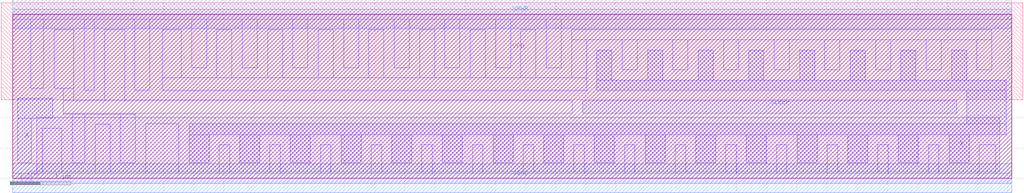
<source format=lef>
VERSION 5.7 ;
NOWIREEXTENSIONATPIN ON ;
DIVIDERCHAR "/" ;
BUSBITCHARS "[]" ;

UNITS
  TIME NANOSECONDS 1 ;
  CAPACITANCE PICOFARADS 1 ;
  RESISTANCE OHMS 1 ;
  DATABASE MICRONS 1000 ;
END UNITS

MANUFACTURINGGRID 0.005 ;
USEMINSPACING OBS OFF ;

PROPERTYDEFINITIONS
  LAYER LEF58_TYPE STRING ;
END PROPERTYDEFINITIONS

# High density, single height
SITE unithd
  SYMMETRY Y ;
  CLASS CORE ;
  SIZE 0.46 BY 2.72 ;
END unithd

# High density, double height
SITE unithddbl
  SYMMETRY Y ;
  CLASS CORE ;
  SIZE 0.46 BY 5.44 ;
END unithddbl

LAYER nwell
  TYPE MASTERSLICE ;
  PROPERTY LEF58_TYPE "TYPE NWELL ;" ;
END nwell

LAYER pwell
  TYPE MASTERSLICE ;
  PROPERTY LEF58_TYPE "TYPE PWELL ;" ;
END pwell

LAYER li1
  TYPE ROUTING ;
  DIRECTION VERTICAL ;

  PITCH 0.46 0.34 ;
  OFFSET 0.23 0.17 ;

  WIDTH 0.17 ;          # LI 1
  # SPACING  0.17 ;     # LI 2
  SPACINGTABLE
     PARALLELRUNLENGTH 0
     WIDTH 0 0.17 ;
  AREA 0.0561 ;         # LI 6
  THICKNESS 0.1 ;
  EDGECAPACITANCE 40.697E-6 ;
  CAPACITANCE CPERSQDIST 36.9866E-6 ;
  RESISTANCE RPERSQ 12.8 ;

  ANTENNAMODEL OXIDE1 ;
  ANTENNADIFFSIDEAREARATIO PWL ( ( 0 75 ) ( 0.0125 75 ) ( 0.0225 85.125 ) ( 22.5 10200 ) ) ;
END li1

LAYER mcon
  TYPE CUT ;

  WIDTH 0.17 ;                # Mcon 1
  SPACING 0.19 ;              # Mcon 2
  ENCLOSURE BELOW 0 0 ;       # Mcon 4
  ENCLOSURE ABOVE 0.03 0.06 ; # Met1 4 / Met1 5
  RESISTANCE 9.30 ;

  ANTENNADIFFAREARATIO PWL ( ( 0 3 ) ( 0.0125 3 ) ( 0.0225 3.405 ) ( 22.5 408 ) ) ;
  DCCURRENTDENSITY AVERAGE 0.36 ; # mA per via Iavg_max at Tj = 90oC

END mcon

LAYER met1
  TYPE ROUTING ;
  DIRECTION HORIZONTAL ;

  PITCH 0.34 ;
  OFFSET 0.17 ;

  WIDTH 0.14 ;                     # Met1 1
  # SPACING 0.14 ;                 # Met1 2
  # SPACING 0.28 RANGE 3.001 100 ; # Met1 3b
  SPACINGTABLE
     PARALLELRUNLENGTH 0
     WIDTH 0 0.14
     WIDTH 3 0.28 ;
  AREA 0.083 ;                     # Met1 6
  THICKNESS 0.35 ;
  MINENCLOSEDAREA 0.14 ;

  ANTENNAMODEL OXIDE1 ;
  ANTENNADIFFSIDEAREARATIO PWL ( ( 0 400 ) ( 0.0125 400 ) ( 0.0225 2609 ) ( 22.5 11600 ) ) ;

  EDGECAPACITANCE 40.567E-6 ;
  CAPACITANCE CPERSQDIST 25.7784E-6 ;
  DCCURRENTDENSITY AVERAGE 2.8 ; # mA/um Iavg_max at Tj = 90oC
  ACCURRENTDENSITY RMS 6.1 ; # mA/um Irms_max at Tj = 90oC
  MAXIMUMDENSITY 70 ;
  DENSITYCHECKWINDOW 700 700 ;
  DENSITYCHECKSTEP 70 ;

  RESISTANCE RPERSQ 0.125 ;
END met1

LAYER via
  TYPE CUT ;
  WIDTH 0.15 ;                  # Via 1a
  SPACING 0.17 ;                # Via 2
  ENCLOSURE BELOW 0.055 0.085 ; # Via 4a / Via 5a
  ENCLOSURE ABOVE 0.055 0.085 ; # Met2 4 / Met2 5
  RESISTANCE 4.50 ;

  ANTENNADIFFAREARATIO PWL ( ( 0 6 ) ( 0.0125 6 ) ( 0.0225 6.81 ) ( 22.5 816 ) ) ;
  DCCURRENTDENSITY AVERAGE 0.29 ; # mA per via Iavg_max at Tj = 90oC
END via

LAYER met2
  TYPE ROUTING ;
  DIRECTION VERTICAL ;

  PITCH 0.46 ;
  OFFSET 0.23 ;

  WIDTH 0.14 ;                        # Met2 1
  # SPACING  0.14 ;                   # Met2 2
  # SPACING  0.28 RANGE 3.001 100 ;   # Met2 3b
  SPACINGTABLE
     PARALLELRUNLENGTH 0
     WIDTH 0 0.14
     WIDTH 3 0.28 ;
  AREA 0.0676 ;                       # Met2 6
  THICKNESS 0.35 ;
  MINENCLOSEDAREA 0.14 ;

  EDGECAPACITANCE 37.759E-6 ;
  CAPACITANCE CPERSQDIST 16.9423E-6 ;
  RESISTANCE RPERSQ 0.125 ;
  DCCURRENTDENSITY AVERAGE 2.8 ; # mA/um Iavg_max at Tj = 90oC
  ACCURRENTDENSITY RMS 6.1 ; # mA/um Irms_max at Tj = 90oC

  ANTENNAMODEL OXIDE1 ;
  ANTENNADIFFSIDEAREARATIO PWL ( ( 0 400 ) ( 0.0125 400 ) ( 0.0225 2609 ) ( 22.5 11600 ) ) ;

  MAXIMUMDENSITY 70 ;
  DENSITYCHECKWINDOW 700 700 ;
  DENSITYCHECKSTEP 70 ;
END met2

# ******** Layer via2, type routing, number 44 **************
LAYER via2
  TYPE CUT ;
  WIDTH 0.2 ;                   # Via2 1
  SPACING 0.2 ;                 # Via2 2
  ENCLOSURE BELOW 0.04 0.085 ;  # Via2 4
  ENCLOSURE ABOVE 0.065 0.065 ; # Met3 4
  RESISTANCE 3.41 ;
  ANTENNADIFFAREARATIO PWL ( ( 0 6 ) ( 0.0125 6 ) ( 0.0225 6.81 ) ( 22.5 816 ) ) ;
  DCCURRENTDENSITY AVERAGE 0.48 ; # mA per via Iavg_max at Tj = 90oC
END via2

LAYER met3
  TYPE ROUTING ;
  DIRECTION HORIZONTAL ;

  PITCH 0.68 ;
  OFFSET 0.34 ;

  WIDTH 0.3 ;              # Met3 1
  # SPACING 0.3 ;          # Met3 2
  SPACINGTABLE
     PARALLELRUNLENGTH 0
     WIDTH 0 0.3
     WIDTH 3 0.4 ;
  AREA 0.24 ;              # Met3 6
  THICKNESS 0.8 ;

  EDGECAPACITANCE 40.989E-6 ;
  CAPACITANCE CPERSQDIST 12.3729E-6 ;
  RESISTANCE RPERSQ 0.047 ;
  DCCURRENTDENSITY AVERAGE 6.8 ; # mA/um Iavg_max at Tj = 90oC
  ACCURRENTDENSITY RMS 14.9 ; # mA/um Irms_max at Tj = 90oC

  ANTENNAMODEL OXIDE1 ;
  ANTENNADIFFSIDEAREARATIO PWL ( ( 0 400 ) ( 0.0125 400 ) ( 0.0225 2609 ) ( 22.5 11600 ) ) ;

  MAXIMUMDENSITY 70 ;
  DENSITYCHECKWINDOW 700 700 ;
  DENSITYCHECKSTEP 70 ;
END met3

LAYER via3
  TYPE CUT ;
  WIDTH 0.2 ;                   # Via3 1
  SPACING 0.2 ;                 # Via3 2
  ENCLOSURE BELOW 0.06 0.09 ;   # Via3 4 / Via3 5
  ENCLOSURE ABOVE 0.065 0.065 ; # Met4 3
  RESISTANCE 3.41 ;
  ANTENNADIFFAREARATIO PWL ( ( 0 6 ) ( 0.0125 6 ) ( 0.0225 6.81 ) ( 22.5 816 ) ) ;
  DCCURRENTDENSITY AVERAGE 0.48 ; # mA per via Iavg_max at Tj = 90oC
END via3

LAYER met4
  TYPE ROUTING ;
  DIRECTION VERTICAL ;

  PITCH 0.92 ;
  OFFSET 0.46 ;

  WIDTH 0.3 ;             # Met4 1
  # SPACING  0.3 ;             # Met4 2
  SPACINGTABLE
     PARALLELRUNLENGTH 0
     WIDTH 0 0.3
     WIDTH 3 0.4 ;
  AREA 0.24 ;            # Met4 4a

  THICKNESS 0.8 ;

  EDGECAPACITANCE 36.676E-6 ;
  CAPACITANCE CPERSQDIST 8.41537E-6 ;
  RESISTANCE RPERSQ 0.047 ;
  DCCURRENTDENSITY AVERAGE 6.8 ; # mA/um Iavg_max at Tj = 90oC
  ACCURRENTDENSITY RMS 14.9 ; # mA/um Irms_max at Tj = 90oC

  ANTENNAMODEL OXIDE1 ;
  ANTENNADIFFSIDEAREARATIO PWL ( ( 0 400 ) ( 0.0125 400 ) ( 0.0225 2609 ) ( 22.5 11600 ) ) ;

  MAXIMUMDENSITY 70 ;
  DENSITYCHECKWINDOW 700 700 ;
  DENSITYCHECKSTEP 70 ;
END met4

LAYER via4
  TYPE CUT ;

  WIDTH 0.8 ;                 # Via4 1
  SPACING 0.8 ;               # Via4 2
  ENCLOSURE BELOW 0.19 0.19 ; # Via4 4
  ENCLOSURE ABOVE 0.31 0.31 ; # Met5 3
  RESISTANCE 0.38 ;
  ANTENNADIFFAREARATIO PWL ( ( 0 6 ) ( 0.0125 6 ) ( 0.0225 6.81 ) ( 22.5 816 ) ) ;
  DCCURRENTDENSITY AVERAGE 2.49 ; # mA per via Iavg_max at Tj = 90oC
END via4

LAYER met5
  TYPE ROUTING ;
  DIRECTION HORIZONTAL ;

  PITCH 3.4 ;
  OFFSET 1.7 ;

  WIDTH 1.6 ;            # Met5 1
  #SPACING  1.6 ;        # Met5 2
  SPACINGTABLE
     PARALLELRUNLENGTH 0
     WIDTH 0 1.6 ;
  AREA 4 ;               # Met5 4

  THICKNESS 1.2 ;

  EDGECAPACITANCE 38.851E-6 ;
  CAPACITANCE CPERSQDIST 6.32063E-6 ;
  RESISTANCE RPERSQ 0.0285 ;
  DCCURRENTDENSITY AVERAGE 10.17 ; # mA/um Iavg_max at Tj = 90oC
  ACCURRENTDENSITY RMS 22.34 ; # mA/um Irms_max at Tj = 90oC

  ANTENNAMODEL OXIDE1 ;
  ANTENNADIFFSIDEAREARATIO PWL ( ( 0 400 ) ( 0.0125 400 ) ( 0.0225 2609 ) ( 22.5 11600 ) ) ;
END met5


### Routing via cells section   ###
# Plus via rule, metals are along the prefered direction
VIA L1M1_PR DEFAULT
  LAYER mcon ;
  RECT -0.085 -0.085 0.085 0.085 ;
  LAYER li1 ;
  RECT -0.085 -0.085 0.085 0.085 ;
  LAYER met1 ;
  RECT -0.145 -0.115 0.145 0.115 ;
END L1M1_PR

VIARULE L1M1_PR GENERATE
  LAYER li1 ;
  ENCLOSURE 0 0 ;
  LAYER met1 ;
  ENCLOSURE 0.06 0.03 ;
  LAYER mcon ;
  RECT -0.085 -0.085 0.085 0.085 ;
  SPACING 0.36 BY 0.36 ;
END L1M1_PR

# Plus via rule, metals are along the non prefered direction
VIA L1M1_PR_R DEFAULT
  LAYER mcon ;
  RECT -0.085 -0.085 0.085 0.085 ;
  LAYER li1 ;
  RECT -0.085 -0.085 0.085 0.085 ;
  LAYER met1 ;
  RECT -0.115 -0.145 0.115 0.145 ;
END L1M1_PR_R

VIARULE L1M1_PR_R GENERATE
  LAYER li1 ;
  ENCLOSURE 0 0 ;
  LAYER met1 ;
  ENCLOSURE 0.03 0.06 ;
  LAYER mcon ;
  RECT -0.085 -0.085 0.085 0.085 ;
  SPACING 0.36 BY 0.36 ;
END L1M1_PR_R

# Minus via rule, lower layer metal is along prefered direction
VIA L1M1_PR_M DEFAULT
  LAYER mcon ;
  RECT -0.085 -0.085 0.085 0.085 ;
  LAYER li1 ;
  RECT -0.085 -0.085 0.085 0.085 ;
  LAYER met1 ;
  RECT -0.115 -0.145 0.115 0.145 ;
END L1M1_PR_M

VIARULE L1M1_PR_M GENERATE
  LAYER li1 ;
  ENCLOSURE 0 0 ;
  LAYER met1 ;
  ENCLOSURE 0.03 0.06 ;
  LAYER mcon ;
  RECT -0.085 -0.085 0.085 0.085 ;
  SPACING 0.36 BY 0.36 ;
END L1M1_PR_M

# Minus via rule, upper layer metal is along prefered direction
VIA L1M1_PR_MR DEFAULT
  LAYER mcon ;
  RECT -0.085 -0.085 0.085 0.085 ;
  LAYER li1 ;
  RECT -0.085 -0.085 0.085 0.085 ;
  LAYER met1 ;
  RECT -0.145 -0.115 0.145 0.115 ;
END L1M1_PR_MR

VIARULE L1M1_PR_MR GENERATE
  LAYER li1 ;
  ENCLOSURE 0 0 ;
  LAYER met1 ;
  ENCLOSURE 0.06 0.03 ;
  LAYER mcon ;
  RECT -0.085 -0.085 0.085 0.085 ;
  SPACING 0.36 BY 0.36 ;
END L1M1_PR_MR

# Centered via rule, we really do not want to use it
VIA L1M1_PR_C DEFAULT
  LAYER mcon ;
  RECT -0.085 -0.085 0.085 0.085 ;
  LAYER li1 ;
  RECT -0.085 -0.085 0.085 0.085 ;
  LAYER met1 ;
  RECT -0.145 -0.145 0.145 0.145 ;
END L1M1_PR_C

VIARULE L1M1_PR_C GENERATE
  LAYER li1 ;
  ENCLOSURE 0 0 ;
  LAYER met1 ;
  ENCLOSURE 0.06 0.06 ;
  LAYER mcon ;
  RECT -0.085 -0.085 0.085 0.085 ;
  SPACING 0.36 BY 0.36 ;
END L1M1_PR_C

# Plus via rule, metals are along the prefered direction
VIA M1M2_PR DEFAULT
  LAYER via ;
  RECT -0.075 -0.075 0.075 0.075 ;
  LAYER met1 ;
  RECT -0.16 -0.13 0.16 0.13 ;
  LAYER met2 ;
  RECT -0.13 -0.16 0.13 0.16 ;
END M1M2_PR

VIARULE M1M2_PR GENERATE
  LAYER met1 ;
  ENCLOSURE 0.085 0.055 ;
  LAYER met2 ;
  ENCLOSURE 0.055 0.085 ;
  LAYER via ;
  RECT -0.075 -0.075 0.075 0.075 ;
  SPACING 0.32 BY 0.32 ;
END M1M2_PR

# Plus via rule, metals are along the non prefered direction
VIA M1M2_PR_R DEFAULT
  LAYER via ;
  RECT -0.075 -0.075 0.075 0.075 ;
  LAYER met1 ;
  RECT -0.13 -0.16 0.13 0.16 ;
  LAYER met2 ;
  RECT -0.16 -0.13 0.16 0.13 ;
END M1M2_PR_R

VIARULE M1M2_PR_R GENERATE
  LAYER met1 ;
  ENCLOSURE 0.055 0.085 ;
  LAYER met2 ;
  ENCLOSURE 0.085 0.055 ;
  LAYER via ;
  RECT -0.075 -0.075 0.075 0.075 ;
  SPACING 0.32 BY 0.32 ;
END M1M2_PR_R

# Minus via rule, lower layer metal is along prefered direction
VIA M1M2_PR_M DEFAULT
  LAYER via ;
  RECT -0.075 -0.075 0.075 0.075 ;
  LAYER met1 ;
  RECT -0.16 -0.13 0.16 0.13 ;
  LAYER met2 ;
  RECT -0.16 -0.13 0.16 0.13 ;
END M1M2_PR_M

VIARULE M1M2_PR_M GENERATE
  LAYER met1 ;
  ENCLOSURE 0.085 0.055 ;
  LAYER met2 ;
  ENCLOSURE 0.085 0.055 ;
  LAYER via ;
  RECT -0.075 -0.075 0.075 0.075 ;
  SPACING 0.32 BY 0.32 ;
END M1M2_PR_M

# Minus via rule, upper layer metal is along prefered direction
VIA M1M2_PR_MR DEFAULT
  LAYER via ;
  RECT -0.075 -0.075 0.075 0.075 ;
  LAYER met1 ;
  RECT -0.13 -0.16 0.13 0.16 ;
  LAYER met2 ;
  RECT -0.13 -0.16 0.13 0.16 ;
END M1M2_PR_MR

VIARULE M1M2_PR_MR GENERATE
  LAYER met1 ;
  ENCLOSURE 0.055 0.085 ;
  LAYER met2 ;
  ENCLOSURE 0.055 0.085 ;
  LAYER via ;
  RECT -0.075 -0.075 0.075 0.075 ;
  SPACING 0.32 BY 0.32 ;
END M1M2_PR_MR

# Centered via rule, we really do not want to use it
VIA M1M2_PR_C DEFAULT
  LAYER via ;
  RECT -0.075 -0.075 0.075 0.075 ;
  LAYER met1 ;
  RECT -0.16 -0.16 0.16 0.16 ;
  LAYER met2 ;
  RECT -0.16 -0.16 0.16 0.16 ;
END M1M2_PR_C

VIARULE M1M2_PR_C GENERATE
  LAYER met1 ;
  ENCLOSURE 0.085 0.085 ;
  LAYER met2 ;
  ENCLOSURE 0.085 0.085 ;
  LAYER via ;
  RECT -0.075 -0.075 0.075 0.075 ;
  SPACING 0.32 BY 0.32 ;
END M1M2_PR_C

# Plus via rule, metals are along the prefered direction
VIA M2M3_PR DEFAULT
  LAYER via2 ;
  RECT -0.1 -0.1 0.1 0.1 ;
  LAYER met2 ;
  RECT -0.14 -0.185 0.14 0.185 ;
  LAYER met3 ;
  RECT -0.165 -0.165 0.165 0.165 ;
END M2M3_PR

VIARULE M2M3_PR GENERATE
  LAYER met2 ;
  ENCLOSURE 0.04 0.085 ;
  LAYER met3 ;
  ENCLOSURE 0.065 0.065 ;
  LAYER via2 ;
  RECT -0.1 -0.1 0.1 0.1 ;
  SPACING 0.4 BY 0.4 ;
END M2M3_PR

# Plus via rule, metals are along the non prefered direction
VIA M2M3_PR_R DEFAULT
  LAYER via2 ;
  RECT -0.1 -0.1 0.1 0.1 ;
  LAYER met2 ;
  RECT -0.185 -0.14 0.185 0.14 ;
  LAYER met3 ;
  RECT -0.165 -0.165 0.165 0.165 ;
END M2M3_PR_R

VIARULE M2M3_PR_R GENERATE
  LAYER met2 ;
  ENCLOSURE 0.085 0.04 ;
  LAYER met3 ;
  ENCLOSURE 0.065 0.065 ;
  LAYER via2 ;
  RECT -0.1 -0.1 0.1 0.1 ;
  SPACING 0.4 BY 0.4 ;
END M2M3_PR_R

# Minus via rule, lower layer metal is along prefered direction
VIA M2M3_PR_M DEFAULT
  LAYER via2 ;
  RECT -0.1 -0.1 0.1 0.1 ;
  LAYER met2 ;
  RECT -0.14 -0.185 0.14 0.185 ;
  LAYER met3 ;
  RECT -0.165 -0.165 0.165 0.165 ;
END M2M3_PR_M

VIARULE M2M3_PR_M GENERATE
  LAYER met2 ;
  ENCLOSURE 0.04 0.085 ;
  LAYER met3 ;
  ENCLOSURE 0.065 0.065 ;
  LAYER via2 ;
  RECT -0.1 -0.1 0.1 0.1 ;
  SPACING 0.4 BY 0.4 ;
END M2M3_PR_M

# Minus via rule, upper layer metal is along prefered direction
VIA M2M3_PR_MR DEFAULT
  LAYER via2 ;
  RECT -0.1 -0.1 0.1 0.1 ;
  LAYER met2 ;
  RECT -0.185 -0.14 0.185 0.14 ;
  LAYER met3 ;
  RECT -0.165 -0.165 0.165 0.165 ;
END M2M3_PR_MR

VIARULE M2M3_PR_MR GENERATE
  LAYER met2 ;
  ENCLOSURE 0.085 0.04 ;
  LAYER met3 ;
  ENCLOSURE 0.065 0.065 ;
  LAYER via2 ;
  RECT -0.1 -0.1 0.1 0.1 ;
  SPACING 0.4 BY 0.4 ;
END M2M3_PR_MR

# Centered via rule, we really do not want to use it
VIA M2M3_PR_C DEFAULT
  LAYER via2 ;
  RECT -0.1 -0.1 0.1 0.1 ;
  LAYER met2 ;
  RECT -0.185 -0.185 0.185 0.185 ;
  LAYER met3 ;
  RECT -0.165 -0.165 0.165 0.165 ;
END M2M3_PR_C

VIARULE M2M3_PR_C GENERATE
  LAYER met2 ;
  ENCLOSURE 0.085 0.085 ;
  LAYER met3 ;
  ENCLOSURE 0.065 0.065 ;
  LAYER via2 ;
  RECT -0.1 -0.1 0.1 0.1 ;
  SPACING 0.4 BY 0.4 ;
END M2M3_PR_C

# Plus via rule, metals are along the prefered direction
VIA M3M4_PR DEFAULT
  LAYER via3 ;
  RECT -0.1 -0.1 0.1 0.1 ;
  LAYER met3 ;
  RECT -0.19 -0.16 0.19 0.16 ;
  LAYER met4 ;
  RECT -0.165 -0.165 0.165 0.165 ;
END M3M4_PR

VIARULE M3M4_PR GENERATE
  LAYER met3 ;
  ENCLOSURE 0.09 0.06 ;
  LAYER met4 ;
  ENCLOSURE 0.065 0.065 ;
  LAYER via3 ;
  RECT -0.1 -0.1 0.1 0.1 ;
  SPACING 0.4 BY 0.4 ;
END M3M4_PR

# Plus via rule, metals are along the non prefered direction
VIA M3M4_PR_R DEFAULT
  LAYER via3 ;
  RECT -0.1 -0.1 0.1 0.1 ;
  LAYER met3 ;
  RECT -0.16 -0.19 0.16 0.19 ;
  LAYER met4 ;
  RECT -0.165 -0.165 0.165 0.165 ;
END M3M4_PR_R

VIARULE M3M4_PR_R GENERATE
  LAYER met3 ;
  ENCLOSURE 0.06 0.09 ;
  LAYER met4 ;
  ENCLOSURE 0.065 0.065 ;
  LAYER via3 ;
  RECT -0.1 -0.1 0.1 0.1 ;
  SPACING 0.4 BY 0.4 ;
END M3M4_PR_R

# Minus via rule, lower layer metal is along prefered direction
VIA M3M4_PR_M DEFAULT
  LAYER via3 ;
  RECT -0.1 -0.1 0.1 0.1 ;
  LAYER met3 ;
  RECT -0.19 -0.16 0.19 0.16 ;
  LAYER met4 ;
  RECT -0.165 -0.165 0.165 0.165 ;
END M3M4_PR_M

VIARULE M3M4_PR_M GENERATE
  LAYER met3 ;
  ENCLOSURE 0.09 0.06 ;
  LAYER met4 ;
  ENCLOSURE 0.065 0.065 ;
  LAYER via3 ;
  RECT -0.1 -0.1 0.1 0.1 ;
  SPACING 0.4 BY 0.4 ;
END M3M4_PR_M

# Minus via rule, upper layer metal is along prefered direction
VIA M3M4_PR_MR DEFAULT
  LAYER via3 ;
  RECT -0.1 -0.1 0.1 0.1 ;
  LAYER met3 ;
  RECT -0.16 -0.19 0.16 0.19 ;
  LAYER met4 ;
  RECT -0.165 -0.165 0.165 0.165 ;
END M3M4_PR_MR

VIARULE M3M4_PR_MR GENERATE
  LAYER met3 ;
  ENCLOSURE 0.06 0.09 ;
  LAYER met4 ;
  ENCLOSURE 0.065 0.065 ;
  LAYER via3 ;
  RECT -0.1 -0.1 0.1 0.1 ;
  SPACING 0.4 BY 0.4 ;
END M3M4_PR_MR

# Centered via rule, we really do not want to use it
VIA M3M4_PR_C DEFAULT
  LAYER via3 ;
  RECT -0.1 -0.1 0.1 0.1 ;
  LAYER met3 ;
  RECT -0.19 -0.19 0.19 0.19 ;
  LAYER met4 ;
  RECT -0.165 -0.165 0.165 0.165 ;
END M3M4_PR_C

VIARULE M3M4_PR_C GENERATE
  LAYER met3 ;
  ENCLOSURE 0.09 0.09 ;
  LAYER met4 ;
  ENCLOSURE 0.065 0.065 ;
  LAYER via3 ;
  RECT -0.1 -0.1 0.1 0.1 ;
  SPACING 0.4 BY 0.4 ;
END M3M4_PR_C

# Plus via rule, metals are along the prefered direction
VIA M4M5_PR DEFAULT
  LAYER via4 ;
  RECT -0.4 -0.4 0.4 0.4 ;
  LAYER met4 ;
  RECT -0.59 -0.59 0.59 0.59 ;
  LAYER met5 ;
  RECT -0.71 -0.71 0.71 0.71 ;
END M4M5_PR

VIARULE M4M5_PR GENERATE
  LAYER met4 ;
  ENCLOSURE 0.19 0.19 ;
  LAYER met5 ;
  ENCLOSURE 0.31 0.31 ;
  LAYER via4 ;
  RECT -0.4 -0.4 0.4 0.4 ;
  SPACING 1.6 BY 1.6 ;
END M4M5_PR

# Plus via rule, metals are along the non prefered direction
VIA M4M5_PR_R DEFAULT
  LAYER via4 ;
  RECT -0.4 -0.4 0.4 0.4 ;
  LAYER met4 ;
  RECT -0.59 -0.59 0.59 0.59 ;
  LAYER met5 ;
  RECT -0.71 -0.71 0.71 0.71 ;
END M4M5_PR_R

VIARULE M4M5_PR_R GENERATE
  LAYER met4 ;
  ENCLOSURE 0.19 0.19 ;
  LAYER met5 ;
  ENCLOSURE 0.31 0.31 ;
  LAYER via4 ;
  RECT -0.4 -0.4 0.4 0.4 ;
  SPACING 1.6 BY 1.6 ;
END M4M5_PR_R

# Minus via rule, lower layer metal is along prefered direction
VIA M4M5_PR_M DEFAULT
  LAYER via4 ;
  RECT -0.4 -0.4 0.4 0.4 ;
  LAYER met4 ;
  RECT -0.59 -0.59 0.59 0.59 ;
  LAYER met5 ;
  RECT -0.71 -0.71 0.71 0.71 ;
END M4M5_PR_M

VIARULE M4M5_PR_M GENERATE
  LAYER met4 ;
  ENCLOSURE 0.19 0.19 ;
  LAYER met5 ;
  ENCLOSURE 0.31 0.31 ;
  LAYER via4 ;
  RECT -0.4 -0.4 0.4 0.4 ;
  SPACING 1.6 BY 1.6 ;
END M4M5_PR_M

# Minus via rule, upper layer metal is along prefered direction
VIA M4M5_PR_MR DEFAULT
  LAYER via4 ;
  RECT -0.4 -0.4 0.4 0.4 ;
  LAYER met4 ;
  RECT -0.59 -0.59 0.59 0.59 ;
  LAYER met5 ;
  RECT -0.71 -0.71 0.71 0.71 ;
END M4M5_PR_MR

VIARULE M4M5_PR_MR GENERATE
  LAYER met4 ;
  ENCLOSURE 0.19 0.19 ;
  LAYER met5 ;
  ENCLOSURE 0.31 0.31 ;
  LAYER via4 ;
  RECT -0.4 -0.4 0.4 0.4 ;
  SPACING 1.6 BY 1.6 ;
END M4M5_PR_MR

# Centered via rule, we really do not want to use it
VIA M4M5_PR_C DEFAULT
  LAYER via4 ;
  RECT -0.4 -0.4 0.4 0.4 ;
  LAYER met4 ;
  RECT -0.59 -0.59 0.59 0.59 ;
  LAYER met5 ;
  RECT -0.71 -0.71 0.71 0.71 ;
END M4M5_PR_C

VIARULE M4M5_PR_C GENERATE
  LAYER met4 ;
  ENCLOSURE 0.19 0.19 ;
  LAYER met5 ;
  ENCLOSURE 0.31 0.31 ;
  LAYER via4 ;
  RECT -0.4 -0.4 0.4 0.4 ;
  SPACING 1.6 BY 1.6 ;
END M4M5_PR_C
###  end of single via cells   ###

MACRO sky130_fd_sc_hd__a2bb2o_1
  CLASS CORE ;
  FOREIGN sky130_fd_sc_hd__a2bb2o_1 ;
  ORIGIN 0.000 0.000 ;
  SIZE 3.680 BY 2.720 ;
  SYMMETRY X Y R90 ;
  SITE unithd ;
  PIN A1_N
    DIRECTION INPUT ;
    USE SIGNAL ;
    ANTENNAGATEAREA 0.126000 ;
    PORT
      LAYER li1 ;
        RECT 0.910 0.995 1.240 1.615 ;
    END
  END A1_N
  PIN A2_N
    DIRECTION INPUT ;
    USE SIGNAL ;
    ANTENNAGATEAREA 0.126000 ;
    PORT
      LAYER li1 ;
        RECT 1.410 0.995 1.700 1.375 ;
    END
  END A2_N
  PIN B1
    DIRECTION INPUT ;
    USE SIGNAL ;
    ANTENNAGATEAREA 0.126000 ;
    PORT
      LAYER li1 ;
        RECT 3.280 0.765 3.540 1.655 ;
    END
  END B1
  PIN B2
    DIRECTION INPUT ;
    USE SIGNAL ;
    ANTENNAGATEAREA 0.126000 ;
    PORT
      LAYER li1 ;
        RECT 2.600 1.355 3.080 1.655 ;
        RECT 2.820 0.765 3.080 1.355 ;
    END
  END B2
  PIN VGND
    DIRECTION INOUT ;
    USE GROUND ;
    SHAPE ABUTMENT ;
    PORT
      LAYER met1 ;
        RECT 0.000 -0.240 3.680 0.240 ;
    END
  END VGND
  PIN VNB
    DIRECTION INOUT ;
    USE GROUND ;
    PORT
      LAYER pwell ;
        RECT 0.005 0.785 0.925 1.015 ;
        RECT 0.005 0.105 3.590 0.785 ;
        RECT 0.150 -0.085 0.320 0.105 ;
    END
  END VNB
  PIN VPB
    DIRECTION INOUT ;
    USE POWER ;
    PORT
      LAYER nwell ;
        RECT -0.190 1.305 3.870 2.910 ;
    END
  END VPB
  PIN VPWR
    DIRECTION INOUT ;
    USE POWER ;
    SHAPE ABUTMENT ;
    PORT
      LAYER met1 ;
        RECT 0.000 2.480 3.680 2.960 ;
    END
  END VPWR
  PIN X
    DIRECTION OUTPUT ;
    USE SIGNAL ;
    ANTENNADIFFAREA 0.429000 ;
    PORT
      LAYER li1 ;
        RECT 0.085 1.525 0.345 2.465 ;
        RECT 0.085 0.810 0.260 1.525 ;
        RECT 0.085 0.255 0.345 0.810 ;
    END
  END X
  OBS
      LAYER li1 ;
        RECT 0.000 2.635 3.680 2.805 ;
        RECT 0.515 2.235 0.845 2.635 ;
        RECT 1.990 2.370 2.245 2.465 ;
        RECT 1.105 2.200 2.245 2.370 ;
        RECT 2.415 2.255 2.745 2.425 ;
        RECT 1.105 1.975 1.275 2.200 ;
        RECT 0.515 1.805 1.275 1.975 ;
        RECT 1.990 2.065 2.245 2.200 ;
        RECT 0.515 1.325 0.685 1.805 ;
        RECT 1.540 1.715 1.710 1.905 ;
        RECT 1.990 1.895 2.400 2.065 ;
        RECT 1.540 1.545 2.060 1.715 ;
        RECT 0.430 0.995 0.685 1.325 ;
        RECT 1.890 0.825 2.060 1.545 ;
        RECT 1.180 0.655 2.060 0.825 ;
        RECT 2.230 0.870 2.400 1.895 ;
        RECT 2.575 2.005 2.745 2.255 ;
        RECT 2.915 2.175 3.165 2.635 ;
        RECT 3.335 2.005 3.515 2.465 ;
        RECT 2.575 1.835 3.515 2.005 ;
        RECT 2.230 0.700 2.580 0.870 ;
        RECT 0.515 0.085 0.945 0.530 ;
        RECT 1.180 0.255 1.350 0.655 ;
        RECT 1.520 0.085 2.240 0.485 ;
        RECT 2.410 0.255 2.580 0.700 ;
        RECT 3.155 0.085 3.555 0.595 ;
        RECT 0.000 -0.085 3.680 0.085 ;
  END
END sky130_fd_sc_hd__a2bb2o_1

MACRO sky130_fd_sc_hd__a2bb2o_2
  CLASS CORE ;
  FOREIGN sky130_fd_sc_hd__a2bb2o_2 ;
  ORIGIN 0.000 0.000 ;
  SIZE 4.140 BY 2.720 ;
  SYMMETRY X Y R90 ;
  SITE unithd ;
  PIN A1_N
    DIRECTION INPUT ;
    USE SIGNAL ;
    ANTENNAGATEAREA 0.159000 ;
    PORT
      LAYER li1 ;
        RECT 1.345 0.995 1.675 1.615 ;
    END
  END A1_N
  PIN A2_N
    DIRECTION INPUT ;
    USE SIGNAL ;
    ANTENNAGATEAREA 0.159000 ;
    PORT
      LAYER li1 ;
        RECT 1.845 0.995 2.135 1.375 ;
    END
  END A2_N
  PIN B1
    DIRECTION INPUT ;
    USE SIGNAL ;
    ANTENNAGATEAREA 0.159000 ;
    PORT
      LAYER li1 ;
        RECT 3.730 0.765 3.990 1.655 ;
    END
  END B1
  PIN B2
    DIRECTION INPUT ;
    USE SIGNAL ;
    ANTENNAGATEAREA 0.159000 ;
    PORT
      LAYER li1 ;
        RECT 3.050 1.355 3.530 1.655 ;
        RECT 3.270 0.765 3.530 1.355 ;
    END
  END B2
  PIN VGND
    DIRECTION INOUT ;
    USE GROUND ;
    SHAPE ABUTMENT ;
    PORT
      LAYER met1 ;
        RECT 0.000 -0.240 4.140 0.240 ;
    END
  END VGND
  PIN VNB
    DIRECTION INOUT ;
    USE GROUND ;
    PORT
      LAYER pwell ;
        RECT 0.015 0.785 1.360 1.015 ;
        RECT 0.015 0.105 4.040 0.785 ;
        RECT 0.125 -0.085 0.295 0.105 ;
    END
  END VNB
  PIN VPB
    DIRECTION INOUT ;
    USE POWER ;
    PORT
      LAYER nwell ;
        RECT -0.190 1.305 4.330 2.910 ;
    END
  END VPB
  PIN VPWR
    DIRECTION INOUT ;
    USE POWER ;
    SHAPE ABUTMENT ;
    PORT
      LAYER met1 ;
        RECT 0.000 2.480 4.140 2.960 ;
    END
  END VPWR
  PIN X
    DIRECTION OUTPUT ;
    USE SIGNAL ;
    ANTENNADIFFAREA 0.445500 ;
    PORT
      LAYER li1 ;
        RECT 0.525 1.525 0.780 2.465 ;
        RECT 0.525 0.810 0.695 1.525 ;
        RECT 0.525 0.255 0.780 0.810 ;
    END
  END X
  OBS
      LAYER li1 ;
        RECT 0.000 2.635 4.140 2.805 ;
        RECT 0.185 1.445 0.355 2.635 ;
        RECT 0.950 2.235 1.280 2.635 ;
        RECT 2.500 2.370 2.670 2.465 ;
        RECT 1.540 2.200 2.670 2.370 ;
        RECT 2.875 2.255 3.205 2.425 ;
        RECT 1.540 1.975 1.710 2.200 ;
        RECT 0.950 1.805 1.710 1.975 ;
        RECT 2.440 2.065 2.670 2.200 ;
        RECT 0.950 1.325 1.120 1.805 ;
        RECT 1.975 1.715 2.145 1.905 ;
        RECT 2.440 1.895 2.850 2.065 ;
        RECT 1.975 1.545 2.510 1.715 ;
        RECT 0.865 0.995 1.120 1.325 ;
        RECT 0.185 0.085 0.355 0.930 ;
        RECT 2.340 0.825 2.510 1.545 ;
        RECT 1.615 0.655 2.510 0.825 ;
        RECT 2.680 0.870 2.850 1.895 ;
        RECT 3.035 2.005 3.205 2.255 ;
        RECT 3.375 2.175 3.625 2.635 ;
        RECT 3.795 2.005 3.965 2.465 ;
        RECT 3.035 1.835 3.965 2.005 ;
        RECT 2.680 0.700 3.030 0.870 ;
        RECT 0.950 0.085 1.380 0.530 ;
        RECT 1.615 0.255 1.785 0.655 ;
        RECT 1.955 0.085 2.690 0.485 ;
        RECT 2.860 0.255 3.030 0.700 ;
        RECT 3.605 0.085 4.005 0.595 ;
        RECT 0.000 -0.085 4.140 0.085 ;
  END
END sky130_fd_sc_hd__a2bb2o_2

MACRO sky130_fd_sc_hd__a2bb2o_4
  CLASS CORE ;
  FOREIGN sky130_fd_sc_hd__a2bb2o_4 ;
  ORIGIN 0.000 0.000 ;
  SIZE 7.360 BY 2.720 ;
  SYMMETRY X Y R90 ;
  SITE unithd ;
  PIN A1_N
    DIRECTION INPUT ;
    USE SIGNAL ;
    ANTENNAGATEAREA 0.495000 ;
    PORT
      LAYER li1 ;
        RECT 3.475 1.445 4.965 1.615 ;
        RECT 3.475 1.325 3.645 1.445 ;
        RECT 3.315 1.075 3.645 1.325 ;
        RECT 4.605 1.075 4.965 1.445 ;
    END
  END A1_N
  PIN A2_N
    DIRECTION INPUT ;
    USE SIGNAL ;
    ANTENNAGATEAREA 0.495000 ;
    PORT
      LAYER li1 ;
        RECT 3.815 1.075 4.435 1.275 ;
    END
  END A2_N
  PIN B1
    DIRECTION INPUT ;
    USE SIGNAL ;
    ANTENNAGATEAREA 0.495000 ;
    PORT
      LAYER li1 ;
        RECT 0.085 1.445 1.685 1.615 ;
        RECT 0.085 1.075 0.575 1.445 ;
        RECT 1.515 1.245 1.685 1.445 ;
        RECT 1.515 1.075 1.895 1.245 ;
    END
  END B1
  PIN B2
    DIRECTION INPUT ;
    USE SIGNAL ;
    ANTENNAGATEAREA 0.495000 ;
    PORT
      LAYER li1 ;
        RECT 0.805 1.075 1.345 1.275 ;
    END
  END B2
  PIN VGND
    DIRECTION INOUT ;
    USE GROUND ;
    SHAPE ABUTMENT ;
    PORT
      LAYER met1 ;
        RECT 0.000 -0.240 7.360 0.240 ;
    END
  END VGND
  PIN VNB
    DIRECTION INOUT ;
    USE GROUND ;
    PORT
      LAYER pwell ;
        RECT 0.005 0.105 6.915 1.015 ;
        RECT 0.150 -0.085 0.320 0.105 ;
    END
  END VNB
  PIN VPB
    DIRECTION INOUT ;
    USE POWER ;
    PORT
      LAYER nwell ;
        RECT -0.190 1.305 7.550 2.910 ;
    END
  END VPB
  PIN VPWR
    DIRECTION INOUT ;
    USE POWER ;
    SHAPE ABUTMENT ;
    PORT
      LAYER met1 ;
        RECT 0.000 2.480 7.360 2.960 ;
    END
  END VPWR
  PIN X
    DIRECTION OUTPUT ;
    USE SIGNAL ;
    ANTENNADIFFAREA 0.891000 ;
    PORT
      LAYER li1 ;
        RECT 5.275 1.955 5.525 2.465 ;
        RECT 6.115 1.955 6.365 2.465 ;
        RECT 5.275 1.785 6.365 1.955 ;
        RECT 6.115 1.655 6.365 1.785 ;
        RECT 6.115 1.415 6.920 1.655 ;
        RECT 6.610 0.905 6.920 1.415 ;
        RECT 5.235 0.725 6.920 0.905 ;
        RECT 5.235 0.275 5.565 0.725 ;
        RECT 6.075 0.275 6.405 0.725 ;
    END
  END X
  OBS
      LAYER li1 ;
        RECT 0.000 2.635 7.360 2.805 ;
        RECT 0.135 1.955 0.385 2.465 ;
        RECT 0.555 2.125 0.805 2.635 ;
        RECT 0.975 1.955 1.225 2.465 ;
        RECT 1.395 2.125 1.645 2.635 ;
        RECT 1.815 2.295 2.905 2.465 ;
        RECT 1.815 1.955 2.065 2.295 ;
        RECT 2.655 2.135 2.905 2.295 ;
        RECT 3.175 2.135 3.425 2.635 ;
        RECT 3.595 2.295 4.685 2.465 ;
        RECT 3.595 2.135 3.845 2.295 ;
        RECT 0.135 1.785 2.065 1.955 ;
        RECT 1.855 1.455 2.065 1.785 ;
        RECT 2.235 1.965 2.485 2.125 ;
        RECT 4.015 1.965 4.265 2.125 ;
        RECT 2.235 1.415 2.620 1.965 ;
        RECT 3.135 1.785 4.265 1.965 ;
        RECT 4.435 1.785 4.685 2.295 ;
        RECT 4.855 1.795 5.105 2.635 ;
        RECT 5.695 2.165 5.945 2.635 ;
        RECT 6.535 1.825 6.785 2.635 ;
        RECT 3.135 1.665 3.305 1.785 ;
        RECT 2.955 1.495 3.305 1.665 ;
        RECT 2.235 0.905 2.445 1.415 ;
        RECT 2.955 1.245 3.145 1.495 ;
        RECT 2.615 1.075 3.145 1.245 ;
        RECT 5.135 1.245 5.460 1.615 ;
        RECT 5.135 1.075 6.440 1.245 ;
        RECT 2.955 0.905 3.145 1.075 ;
        RECT 0.175 0.085 0.345 0.895 ;
        RECT 0.515 0.475 0.765 0.905 ;
        RECT 0.935 0.735 2.525 0.905 ;
        RECT 0.935 0.645 1.270 0.735 ;
        RECT 0.515 0.255 1.685 0.475 ;
        RECT 1.855 0.085 2.025 0.555 ;
        RECT 2.195 0.255 2.525 0.735 ;
        RECT 2.955 0.725 4.725 0.905 ;
        RECT 2.695 0.085 3.385 0.555 ;
        RECT 3.555 0.255 3.885 0.725 ;
        RECT 4.055 0.085 4.225 0.555 ;
        RECT 4.395 0.255 4.725 0.725 ;
        RECT 4.895 0.085 5.065 0.895 ;
        RECT 5.735 0.085 5.905 0.555 ;
        RECT 6.575 0.085 6.745 0.555 ;
        RECT 0.000 -0.085 7.360 0.085 ;
      LAYER met1 ;
        RECT 2.390 1.600 2.680 1.645 ;
        RECT 5.170 1.600 5.460 1.645 ;
        RECT 2.390 1.460 5.460 1.600 ;
        RECT 2.390 1.415 2.680 1.460 ;
        RECT 5.170 1.415 5.460 1.460 ;
  END
END sky130_fd_sc_hd__a2bb2o_4

MACRO sky130_fd_sc_hd__a2bb2oi_1
  CLASS CORE ;
  FOREIGN sky130_fd_sc_hd__a2bb2oi_1 ;
  ORIGIN 0.000 0.000 ;
  SIZE 3.220 BY 2.720 ;
  SYMMETRY X Y R90 ;
  SITE unithd ;
  PIN A1_N
    DIRECTION INPUT ;
    USE SIGNAL ;
    ANTENNAGATEAREA 0.247500 ;
    PORT
      LAYER li1 ;
        RECT 0.150 0.995 0.520 1.615 ;
    END
  END A1_N
  PIN A2_N
    DIRECTION INPUT ;
    USE SIGNAL ;
    ANTENNAGATEAREA 0.247500 ;
    PORT
      LAYER li1 ;
        RECT 0.725 1.010 1.240 1.275 ;
    END
  END A2_N
  PIN B1
    DIRECTION INPUT ;
    USE SIGNAL ;
    ANTENNAGATEAREA 0.247500 ;
    PORT
      LAYER li1 ;
        RECT 2.780 0.995 3.070 1.615 ;
    END
  END B1
  PIN B2
    DIRECTION INPUT ;
    USE SIGNAL ;
    ANTENNAGATEAREA 0.247500 ;
    PORT
      LAYER li1 ;
        RECT 2.245 0.995 2.610 1.615 ;
        RECT 2.440 0.425 2.610 0.995 ;
    END
  END B2
  PIN VGND
    DIRECTION INOUT ;
    USE GROUND ;
    SHAPE ABUTMENT ;
    PORT
      LAYER met1 ;
        RECT 0.000 -0.240 3.220 0.240 ;
    END
  END VGND
  PIN VNB
    DIRECTION INOUT ;
    USE GROUND ;
    PORT
      LAYER pwell ;
        RECT 0.005 0.105 3.215 1.015 ;
        RECT 0.145 -0.085 0.315 0.105 ;
    END
  END VNB
  PIN VPB
    DIRECTION INOUT ;
    USE POWER ;
    PORT
      LAYER nwell ;
        RECT -0.190 1.305 3.410 2.910 ;
    END
  END VPB
  PIN VPWR
    DIRECTION INOUT ;
    USE POWER ;
    SHAPE ABUTMENT ;
    PORT
      LAYER met1 ;
        RECT 0.000 2.480 3.220 2.960 ;
    END
  END VPWR
  PIN Y
    DIRECTION OUTPUT ;
    USE SIGNAL ;
    ANTENNADIFFAREA 0.515500 ;
    PORT
      LAYER li1 ;
        RECT 1.420 1.955 1.785 2.465 ;
        RECT 1.420 1.785 1.945 1.955 ;
        RECT 1.775 0.825 1.945 1.785 ;
        RECT 1.775 0.255 2.205 0.825 ;
    END
  END Y
  OBS
      LAYER li1 ;
        RECT 0.000 2.635 3.220 2.805 ;
        RECT 0.095 1.805 0.425 2.635 ;
        RECT 0.875 1.615 1.205 2.465 ;
        RECT 1.955 2.235 2.285 2.465 ;
        RECT 2.115 1.955 2.285 2.235 ;
        RECT 2.455 2.135 2.705 2.635 ;
        RECT 2.875 1.955 3.130 2.465 ;
        RECT 2.115 1.785 3.130 1.955 ;
        RECT 0.875 1.445 1.580 1.615 ;
        RECT 1.410 0.830 1.580 1.445 ;
        RECT 0.095 0.085 0.425 0.825 ;
        RECT 0.595 0.660 1.580 0.830 ;
        RECT 0.595 0.255 0.765 0.660 ;
        RECT 0.935 0.085 1.605 0.490 ;
        RECT 2.795 0.085 3.125 0.825 ;
        RECT 0.000 -0.085 3.220 0.085 ;
  END
END sky130_fd_sc_hd__a2bb2oi_1

MACRO sky130_fd_sc_hd__a2bb2oi_2
  CLASS CORE ;
  FOREIGN sky130_fd_sc_hd__a2bb2oi_2 ;
  ORIGIN 0.000 0.000 ;
  SIZE 5.520 BY 2.720 ;
  SYMMETRY X Y R90 ;
  SITE unithd ;
  PIN A1_N
    DIRECTION INPUT ;
    USE SIGNAL ;
    ANTENNAGATEAREA 0.495000 ;
    PORT
      LAYER li1 ;
        RECT 3.310 1.075 4.205 1.275 ;
    END
  END A1_N
  PIN A2_N
    DIRECTION INPUT ;
    USE SIGNAL ;
    ANTENNAGATEAREA 0.495000 ;
    PORT
      LAYER li1 ;
        RECT 4.455 1.075 5.435 1.275 ;
    END
  END A2_N
  PIN B1
    DIRECTION INPUT ;
    USE SIGNAL ;
    ANTENNAGATEAREA 0.495000 ;
    PORT
      LAYER li1 ;
        RECT 0.085 1.445 2.030 1.615 ;
        RECT 0.085 1.075 0.710 1.445 ;
        RECT 1.700 1.075 2.030 1.445 ;
    END
  END B1
  PIN B2
    DIRECTION INPUT ;
    USE SIGNAL ;
    ANTENNAGATEAREA 0.495000 ;
    PORT
      LAYER li1 ;
        RECT 0.940 1.075 1.480 1.275 ;
    END
  END B2
  PIN VGND
    DIRECTION INOUT ;
    USE GROUND ;
    SHAPE ABUTMENT ;
    PORT
      LAYER met1 ;
        RECT 0.000 -0.240 5.520 0.240 ;
    END
  END VGND
  PIN VNB
    DIRECTION INOUT ;
    USE GROUND ;
    PORT
      LAYER pwell ;
        RECT 0.140 0.105 5.390 1.015 ;
        RECT 0.145 -0.085 0.315 0.105 ;
    END
  END VNB
  PIN VPB
    DIRECTION INOUT ;
    USE POWER ;
    PORT
      LAYER nwell ;
        RECT -0.190 1.305 5.710 2.910 ;
    END
  END VPB
  PIN VPWR
    DIRECTION INOUT ;
    USE POWER ;
    SHAPE ABUTMENT ;
    PORT
      LAYER met1 ;
        RECT 0.000 2.480 5.520 2.960 ;
    END
  END VPWR
  PIN Y
    DIRECTION OUTPUT ;
    USE SIGNAL ;
    ANTENNADIFFAREA 0.621000 ;
    PORT
      LAYER li1 ;
        RECT 2.370 1.660 2.620 2.125 ;
        RECT 2.370 0.905 2.660 1.660 ;
        RECT 1.070 0.725 2.660 0.905 ;
        RECT 1.070 0.645 1.400 0.725 ;
        RECT 2.330 0.255 2.660 0.725 ;
    END
  END Y
  OBS
      LAYER li1 ;
        RECT 0.000 2.635 5.520 2.805 ;
        RECT 0.270 1.955 0.520 2.465 ;
        RECT 0.690 2.135 0.940 2.635 ;
        RECT 1.110 1.955 1.360 2.465 ;
        RECT 1.530 2.135 1.780 2.635 ;
        RECT 1.950 2.295 3.040 2.465 ;
        RECT 1.950 1.955 2.200 2.295 ;
        RECT 0.270 1.785 2.200 1.955 ;
        RECT 2.790 1.795 3.040 2.295 ;
        RECT 3.310 1.965 3.560 2.465 ;
        RECT 3.730 2.135 3.980 2.635 ;
        RECT 4.150 2.295 5.240 2.465 ;
        RECT 4.150 1.965 4.400 2.295 ;
        RECT 3.310 1.785 4.400 1.965 ;
        RECT 4.570 1.615 4.820 2.125 ;
        RECT 2.950 1.445 4.820 1.615 ;
        RECT 4.990 1.455 5.240 2.295 ;
        RECT 2.950 1.325 3.120 1.445 ;
        RECT 2.830 0.995 3.120 1.325 ;
        RECT 2.950 0.905 3.120 0.995 ;
        RECT 0.310 0.085 0.480 0.895 ;
        RECT 0.650 0.475 0.900 0.895 ;
        RECT 2.950 0.725 4.860 0.905 ;
        RECT 0.650 0.255 1.820 0.475 ;
        RECT 1.990 0.085 2.160 0.555 ;
        RECT 2.830 0.085 3.520 0.555 ;
        RECT 3.690 0.255 4.020 0.725 ;
        RECT 4.190 0.085 4.360 0.555 ;
        RECT 4.530 0.255 4.860 0.725 ;
        RECT 5.030 0.085 5.200 0.905 ;
        RECT 0.000 -0.085 5.520 0.085 ;
  END
END sky130_fd_sc_hd__a2bb2oi_2

MACRO sky130_fd_sc_hd__a2bb2oi_4
  CLASS CORE ;
  FOREIGN sky130_fd_sc_hd__a2bb2oi_4 ;
  ORIGIN 0.000 0.000 ;
  SIZE 9.660 BY 2.720 ;
  SYMMETRY X Y R90 ;
  SITE unithd ;
  PIN A1_N
    DIRECTION INPUT ;
    USE SIGNAL ;
    ANTENNAGATEAREA 0.990000 ;
    PORT
      LAYER li1 ;
        RECT 5.945 1.075 7.320 1.275 ;
    END
  END A1_N
  PIN A2_N
    DIRECTION INPUT ;
    USE SIGNAL ;
    ANTENNAGATEAREA 0.990000 ;
    PORT
      LAYER li1 ;
        RECT 7.595 1.075 9.045 1.275 ;
    END
  END A2_N
  PIN B1
    DIRECTION INPUT ;
    USE SIGNAL ;
    ANTENNAGATEAREA 0.990000 ;
    PORT
      LAYER li1 ;
        RECT 1.385 1.445 3.575 1.615 ;
        RECT 1.385 1.285 1.555 1.445 ;
        RECT 0.100 1.075 1.555 1.285 ;
        RECT 3.245 1.075 3.575 1.445 ;
    END
  END B1
  PIN B2
    DIRECTION INPUT ;
    USE SIGNAL ;
    ANTENNAGATEAREA 0.990000 ;
    PORT
      LAYER li1 ;
        RECT 1.725 1.075 3.075 1.275 ;
    END
  END B2
  PIN VGND
    DIRECTION INOUT ;
    USE GROUND ;
    SHAPE ABUTMENT ;
    PORT
      LAYER met1 ;
        RECT 0.000 -0.240 9.660 0.240 ;
    END
  END VGND
  PIN VNB
    DIRECTION INOUT ;
    USE GROUND ;
    PORT
      LAYER pwell ;
        RECT 0.005 0.105 9.435 1.015 ;
        RECT 0.150 -0.085 0.320 0.105 ;
    END
  END VNB
  PIN VPB
    DIRECTION INOUT ;
    USE POWER ;
    PORT
      LAYER nwell ;
        RECT -0.190 1.305 9.850 2.910 ;
    END
  END VPB
  PIN VPWR
    DIRECTION INOUT ;
    USE POWER ;
    SHAPE ABUTMENT ;
    PORT
      LAYER met1 ;
        RECT 0.000 2.480 9.660 2.960 ;
    END
  END VPWR
  PIN Y
    DIRECTION OUTPUT ;
    USE SIGNAL ;
    ANTENNADIFFAREA 1.242000 ;
    PORT
      LAYER li1 ;
        RECT 3.915 1.615 4.165 2.125 ;
        RECT 4.745 1.615 4.965 2.125 ;
        RECT 3.745 1.415 4.965 1.615 ;
        RECT 3.745 0.905 3.915 1.415 ;
        RECT 1.775 0.725 5.045 0.905 ;
        RECT 1.775 0.645 2.995 0.725 ;
        RECT 3.875 0.275 4.205 0.725 ;
        RECT 4.715 0.275 5.045 0.725 ;
    END
  END Y
  OBS
      LAYER li1 ;
        RECT 0.000 2.635 9.660 2.805 ;
        RECT 0.085 1.625 0.425 2.465 ;
        RECT 0.595 1.795 0.805 2.635 ;
        RECT 0.975 1.965 1.215 2.465 ;
        RECT 1.395 2.135 1.645 2.635 ;
        RECT 1.815 1.965 2.065 2.465 ;
        RECT 2.235 2.135 2.485 2.635 ;
        RECT 2.655 1.965 2.905 2.465 ;
        RECT 3.075 2.135 3.325 2.635 ;
        RECT 3.495 2.295 5.465 2.465 ;
        RECT 3.495 1.965 3.745 2.295 ;
        RECT 0.975 1.795 3.745 1.965 ;
        RECT 4.335 1.795 4.575 2.295 ;
        RECT 0.975 1.625 1.215 1.795 ;
        RECT 0.085 1.455 1.215 1.625 ;
        RECT 5.135 1.455 5.465 2.295 ;
        RECT 5.655 1.625 5.985 2.465 ;
        RECT 6.155 1.795 6.365 2.635 ;
        RECT 6.540 1.625 6.780 2.465 ;
        RECT 6.955 1.795 7.205 2.635 ;
        RECT 7.375 2.295 9.310 2.465 ;
        RECT 7.375 1.625 7.625 2.295 ;
        RECT 5.655 1.455 7.625 1.625 ;
        RECT 7.795 1.625 8.045 2.125 ;
        RECT 8.215 1.795 8.465 2.295 ;
        RECT 8.635 1.625 8.885 2.125 ;
        RECT 9.060 1.795 9.310 2.295 ;
        RECT 7.795 1.455 9.575 1.625 ;
        RECT 4.085 1.075 5.725 1.245 ;
        RECT 5.555 0.905 5.725 1.075 ;
        RECT 9.215 0.905 9.575 1.455 ;
        RECT 0.175 0.085 0.345 0.895 ;
        RECT 0.515 0.725 1.605 0.905 ;
        RECT 5.555 0.735 9.575 0.905 ;
        RECT 0.515 0.255 0.845 0.725 ;
        RECT 1.015 0.085 1.185 0.555 ;
        RECT 1.355 0.475 1.605 0.725 ;
        RECT 6.075 0.725 8.925 0.735 ;
        RECT 1.355 0.255 3.365 0.475 ;
        RECT 3.535 0.085 3.705 0.555 ;
        RECT 4.375 0.085 4.545 0.555 ;
        RECT 5.215 0.085 5.905 0.555 ;
        RECT 6.075 0.255 6.405 0.725 ;
        RECT 6.575 0.085 6.745 0.555 ;
        RECT 6.915 0.255 7.245 0.725 ;
        RECT 7.415 0.085 7.585 0.555 ;
        RECT 7.755 0.255 8.085 0.725 ;
        RECT 8.255 0.085 8.425 0.555 ;
        RECT 8.595 0.255 8.925 0.725 ;
        RECT 9.095 0.085 9.265 0.555 ;
        RECT 0.000 -0.085 9.660 0.085 ;
  END
END sky130_fd_sc_hd__a2bb2oi_4

MACRO sky130_fd_sc_hd__a21bo_1
  CLASS CORE ;
  FOREIGN sky130_fd_sc_hd__a21bo_1 ;
  ORIGIN 0.000 0.000 ;
  SIZE 3.680 BY 2.720 ;
  SYMMETRY X Y R90 ;
  SITE unithd ;
  PIN A1
    DIRECTION INPUT ;
    USE SIGNAL ;
    ANTENNAGATEAREA 0.247500 ;
    PORT
      LAYER li1 ;
        RECT 1.750 0.995 2.175 1.615 ;
    END
  END A1
  PIN A2
    DIRECTION INPUT ;
    USE SIGNAL ;
    ANTENNAGATEAREA 0.247500 ;
    PORT
      LAYER li1 ;
        RECT 2.370 0.995 2.630 1.615 ;
    END
  END A2
  PIN B1_N
    DIRECTION INPUT ;
    USE SIGNAL ;
    ANTENNAGATEAREA 0.126000 ;
    PORT
      LAYER li1 ;
        RECT 0.105 0.325 0.335 1.665 ;
    END
  END B1_N
  PIN VGND
    DIRECTION INOUT ;
    USE GROUND ;
    SHAPE ABUTMENT ;
    PORT
      LAYER met1 ;
        RECT 0.000 -0.240 3.680 0.240 ;
    END
  END VGND
  PIN VNB
    DIRECTION INOUT ;
    USE GROUND ;
    PORT
      LAYER pwell ;
        RECT 0.145 -0.085 0.315 0.085 ;
    END
  END VNB
  PIN VPB
    DIRECTION INOUT ;
    USE POWER ;
    PORT
      LAYER nwell ;
        RECT -0.190 1.305 3.870 2.910 ;
    END
  END VPB
  PIN VPWR
    DIRECTION INOUT ;
    USE POWER ;
    SHAPE ABUTMENT ;
    PORT
      LAYER met1 ;
        RECT 0.000 2.480 3.680 2.960 ;
    END
  END VPWR
  PIN X
    DIRECTION OUTPUT ;
    USE SIGNAL ;
    ANTENNADIFFAREA 0.429000 ;
    PORT
      LAYER li1 ;
        RECT 3.300 0.265 3.580 2.455 ;
    END
  END X
  OBS
      LAYER pwell ;
        RECT 0.850 0.785 3.675 1.015 ;
        RECT 0.345 0.105 3.675 0.785 ;
      LAYER li1 ;
        RECT 0.000 2.635 3.680 2.805 ;
        RECT 0.105 2.045 0.345 2.435 ;
        RECT 0.515 2.225 0.865 2.635 ;
        RECT 0.105 1.845 0.855 2.045 ;
        RECT 0.515 1.165 0.855 1.845 ;
        RECT 1.035 1.345 1.365 2.455 ;
        RECT 1.535 1.985 1.715 2.455 ;
        RECT 1.885 2.155 2.215 2.635 ;
        RECT 2.390 1.985 2.560 2.455 ;
        RECT 1.535 1.785 2.560 1.985 ;
        RECT 2.825 1.495 3.110 2.635 ;
        RECT 0.515 0.265 0.745 1.165 ;
        RECT 1.035 1.045 1.580 1.345 ;
        RECT 0.945 0.085 1.190 0.865 ;
        RECT 1.360 0.815 1.580 1.045 ;
        RECT 2.840 0.815 3.100 1.325 ;
        RECT 1.360 0.625 3.100 0.815 ;
        RECT 1.360 0.265 1.790 0.625 ;
        RECT 2.370 0.085 3.100 0.455 ;
        RECT 0.000 -0.085 3.680 0.085 ;
  END
END sky130_fd_sc_hd__a21bo_1

MACRO sky130_fd_sc_hd__a21bo_2
  CLASS CORE ;
  FOREIGN sky130_fd_sc_hd__a21bo_2 ;
  ORIGIN 0.000 0.000 ;
  SIZE 3.680 BY 2.720 ;
  SYMMETRY X Y R90 ;
  SITE unithd ;
  PIN A1
    DIRECTION INPUT ;
    USE SIGNAL ;
    ANTENNAGATEAREA 0.247500 ;
    PORT
      LAYER li1 ;
        RECT 2.685 0.995 3.100 1.615 ;
    END
  END A1
  PIN A2
    DIRECTION INPUT ;
    USE SIGNAL ;
    ANTENNAGATEAREA 0.247500 ;
    PORT
      LAYER li1 ;
        RECT 3.270 0.995 3.560 1.615 ;
    END
  END A2
  PIN B1_N
    DIRECTION INPUT ;
    USE SIGNAL ;
    ANTENNAGATEAREA 0.126000 ;
    PORT
      LAYER li1 ;
        RECT 1.070 1.035 1.525 1.325 ;
        RECT 1.330 0.995 1.525 1.035 ;
    END
  END B1_N
  PIN VGND
    DIRECTION INOUT ;
    USE GROUND ;
    SHAPE ABUTMENT ;
    PORT
      LAYER met1 ;
        RECT 0.000 -0.240 3.680 0.240 ;
    END
  END VGND
  PIN VNB
    DIRECTION INOUT ;
    USE GROUND ;
    PORT
      LAYER pwell ;
        RECT 0.005 0.105 3.655 1.015 ;
        RECT 0.150 -0.085 0.320 0.105 ;
    END
  END VNB
  PIN VPB
    DIRECTION INOUT ;
    USE POWER ;
    PORT
      LAYER nwell ;
        RECT -0.190 1.305 3.870 2.910 ;
    END
  END VPB
  PIN VPWR
    DIRECTION INOUT ;
    USE POWER ;
    SHAPE ABUTMENT ;
    PORT
      LAYER met1 ;
        RECT 0.000 2.480 3.680 2.960 ;
    END
  END VPWR
  PIN X
    DIRECTION OUTPUT ;
    USE SIGNAL ;
    ANTENNADIFFAREA 0.462000 ;
    PORT
      LAYER li1 ;
        RECT 0.595 2.005 0.850 2.425 ;
        RECT 0.150 1.835 0.850 2.005 ;
        RECT 0.150 0.885 0.380 1.835 ;
        RECT 0.150 0.715 0.850 0.885 ;
        RECT 0.520 0.315 0.850 0.715 ;
    END
  END X
  OBS
      LAYER li1 ;
        RECT 0.000 2.635 3.680 2.805 ;
        RECT 0.090 2.255 0.425 2.635 ;
        RECT 1.040 2.275 1.370 2.635 ;
        RECT 1.975 2.105 2.225 2.465 ;
        RECT 1.115 1.895 2.225 2.105 ;
        RECT 1.115 1.665 1.285 1.895 ;
        RECT 0.570 1.495 1.285 1.665 ;
        RECT 1.455 1.555 1.865 1.725 ;
        RECT 0.570 1.075 0.900 1.495 ;
        RECT 1.695 1.325 1.865 1.555 ;
        RECT 2.055 1.675 2.225 1.895 ;
        RECT 2.395 2.015 2.725 2.465 ;
        RECT 2.895 2.185 3.065 2.635 ;
        RECT 3.235 2.015 3.565 2.465 ;
        RECT 2.395 1.845 3.565 2.015 ;
        RECT 2.055 1.505 2.515 1.675 ;
        RECT 1.695 0.995 2.175 1.325 ;
        RECT 0.090 0.085 0.345 0.545 ;
        RECT 1.020 0.085 1.220 0.865 ;
        RECT 1.695 0.825 1.865 0.995 ;
        RECT 1.455 0.655 1.865 0.825 ;
        RECT 2.345 0.825 2.515 1.505 ;
        RECT 2.345 0.635 2.740 0.825 ;
        RECT 1.975 0.085 2.305 0.465 ;
        RECT 3.235 0.085 3.565 0.825 ;
        RECT 0.000 -0.085 3.680 0.085 ;
  END
END sky130_fd_sc_hd__a21bo_2

MACRO sky130_fd_sc_hd__a21bo_4
  CLASS CORE ;
  FOREIGN sky130_fd_sc_hd__a21bo_4 ;
  ORIGIN 0.000 0.000 ;
  SIZE 5.980 BY 2.720 ;
  SYMMETRY X Y R90 ;
  SITE unithd ;
  PIN A1
    DIRECTION INPUT ;
    USE SIGNAL ;
    ANTENNAGATEAREA 0.495000 ;
    PORT
      LAYER li1 ;
        RECT 4.590 1.010 4.955 1.360 ;
    END
  END A1
  PIN A2
    DIRECTION INPUT ;
    USE SIGNAL ;
    ANTENNAGATEAREA 0.495000 ;
    PORT
      LAYER li1 ;
        RECT 4.245 1.595 5.390 1.765 ;
        RECT 4.245 1.275 4.420 1.595 ;
        RECT 4.025 1.010 4.420 1.275 ;
        RECT 5.220 1.290 5.390 1.595 ;
        RECT 5.220 1.055 5.700 1.290 ;
    END
  END A2
  PIN B1_N
    DIRECTION INPUT ;
    USE SIGNAL ;
    ANTENNAGATEAREA 0.247500 ;
    PORT
      LAYER li1 ;
        RECT 0.500 1.010 0.830 1.625 ;
    END
  END B1_N
  PIN VGND
    DIRECTION INOUT ;
    USE GROUND ;
    SHAPE ABUTMENT ;
    PORT
      LAYER met1 ;
        RECT 0.000 -0.240 5.980 0.240 ;
    END
  END VGND
  PIN VNB
    DIRECTION INOUT ;
    USE GROUND ;
    PORT
      LAYER pwell ;
        RECT 0.080 0.105 5.915 1.015 ;
        RECT 0.145 -0.085 0.315 0.105 ;
    END
  END VNB
  PIN VPB
    DIRECTION INOUT ;
    USE POWER ;
    PORT
      LAYER nwell ;
        RECT -0.190 1.305 6.170 2.910 ;
    END
  END VPB
  PIN VPWR
    DIRECTION INOUT ;
    USE POWER ;
    SHAPE ABUTMENT ;
    PORT
      LAYER met1 ;
        RECT 0.000 2.480 5.980 2.960 ;
    END
  END VPWR
  PIN X
    DIRECTION OUTPUT ;
    USE SIGNAL ;
    ANTENNADIFFAREA 0.924000 ;
    PORT
      LAYER li1 ;
        RECT 1.000 1.595 2.410 1.765 ;
        RECT 1.000 0.785 1.235 1.595 ;
        RECT 1.000 0.615 2.340 0.785 ;
    END
  END X
  OBS
      LAYER li1 ;
        RECT 0.000 2.635 5.980 2.805 ;
        RECT 0.105 2.105 0.550 2.465 ;
        RECT 0.720 2.275 1.050 2.635 ;
        RECT 1.580 2.275 1.910 2.635 ;
        RECT 2.435 2.275 2.770 2.635 ;
        RECT 3.055 2.210 4.065 2.380 ;
        RECT 4.235 2.275 4.565 2.635 ;
        RECT 5.075 2.275 5.405 2.635 ;
        RECT 0.105 1.935 2.870 2.105 ;
        RECT 0.105 1.795 0.565 1.935 ;
        RECT 0.105 0.840 0.330 1.795 ;
        RECT 2.700 1.525 2.870 1.935 ;
        RECT 3.055 1.695 3.225 2.210 ;
        RECT 3.885 2.105 4.065 2.210 ;
        RECT 3.885 1.935 5.825 2.105 ;
        RECT 2.700 1.355 3.305 1.525 ;
        RECT 1.405 1.185 2.530 1.325 ;
        RECT 1.405 0.995 2.810 1.185 ;
        RECT 2.995 0.995 3.305 1.355 ;
        RECT 0.105 0.255 0.540 0.840 ;
        RECT 2.640 0.800 2.810 0.995 ;
        RECT 3.475 0.840 3.645 1.805 ;
        RECT 3.885 1.445 4.065 1.935 ;
        RECT 5.570 1.460 5.825 1.935 ;
        RECT 2.640 0.785 3.010 0.800 ;
        RECT 3.475 0.785 4.965 0.840 ;
        RECT 2.640 0.670 4.965 0.785 ;
        RECT 2.640 0.615 3.645 0.670 ;
        RECT 0.710 0.085 1.050 0.445 ;
        RECT 1.580 0.085 1.910 0.445 ;
        RECT 2.515 0.085 3.285 0.445 ;
        RECT 3.475 0.255 3.645 0.615 ;
        RECT 3.855 0.085 4.185 0.445 ;
        RECT 4.685 0.405 4.965 0.670 ;
        RECT 5.545 0.085 5.825 0.885 ;
        RECT 0.000 -0.085 5.980 0.085 ;
  END
END sky130_fd_sc_hd__a21bo_4

MACRO sky130_fd_sc_hd__a21boi_0
  CLASS CORE ;
  FOREIGN sky130_fd_sc_hd__a21boi_0 ;
  ORIGIN 0.000 0.000 ;
  SIZE 2.760 BY 2.720 ;
  SYMMETRY X Y R90 ;
  SITE unithd ;
  PIN A1
    DIRECTION INPUT ;
    USE SIGNAL ;
    ANTENNAGATEAREA 0.159000 ;
    PORT
      LAYER li1 ;
        RECT 1.780 0.765 2.170 1.615 ;
    END
  END A1
  PIN A2
    DIRECTION INPUT ;
    USE SIGNAL ;
    ANTENNAGATEAREA 0.159000 ;
    PORT
      LAYER li1 ;
        RECT 2.340 0.765 2.615 1.435 ;
    END
  END A2
  PIN B1_N
    DIRECTION INPUT ;
    USE SIGNAL ;
    ANTENNAGATEAREA 0.126000 ;
    PORT
      LAYER li1 ;
        RECT 0.470 1.200 0.895 1.955 ;
    END
  END B1_N
  PIN VGND
    DIRECTION INOUT ;
    USE GROUND ;
    SHAPE ABUTMENT ;
    PORT
      LAYER met1 ;
        RECT 0.000 -0.240 2.760 0.240 ;
    END
  END VGND
  PIN VNB
    DIRECTION INOUT ;
    USE GROUND ;
    PORT
      LAYER pwell ;
        RECT 0.005 0.105 2.755 0.785 ;
        RECT 0.145 -0.085 0.315 0.105 ;
    END
  END VNB
  PIN VPB
    DIRECTION INOUT ;
    USE POWER ;
    PORT
      LAYER nwell ;
        RECT -0.190 1.305 2.950 2.910 ;
    END
  END VPB
  PIN VPWR
    DIRECTION INOUT ;
    USE POWER ;
    SHAPE ABUTMENT ;
    PORT
      LAYER met1 ;
        RECT 0.000 2.480 2.760 2.960 ;
    END
  END VPWR
  PIN Y
    DIRECTION OUTPUT ;
    USE SIGNAL ;
    ANTENNADIFFAREA 0.392200 ;
    PORT
      LAYER li1 ;
        RECT 1.065 1.655 1.305 2.465 ;
        RECT 1.065 1.200 1.610 1.655 ;
        RECT 1.315 0.255 1.610 1.200 ;
    END
  END Y
  OBS
      LAYER li1 ;
        RECT 0.000 2.635 2.760 2.805 ;
        RECT 0.095 2.085 0.355 2.465 ;
        RECT 0.525 2.175 0.855 2.635 ;
        RECT 0.095 1.030 0.300 2.085 ;
        RECT 1.475 2.005 1.805 2.465 ;
        RECT 1.975 2.175 2.165 2.635 ;
        RECT 2.335 2.005 2.665 2.465 ;
        RECT 1.475 1.825 2.665 2.005 ;
        RECT 0.095 0.780 1.145 1.030 ;
        RECT 0.095 0.280 0.380 0.780 ;
        RECT 0.550 0.085 1.145 0.610 ;
        RECT 2.335 0.085 2.665 0.595 ;
        RECT 0.000 -0.085 2.760 0.085 ;
  END
END sky130_fd_sc_hd__a21boi_0


MACRO sky130_fd_sc_hd__a21boi_1
  CLASS CORE ;
  FOREIGN sky130_fd_sc_hd__a21boi_1 ;
  ORIGIN 0.000 0.000 ;
  SIZE 2.760 BY 2.720 ;
  SYMMETRY X Y R90 ;
  SITE unithd ;
  PIN A1
    DIRECTION INPUT ;
    USE SIGNAL ;
    ANTENNAGATEAREA 0.247500 ;
    PORT
      LAYER li1 ;
        RECT 1.760 0.995 2.155 1.345 ;
        RECT 1.945 0.375 2.155 0.995 ;
    END
  END A1
  PIN A2
    DIRECTION INPUT ;
    USE SIGNAL ;
    ANTENNAGATEAREA 0.247500 ;
    PORT
      LAYER li1 ;
        RECT 2.350 0.995 2.640 1.345 ;
    END
  END A2
  PIN B1_N
    DIRECTION INPUT ;
    USE SIGNAL ;
    ANTENNAGATEAREA 0.126000 ;
    PORT
      LAYER li1 ;
        RECT 0.105 0.975 0.335 1.665 ;
    END
  END B1_N
  PIN VGND
    DIRECTION INOUT ;
    USE GROUND ;
    SHAPE ABUTMENT ;
    PORT
      LAYER met1 ;
        RECT 0.000 -0.240 2.760 0.240 ;
    END
  END VGND
  PIN VNB
    DIRECTION INOUT ;
    USE GROUND ;
    PORT
      LAYER pwell ;
        RECT 0.785 0.785 2.745 1.015 ;
        RECT 0.295 0.105 2.745 0.785 ;
        RECT 0.295 0.085 0.315 0.105 ;
        RECT 0.145 -0.085 0.315 0.085 ;
    END
  END VNB
  PIN VPB
    DIRECTION INOUT ;
    USE POWER ;
    PORT
      LAYER nwell ;
        RECT -0.190 1.305 2.950 2.910 ;
    END
  END VPB
  PIN VPWR
    DIRECTION INOUT ;
    USE POWER ;
    SHAPE ABUTMENT ;
    PORT
      LAYER met1 ;
        RECT 0.000 2.480 2.760 2.960 ;
    END
  END VPWR
  PIN Y
    DIRECTION OUTPUT ;
    USE SIGNAL ;
    ANTENNADIFFAREA 0.551000 ;
    PORT
      LAYER li1 ;
        RECT 1.045 1.345 1.375 2.455 ;
        RECT 1.045 1.045 1.580 1.345 ;
        RECT 1.335 0.795 1.580 1.045 ;
        RECT 1.335 0.265 1.765 0.795 ;
    END
  END Y
  OBS
      LAYER li1 ;
        RECT 0.000 2.635 2.760 2.805 ;
        RECT 0.095 2.045 0.355 2.435 ;
        RECT 0.525 2.225 0.855 2.635 ;
        RECT 0.095 1.845 0.855 2.045 ;
        RECT 0.515 1.165 0.855 1.845 ;
        RECT 1.545 1.725 1.735 2.455 ;
        RECT 1.905 1.905 2.235 2.635 ;
        RECT 2.415 1.725 2.585 2.455 ;
        RECT 1.545 1.525 2.585 1.725 ;
        RECT 0.515 0.715 0.745 1.165 ;
        RECT 0.365 0.265 0.745 0.715 ;
        RECT 0.925 0.085 1.155 0.865 ;
        RECT 2.325 0.085 2.655 0.815 ;
        RECT 0.000 -0.085 2.760 0.085 ;
  END
END sky130_fd_sc_hd__a21boi_1


MACRO sky130_fd_sc_hd__a21boi_2
  CLASS CORE ;
  FOREIGN sky130_fd_sc_hd__a21boi_2 ;
  ORIGIN 0.000 0.000 ;
  SIZE 4.140 BY 2.720 ;
  SYMMETRY X Y R90 ;
  SITE unithd ;
  PIN A1
    DIRECTION INPUT ;
    USE SIGNAL ;
    ANTENNAGATEAREA 0.495000 ;
    PORT
      LAYER li1 ;
        RECT 2.605 0.995 3.215 1.325 ;
    END
  END A1
  PIN A2
    DIRECTION INPUT ;
    USE SIGNAL ;
    ANTENNAGATEAREA 0.495000 ;
    PORT
      LAYER li1 ;
        RECT 2.100 1.495 3.675 1.675 ;
        RECT 2.100 1.245 2.425 1.495 ;
        RECT 2.095 1.075 2.425 1.245 ;
        RECT 3.385 1.295 3.675 1.495 ;
        RECT 3.385 1.035 3.795 1.295 ;
    END
  END A2
  PIN B1_N
    DIRECTION INPUT ;
    USE SIGNAL ;
    ANTENNAGATEAREA 0.126000 ;
    PORT
      LAYER li1 ;
        RECT 0.120 0.765 0.425 1.805 ;
    END
  END B1_N
  PIN VGND
    DIRECTION INOUT ;
    USE GROUND ;
    SHAPE ABUTMENT ;
    PORT
      LAYER met1 ;
        RECT 0.000 -0.240 4.140 0.240 ;
    END
  END VGND
  PIN VNB
    DIRECTION INOUT ;
    USE GROUND ;
    PORT
      LAYER pwell ;
        RECT 0.700 0.785 4.030 1.015 ;
        RECT 0.175 0.105 4.030 0.785 ;
        RECT 0.175 0.085 0.320 0.105 ;
        RECT 0.150 -0.085 0.320 0.085 ;
    END
  END VNB
  PIN VPB
    DIRECTION INOUT ;
    USE POWER ;
    PORT
      LAYER nwell ;
        RECT -0.190 1.305 4.330 2.910 ;
    END
  END VPB
  PIN VPWR
    DIRECTION INOUT ;
    USE POWER ;
    SHAPE ABUTMENT ;
    PORT
      LAYER met1 ;
        RECT 0.000 2.480 4.140 2.960 ;
    END
  END VPWR
  PIN Y
    DIRECTION OUTPUT ;
    USE SIGNAL ;
    ANTENNADIFFAREA 0.627500 ;
    PORT
      LAYER li1 ;
        RECT 1.520 0.785 1.715 2.115 ;
        RECT 1.520 0.615 3.060 0.785 ;
        RECT 1.520 0.255 1.720 0.615 ;
        RECT 2.730 0.255 3.060 0.615 ;
    END
  END Y
  OBS
      LAYER li1 ;
        RECT 0.000 2.635 4.140 2.805 ;
        RECT 0.095 2.080 0.425 2.635 ;
        RECT 1.045 2.285 2.215 2.465 ;
        RECT 0.595 1.285 0.855 2.265 ;
        RECT 1.045 1.795 1.350 2.285 ;
        RECT 1.885 2.025 2.215 2.285 ;
        RECT 2.385 2.195 2.555 2.635 ;
        RECT 2.810 2.105 2.980 2.465 ;
        RECT 3.160 2.275 3.490 2.635 ;
        RECT 3.660 2.105 3.920 2.465 ;
        RECT 2.810 2.025 3.920 2.105 ;
        RECT 1.885 1.855 3.920 2.025 ;
        RECT 0.595 1.070 1.325 1.285 ;
        RECT 0.595 0.530 0.795 1.070 ;
        RECT 0.265 0.360 0.795 0.530 ;
        RECT 0.985 0.085 1.225 0.885 ;
        RECT 1.940 0.085 2.270 0.445 ;
        RECT 3.635 0.085 3.930 0.865 ;
        RECT 0.000 -0.085 4.140 0.085 ;
  END
END sky130_fd_sc_hd__a21boi_2


MACRO sky130_fd_sc_hd__a21boi_4
  CLASS CORE ;
  FOREIGN sky130_fd_sc_hd__a21boi_4 ;
  ORIGIN 0.000 0.000 ;
  SIZE 6.900 BY 2.720 ;
  SYMMETRY X Y R90 ;
  SITE unithd ;
  PIN A1
    DIRECTION INPUT ;
    USE SIGNAL ;
    ANTENNAGATEAREA 0.990000 ;
    PORT
      LAYER li1 ;
        RECT 3.545 1.065 4.970 1.310 ;
    END
  END A1
  PIN A2
    DIRECTION INPUT ;
    USE SIGNAL ;
    ANTENNAGATEAREA 0.990000 ;
    PORT
      LAYER li1 ;
        RECT 3.030 1.480 6.450 1.705 ;
        RECT 3.030 1.065 3.375 1.480 ;
        RECT 5.205 1.075 6.450 1.480 ;
    END
  END A2
  PIN B1_N
    DIRECTION INPUT ;
    USE SIGNAL ;
    ANTENNAGATEAREA 0.247500 ;
    PORT
      LAYER li1 ;
        RECT 0.145 1.075 0.650 1.615 ;
        RECT 0.480 0.995 0.650 1.075 ;
    END
  END B1_N
  PIN VGND
    DIRECTION INOUT ;
    USE GROUND ;
    SHAPE ABUTMENT ;
    PORT
      LAYER met1 ;
        RECT 0.000 -0.240 6.900 0.240 ;
    END
  END VGND
  PIN VNB
    DIRECTION INOUT ;
    USE GROUND ;
    PORT
      LAYER pwell ;
        RECT 0.005 0.105 6.695 1.015 ;
        RECT 0.145 -0.085 0.315 0.105 ;
    END
  END VNB
  PIN VPB
    DIRECTION INOUT ;
    USE POWER ;
    PORT
      LAYER nwell ;
        RECT -0.190 1.305 7.090 2.910 ;
    END
  END VPB
  PIN VPWR
    DIRECTION INOUT ;
    USE POWER ;
    SHAPE ABUTMENT ;
    PORT
      LAYER met1 ;
        RECT 0.000 2.480 6.900 2.960 ;
    END
  END VPWR
  PIN Y
    DIRECTION OUTPUT ;
    USE SIGNAL ;
    ANTENNADIFFAREA 1.288000 ;
    PORT
      LAYER li1 ;
        RECT 1.560 1.705 2.725 2.035 ;
        RECT 1.560 1.585 2.860 1.705 ;
        RECT 2.570 0.895 2.860 1.585 ;
        RECT 2.570 0.865 4.885 0.895 ;
        RECT 1.275 0.695 4.885 0.865 ;
        RECT 1.275 0.615 2.325 0.695 ;
        RECT 3.255 0.675 4.885 0.695 ;
        RECT 1.275 0.370 1.465 0.615 ;
        RECT 2.135 0.255 2.325 0.615 ;
    END
  END Y
  OBS
      LAYER li1 ;
        RECT 0.000 2.635 6.900 2.805 ;
        RECT 0.125 2.005 0.455 2.465 ;
        RECT 0.625 2.175 0.885 2.635 ;
        RECT 1.160 2.215 3.095 2.465 ;
        RECT 3.265 2.275 3.595 2.635 ;
        RECT 4.125 2.275 4.455 2.635 ;
        RECT 0.125 1.785 0.990 2.005 ;
        RECT 1.160 1.795 1.355 2.215 ;
        RECT 1.935 2.205 3.095 2.215 ;
        RECT 2.895 2.105 3.095 2.205 ;
        RECT 4.625 2.105 4.815 2.465 ;
        RECT 4.985 2.275 5.315 2.635 ;
        RECT 5.485 2.105 5.665 2.465 ;
        RECT 5.845 2.275 6.175 2.635 ;
        RECT 6.345 2.105 6.605 2.465 ;
        RECT 2.895 1.875 6.605 2.105 ;
        RECT 0.820 1.345 0.990 1.785 ;
        RECT 0.820 1.035 2.400 1.345 ;
        RECT 0.820 0.795 1.105 1.035 ;
        RECT 0.090 0.615 1.105 0.795 ;
        RECT 5.055 0.735 6.175 0.905 ;
        RECT 0.090 0.255 0.445 0.615 ;
        RECT 0.720 0.085 1.105 0.445 ;
        RECT 1.635 0.085 1.965 0.445 ;
        RECT 2.495 0.085 3.085 0.525 ;
        RECT 5.055 0.505 5.315 0.735 ;
        RECT 3.265 0.255 5.315 0.505 ;
        RECT 5.485 0.085 5.675 0.565 ;
        RECT 5.845 0.255 6.175 0.735 ;
        RECT 6.345 0.085 6.605 0.885 ;
        RECT 0.000 -0.085 6.900 0.085 ;
  END
END sky130_fd_sc_hd__a21boi_4


MACRO sky130_fd_sc_hd__a21o_1
  CLASS CORE ;
  FOREIGN sky130_fd_sc_hd__a21o_1 ;
  ORIGIN 0.000 0.000 ;
  SIZE 2.760 BY 2.720 ;
  SYMMETRY X Y R90 ;
  SITE unithd ;
  PIN A1
    DIRECTION INPUT ;
    USE SIGNAL ;
    ANTENNAGATEAREA 0.247500 ;
    PORT
      LAYER li1 ;
        RECT 1.660 1.015 2.185 1.325 ;
        RECT 1.955 0.375 2.185 1.015 ;
    END
  END A1
  PIN A2
    DIRECTION INPUT ;
    USE SIGNAL ;
    ANTENNAGATEAREA 0.247500 ;
    PORT
      LAYER li1 ;
        RECT 2.365 0.995 2.665 1.325 ;
    END
  END A2
  PIN B1
    DIRECTION INPUT ;
    USE SIGNAL ;
    ANTENNAGATEAREA 0.247500 ;
    PORT
      LAYER li1 ;
        RECT 1.015 1.015 1.480 1.325 ;
    END
  END B1
  PIN VGND
    DIRECTION INOUT ;
    USE GROUND ;
    SHAPE ABUTMENT ;
    PORT
      LAYER met1 ;
        RECT 0.000 -0.240 2.760 0.240 ;
    END
  END VGND
  PIN VNB
    DIRECTION INOUT ;
    USE GROUND ;
    PORT
      LAYER pwell ;
        RECT 0.015 0.105 2.745 1.015 ;
        RECT 0.145 -0.085 0.315 0.105 ;
    END
  END VNB
  PIN VPB
    DIRECTION INOUT ;
    USE POWER ;
    PORT
      LAYER nwell ;
        RECT -0.190 1.305 2.950 2.910 ;
    END
  END VPB
  PIN VPWR
    DIRECTION INOUT ;
    USE POWER ;
    SHAPE ABUTMENT ;
    PORT
      LAYER met1 ;
        RECT 0.000 2.480 2.760 2.960 ;
    END
  END VPWR
  PIN X
    DIRECTION OUTPUT ;
    USE SIGNAL ;
    ANTENNADIFFAREA 0.429000 ;
    PORT
      LAYER li1 ;
        RECT 0.095 0.265 0.355 2.455 ;
    END
  END X
  OBS
      LAYER li1 ;
        RECT 0.000 2.635 2.760 2.805 ;
        RECT 0.525 1.905 0.865 2.635 ;
        RECT 1.045 1.725 1.315 2.455 ;
        RECT 0.545 1.505 1.315 1.725 ;
        RECT 1.495 1.745 1.725 2.455 ;
        RECT 1.895 1.925 2.225 2.635 ;
        RECT 2.395 1.745 2.655 2.455 ;
        RECT 1.495 1.505 2.655 1.745 ;
        RECT 0.545 0.835 0.835 1.505 ;
        RECT 0.545 0.635 1.775 0.835 ;
        RECT 0.615 0.085 1.285 0.455 ;
        RECT 1.465 0.265 1.775 0.635 ;
        RECT 2.365 0.085 2.655 0.815 ;
        RECT 0.000 -0.085 2.760 0.085 ;
  END
END sky130_fd_sc_hd__a21o_1


MACRO sky130_fd_sc_hd__a21o_2
  CLASS CORE ;
  FOREIGN sky130_fd_sc_hd__a21o_2 ;
  ORIGIN 0.000 0.000 ;
  SIZE 3.220 BY 2.720 ;
  SYMMETRY X Y R90 ;
  SITE unithd ;
  PIN A1
    DIRECTION INPUT ;
    USE SIGNAL ;
    ANTENNAGATEAREA 0.247500 ;
    PORT
      LAYER li1 ;
        RECT 2.240 0.365 2.620 1.325 ;
    END
  END A1
  PIN A2
    DIRECTION INPUT ;
    USE SIGNAL ;
    ANTENNAGATEAREA 0.247500 ;
    PORT
      LAYER li1 ;
        RECT 2.810 0.750 3.125 1.325 ;
    END
  END A2
  PIN B1
    DIRECTION INPUT ;
    USE SIGNAL ;
    ANTENNAGATEAREA 0.247500 ;
    PORT
      LAYER li1 ;
        RECT 1.465 0.995 1.790 1.410 ;
    END
  END B1
  PIN VGND
    DIRECTION INOUT ;
    USE GROUND ;
    SHAPE ABUTMENT ;
    PORT
      LAYER met1 ;
        RECT 0.000 -0.240 3.220 0.240 ;
    END
  END VGND
  PIN VNB
    DIRECTION INOUT ;
    USE GROUND ;
    PORT
      LAYER pwell ;
        RECT 0.175 0.105 3.215 1.015 ;
        RECT 0.175 0.085 0.320 0.105 ;
        RECT 0.150 -0.085 0.320 0.085 ;
    END
  END VNB
  PIN VPB
    DIRECTION INOUT ;
    USE POWER ;
    PORT
      LAYER nwell ;
        RECT -0.190 1.305 3.410 2.910 ;
    END
  END VPB
  PIN VPWR
    DIRECTION INOUT ;
    USE POWER ;
    SHAPE ABUTMENT ;
    PORT
      LAYER met1 ;
        RECT 0.000 2.480 3.220 2.960 ;
    END
  END VPWR
  PIN X
    DIRECTION OUTPUT ;
    USE SIGNAL ;
    ANTENNADIFFAREA 0.462000 ;
    PORT
      LAYER li1 ;
        RECT 0.555 0.825 0.785 2.465 ;
        RECT 0.555 0.635 0.955 0.825 ;
        RECT 0.765 0.255 0.955 0.635 ;
    END
  END X
  OBS
      LAYER li1 ;
        RECT 0.000 2.635 3.220 2.805 ;
        RECT 0.095 1.665 0.385 2.635 ;
        RECT 0.955 2.220 1.285 2.635 ;
        RECT 1.475 1.920 1.790 2.465 ;
        RECT 0.955 1.690 1.790 1.920 ;
        RECT 1.960 1.935 2.185 2.465 ;
        RECT 2.355 2.125 2.685 2.635 ;
        RECT 2.855 1.935 3.075 2.465 ;
        RECT 0.955 0.995 1.295 1.690 ;
        RECT 1.960 1.670 3.075 1.935 ;
        RECT 1.125 0.825 1.295 0.995 ;
        RECT 1.125 0.655 1.865 0.825 ;
        RECT 0.265 0.085 0.595 0.465 ;
        RECT 1.125 0.085 1.455 0.445 ;
        RECT 1.675 0.255 1.865 0.655 ;
        RECT 2.805 0.085 3.135 0.565 ;
        RECT 0.000 -0.085 3.220 0.085 ;
  END
END sky130_fd_sc_hd__a21o_2


MACRO sky130_fd_sc_hd__a21o_4
  CLASS CORE ;
  FOREIGN sky130_fd_sc_hd__a21o_4 ;
  ORIGIN 0.000 0.000 ;
  SIZE 5.520 BY 2.720 ;
  SYMMETRY X Y R90 ;
  SITE unithd ;
  PIN A1
    DIRECTION INPUT ;
    USE SIGNAL ;
    ANTENNAGATEAREA 0.495000 ;
    PORT
      LAYER li1 ;
        RECT 3.990 1.010 4.515 1.275 ;
    END
  END A1
  PIN A2
    DIRECTION INPUT ;
    USE SIGNAL ;
    ANTENNAGATEAREA 0.495000 ;
    PORT
      LAYER li1 ;
        RECT 3.645 1.510 4.935 1.680 ;
        RECT 3.645 1.275 3.820 1.510 ;
        RECT 3.425 1.010 3.820 1.275 ;
        RECT 4.685 1.290 4.935 1.510 ;
        RECT 4.685 1.055 5.100 1.290 ;
    END
  END A2
  PIN B1
    DIRECTION INPUT ;
    USE SIGNAL ;
    ANTENNAGATEAREA 0.495000 ;
    PORT
      LAYER li1 ;
        RECT 2.395 0.995 2.705 1.525 ;
    END
  END B1
  PIN VGND
    DIRECTION INOUT ;
    USE GROUND ;
    SHAPE ABUTMENT ;
    PORT
      LAYER met1 ;
        RECT 0.000 -0.240 5.520 0.240 ;
    END
  END VGND
  PIN VNB
    DIRECTION INOUT ;
    USE GROUND ;
    PORT
      LAYER pwell ;
        RECT 0.005 0.105 5.315 1.015 ;
        RECT 0.145 -0.085 0.315 0.105 ;
    END
  END VNB
  PIN VPB
    DIRECTION INOUT ;
    USE POWER ;
    PORT
      LAYER nwell ;
        RECT -0.190 1.305 5.710 2.910 ;
    END
  END VPB
  PIN VPWR
    DIRECTION INOUT ;
    USE POWER ;
    SHAPE ABUTMENT ;
    PORT
      LAYER met1 ;
        RECT 0.000 2.480 5.520 2.960 ;
    END
  END VPWR
  PIN X
    DIRECTION OUTPUT ;
    USE SIGNAL ;
    ANTENNADIFFAREA 0.924000 ;
    PORT
      LAYER li1 ;
        RECT 0.625 1.755 0.795 2.185 ;
        RECT 1.485 1.755 1.735 2.185 ;
        RECT 0.145 1.585 1.735 1.755 ;
        RECT 0.145 0.785 0.630 1.585 ;
        RECT 0.145 0.615 1.735 0.785 ;
    END
  END X
  OBS
      LAYER li1 ;
        RECT 0.000 2.635 5.520 2.805 ;
        RECT 0.115 1.935 0.445 2.635 ;
        RECT 0.975 1.935 1.305 2.635 ;
        RECT 1.915 1.515 2.165 2.635 ;
        RECT 2.455 2.295 3.465 2.465 ;
        RECT 2.455 1.695 2.625 2.295 ;
        RECT 0.800 0.995 2.205 1.325 ;
        RECT 2.035 0.785 2.205 0.995 ;
        RECT 2.875 0.840 3.045 2.125 ;
        RECT 3.285 2.020 3.465 2.295 ;
        RECT 3.635 2.275 3.965 2.635 ;
        RECT 4.135 2.020 4.305 2.465 ;
        RECT 4.475 2.275 4.805 2.635 ;
        RECT 5.030 2.020 5.360 2.395 ;
        RECT 3.285 1.850 5.360 2.020 ;
        RECT 3.285 1.445 3.465 1.850 ;
        RECT 5.105 1.460 5.360 1.850 ;
        RECT 2.875 0.785 4.365 0.840 ;
        RECT 2.035 0.670 4.365 0.785 ;
        RECT 2.035 0.615 3.045 0.670 ;
        RECT 0.105 0.085 0.445 0.445 ;
        RECT 0.975 0.085 1.305 0.445 ;
        RECT 1.910 0.085 2.685 0.445 ;
        RECT 2.875 0.255 3.045 0.615 ;
        RECT 3.255 0.085 3.585 0.445 ;
        RECT 4.085 0.405 4.365 0.670 ;
        RECT 4.945 0.085 5.225 0.885 ;
        RECT 0.000 -0.085 5.520 0.085 ;
  END
END sky130_fd_sc_hd__a21o_4


MACRO sky130_fd_sc_hd__a21oi_1
  CLASS CORE ;
  FOREIGN sky130_fd_sc_hd__a21oi_1 ;
  ORIGIN 0.000 0.000 ;
  SIZE 1.840 BY 2.720 ;
  SYMMETRY X Y R90 ;
  SITE unithd ;
  PIN A1
    DIRECTION INPUT ;
    USE SIGNAL ;
    ANTENNAGATEAREA 0.247500 ;
    PORT
      LAYER li1 ;
        RECT 0.850 0.995 1.265 1.325 ;
        RECT 1.035 0.375 1.265 0.995 ;
    END
  END A1
  PIN A2
    DIRECTION INPUT ;
    USE SIGNAL ;
    ANTENNAGATEAREA 0.247500 ;
    PORT
      LAYER li1 ;
        RECT 1.445 0.995 1.740 1.325 ;
    END
  END A2
  PIN B1
    DIRECTION INPUT ;
    USE SIGNAL ;
    ANTENNAGATEAREA 0.247500 ;
    PORT
      LAYER li1 ;
        RECT 0.095 0.675 0.335 1.325 ;
    END
  END B1
  PIN VGND
    DIRECTION INOUT ;
    USE GROUND ;
    SHAPE ABUTMENT ;
    PORT
      LAYER met1 ;
        RECT 0.000 -0.240 1.840 0.240 ;
    END
  END VGND
  PIN VNB
    DIRECTION INOUT ;
    USE GROUND ;
    PORT
      LAYER pwell ;
        RECT 0.020 0.105 1.835 1.015 ;
        RECT 0.145 -0.085 0.315 0.105 ;
    END
  END VNB
  PIN VPB
    DIRECTION INOUT ;
    USE POWER ;
    PORT
      LAYER nwell ;
        RECT -0.190 1.305 2.030 2.910 ;
    END
  END VPB
  PIN VPWR
    DIRECTION INOUT ;
    USE POWER ;
    SHAPE ABUTMENT ;
    PORT
      LAYER met1 ;
        RECT 0.000 2.480 1.840 2.960 ;
    END
  END VPWR
  PIN Y
    DIRECTION OUTPUT ;
    USE SIGNAL ;
    ANTENNADIFFAREA 0.447000 ;
    PORT
      LAYER li1 ;
        RECT 0.095 1.685 0.370 2.455 ;
        RECT 0.095 1.495 0.680 1.685 ;
        RECT 0.505 0.825 0.680 1.495 ;
        RECT 0.505 0.645 0.835 0.825 ;
        RECT 0.610 0.265 0.835 0.645 ;
    END
  END Y
  OBS
      LAYER li1 ;
        RECT 0.000 2.635 1.840 2.805 ;
        RECT 0.540 2.025 0.870 2.455 ;
        RECT 1.040 2.195 1.235 2.635 ;
        RECT 1.415 2.025 1.745 2.455 ;
        RECT 0.540 1.855 1.745 2.025 ;
        RECT 0.850 1.525 1.745 1.855 ;
        RECT 0.110 0.085 0.440 0.475 ;
        RECT 1.445 0.085 1.745 0.815 ;
        RECT 0.000 -0.085 1.840 0.085 ;
  END
END sky130_fd_sc_hd__a21oi_1


MACRO sky130_fd_sc_hd__a21oi_2
  CLASS CORE ;
  FOREIGN sky130_fd_sc_hd__a21oi_2 ;
  ORIGIN 0.000 0.000 ;
  SIZE 3.220 BY 2.720 ;
  SYMMETRY X Y R90 ;
  SITE unithd ;
  PIN A1
    DIRECTION INPUT ;
    USE SIGNAL ;
    ANTENNAGATEAREA 0.495000 ;
    PORT
      LAYER li1 ;
        RECT 0.815 0.995 1.425 1.325 ;
    END
  END A1
  PIN A2
    DIRECTION INPUT ;
    USE SIGNAL ;
    ANTENNAGATEAREA 0.495000 ;
    PORT
      LAYER li1 ;
        RECT 0.145 1.495 1.930 1.675 ;
        RECT 0.145 1.035 0.645 1.495 ;
        RECT 1.605 1.245 1.930 1.495 ;
        RECT 1.605 1.075 1.935 1.245 ;
    END
  END A2
  PIN B1
    DIRECTION INPUT ;
    USE SIGNAL ;
    ANTENNAGATEAREA 0.495000 ;
    PORT
      LAYER li1 ;
        RECT 2.800 0.995 3.075 1.625 ;
    END
  END B1
  PIN VGND
    DIRECTION INOUT ;
    USE GROUND ;
    SHAPE ABUTMENT ;
    PORT
      LAYER met1 ;
        RECT 0.000 -0.240 3.220 0.240 ;
    END
  END VGND
  PIN VNB
    DIRECTION INOUT ;
    USE GROUND ;
    PORT
      LAYER pwell ;
        RECT 0.005 0.105 3.215 1.015 ;
        RECT 0.145 -0.085 0.315 0.105 ;
    END
  END VNB
  PIN VPB
    DIRECTION INOUT ;
    USE POWER ;
    PORT
      LAYER nwell ;
        RECT -0.190 1.305 3.410 2.910 ;
    END
  END VPB
  PIN VPWR
    DIRECTION INOUT ;
    USE POWER ;
    SHAPE ABUTMENT ;
    PORT
      LAYER met1 ;
        RECT 0.000 2.480 3.220 2.960 ;
    END
  END VPWR
  PIN Y
    DIRECTION OUTPUT ;
    USE SIGNAL ;
    ANTENNADIFFAREA 0.627500 ;
    PORT
      LAYER li1 ;
        RECT 2.315 0.785 2.615 2.115 ;
        RECT 0.955 0.615 2.615 0.785 ;
        RECT 0.955 0.255 1.300 0.615 ;
        RECT 2.295 0.255 2.615 0.615 ;
    END
  END Y
  OBS
      LAYER li1 ;
        RECT 0.000 2.635 3.220 2.805 ;
        RECT 0.110 2.105 0.370 2.465 ;
        RECT 0.540 2.275 0.870 2.635 ;
        RECT 1.050 2.105 1.220 2.465 ;
        RECT 1.475 2.195 1.645 2.635 ;
        RECT 1.815 2.285 3.090 2.465 ;
        RECT 0.110 2.025 1.220 2.105 ;
        RECT 1.815 2.025 2.145 2.285 ;
        RECT 0.110 1.855 2.145 2.025 ;
        RECT 2.785 1.795 3.090 2.285 ;
        RECT 0.100 0.085 0.395 0.865 ;
        RECT 1.760 0.085 2.090 0.445 ;
        RECT 2.795 0.085 3.125 0.825 ;
        RECT 0.000 -0.085 3.220 0.085 ;
  END
END sky130_fd_sc_hd__a21oi_2


MACRO sky130_fd_sc_hd__a21oi_4
  CLASS CORE ;
  FOREIGN sky130_fd_sc_hd__a21oi_4 ;
  ORIGIN 0.000 0.000 ;
  SIZE 5.980 BY 2.720 ;
  SYMMETRY X Y R90 ;
  SITE unithd ;
  PIN A1
    DIRECTION INPUT ;
    USE SIGNAL ;
    ANTENNAGATEAREA 0.990000 ;
    PORT
      LAYER li1 ;
        RECT 2.565 1.065 4.000 1.310 ;
    END
  END A1
  PIN A2
    DIRECTION INPUT ;
    USE SIGNAL ;
    ANTENNAGATEAREA 0.990000 ;
    PORT
      LAYER li1 ;
        RECT 2.050 1.480 5.470 1.705 ;
        RECT 2.050 1.065 2.395 1.480 ;
        RECT 4.225 1.075 5.470 1.480 ;
    END
  END A2
  PIN B1
    DIRECTION INPUT ;
    USE SIGNAL ;
    ANTENNAGATEAREA 0.990000 ;
    PORT
      LAYER li1 ;
        RECT 0.090 1.035 1.430 1.415 ;
        RECT 0.090 0.995 0.400 1.035 ;
    END
  END B1
  PIN VGND
    DIRECTION INOUT ;
    USE GROUND ;
    SHAPE ABUTMENT ;
    PORT
      LAYER met1 ;
        RECT 0.000 -0.240 5.980 0.240 ;
    END
  END VGND
  PIN VNB
    DIRECTION INOUT ;
    USE GROUND ;
    PORT
      LAYER pwell ;
        RECT 0.005 0.105 5.715 1.015 ;
        RECT 0.150 -0.085 0.320 0.105 ;
    END
  END VNB
  PIN VPB
    DIRECTION INOUT ;
    USE POWER ;
    PORT
      LAYER nwell ;
        RECT -0.190 1.305 6.170 2.910 ;
    END
  END VPB
  PIN VPWR
    DIRECTION INOUT ;
    USE POWER ;
    SHAPE ABUTMENT ;
    PORT
      LAYER met1 ;
        RECT 0.000 2.480 5.980 2.960 ;
    END
  END VPWR
  PIN Y
    DIRECTION OUTPUT ;
    USE SIGNAL ;
    ANTENNADIFFAREA 1.288000 ;
    PORT
      LAYER li1 ;
        RECT 0.580 1.705 1.745 2.035 ;
        RECT 0.580 1.585 1.880 1.705 ;
        RECT 1.600 0.895 1.880 1.585 ;
        RECT 1.600 0.865 3.905 0.895 ;
        RECT 0.595 0.695 3.905 0.865 ;
        RECT 0.595 0.615 1.645 0.695 ;
        RECT 2.275 0.675 3.905 0.695 ;
        RECT 0.595 0.370 0.785 0.615 ;
        RECT 1.455 0.255 1.645 0.615 ;
    END
  END Y
  OBS
      LAYER li1 ;
        RECT 0.000 2.635 5.980 2.805 ;
        RECT 0.180 2.215 2.115 2.465 ;
        RECT 2.285 2.275 2.615 2.635 ;
        RECT 0.180 1.795 0.375 2.215 ;
        RECT 0.955 2.205 2.115 2.215 ;
        RECT 1.915 2.105 2.115 2.205 ;
        RECT 2.785 2.105 2.975 2.465 ;
        RECT 3.145 2.275 3.475 2.635 ;
        RECT 3.645 2.105 3.835 2.465 ;
        RECT 4.005 2.275 4.335 2.635 ;
        RECT 4.505 2.105 4.685 2.465 ;
        RECT 4.865 2.275 5.195 2.635 ;
        RECT 5.365 2.105 5.625 2.465 ;
        RECT 1.915 1.875 5.625 2.105 ;
        RECT 0.090 0.085 0.425 0.805 ;
        RECT 4.075 0.735 5.195 0.905 ;
        RECT 0.955 0.085 1.285 0.445 ;
        RECT 1.835 0.085 2.115 0.525 ;
        RECT 4.075 0.505 4.335 0.735 ;
        RECT 2.285 0.255 4.335 0.505 ;
        RECT 4.505 0.085 4.695 0.565 ;
        RECT 4.865 0.255 5.195 0.735 ;
        RECT 5.365 0.085 5.625 0.885 ;
        RECT 0.000 -0.085 5.980 0.085 ;
  END
END sky130_fd_sc_hd__a21oi_4


MACRO sky130_fd_sc_hd__a22o_1
  CLASS CORE ;
  FOREIGN sky130_fd_sc_hd__a22o_1 ;
  ORIGIN 0.000 0.000 ;
  SIZE 3.220 BY 2.720 ;
  SYMMETRY X Y R90 ;
  SITE unithd ;
  PIN A1
    DIRECTION INPUT ;
    USE SIGNAL ;
    ANTENNAGATEAREA 0.247500 ;
    PORT
      LAYER li1 ;
        RECT 1.485 1.075 1.815 1.285 ;
        RECT 1.485 0.675 1.695 1.075 ;
    END
  END A1
  PIN A2
    DIRECTION INPUT ;
    USE SIGNAL ;
    ANTENNAGATEAREA 0.247500 ;
    PORT
      LAYER li1 ;
        RECT 1.985 1.040 2.395 1.345 ;
    END
  END A2
  PIN B1
    DIRECTION INPUT ;
    USE SIGNAL ;
    ANTENNAGATEAREA 0.247500 ;
    PORT
      LAYER li1 ;
        RECT 0.765 1.075 1.240 1.285 ;
        RECT 1.020 0.675 1.240 1.075 ;
    END
  END B1
  PIN B2
    DIRECTION INPUT ;
    USE SIGNAL ;
    ANTENNAGATEAREA 0.247500 ;
    PORT
      LAYER li1 ;
        RECT 0.085 1.075 0.575 1.275 ;
    END
  END B2
  PIN VGND
    DIRECTION INOUT ;
    USE GROUND ;
    SHAPE ABUTMENT ;
    PORT
      LAYER met1 ;
        RECT 0.000 -0.240 3.220 0.240 ;
    END
  END VGND
  PIN VNB
    DIRECTION INOUT ;
    USE GROUND ;
    PORT
      LAYER pwell ;
        RECT 0.005 0.105 3.215 1.015 ;
        RECT 0.145 -0.085 0.315 0.105 ;
    END
  END VNB
  PIN VPB
    DIRECTION INOUT ;
    USE POWER ;
    PORT
      LAYER nwell ;
        RECT -0.190 1.305 3.410 2.910 ;
    END
  END VPB
  PIN VPWR
    DIRECTION INOUT ;
    USE POWER ;
    SHAPE ABUTMENT ;
    PORT
      LAYER met1 ;
        RECT 0.000 2.480 3.220 2.960 ;
    END
  END VPWR
  PIN X
    DIRECTION OUTPUT ;
    USE SIGNAL ;
    ANTENNADIFFAREA 0.429000 ;
    PORT
      LAYER li1 ;
        RECT 2.875 1.785 3.135 2.465 ;
        RECT 2.965 0.585 3.135 1.785 ;
        RECT 2.875 0.255 3.135 0.585 ;
    END
  END X
  OBS
      LAYER li1 ;
        RECT 0.000 2.635 3.220 2.805 ;
        RECT 0.090 2.245 0.425 2.465 ;
        RECT 1.430 2.255 1.785 2.635 ;
        RECT 0.090 1.625 0.345 2.245 ;
        RECT 0.595 2.085 0.825 2.125 ;
        RECT 1.955 2.085 2.205 2.465 ;
        RECT 0.595 1.885 2.205 2.085 ;
        RECT 0.595 1.795 0.780 1.885 ;
        RECT 1.370 1.875 2.205 1.885 ;
        RECT 2.455 1.855 2.705 2.635 ;
        RECT 0.935 1.685 1.265 1.715 ;
        RECT 0.935 1.625 2.735 1.685 ;
        RECT 0.090 1.515 2.795 1.625 ;
        RECT 0.090 1.455 1.265 1.515 ;
        RECT 2.595 1.480 2.795 1.515 ;
        RECT 2.625 0.905 2.795 1.480 ;
        RECT 0.090 0.085 0.545 0.850 ;
        RECT 2.525 0.785 2.795 0.905 ;
        RECT 1.950 0.740 2.795 0.785 ;
        RECT 1.950 0.615 2.705 0.740 ;
        RECT 1.950 0.465 2.120 0.615 ;
        RECT 0.820 0.255 2.120 0.465 ;
        RECT 2.375 0.085 2.705 0.445 ;
        RECT 0.000 -0.085 3.220 0.085 ;
  END
END sky130_fd_sc_hd__a22o_1


MACRO sky130_fd_sc_hd__a22o_2
  CLASS CORE ;
  FOREIGN sky130_fd_sc_hd__a22o_2 ;
  ORIGIN 0.000 0.000 ;
  SIZE 3.680 BY 2.720 ;
  SYMMETRY X Y R90 ;
  SITE unithd ;
  PIN A1
    DIRECTION INPUT ;
    USE SIGNAL ;
    ANTENNAGATEAREA 0.247500 ;
    PORT
      LAYER li1 ;
        RECT 1.510 1.075 1.840 1.285 ;
        RECT 1.510 0.675 1.720 1.075 ;
    END
  END A1
  PIN A2
    DIRECTION INPUT ;
    USE SIGNAL ;
    ANTENNAGATEAREA 0.247500 ;
    PORT
      LAYER li1 ;
        RECT 2.010 1.075 2.415 1.275 ;
    END
  END A2
  PIN B1
    DIRECTION INPUT ;
    USE SIGNAL ;
    ANTENNAGATEAREA 0.247500 ;
    PORT
      LAYER li1 ;
        RECT 0.765 1.075 1.240 1.285 ;
        RECT 1.020 0.675 1.240 1.075 ;
    END
  END B1
  PIN B2
    DIRECTION INPUT ;
    USE SIGNAL ;
    ANTENNAGATEAREA 0.247500 ;
    PORT
      LAYER li1 ;
        RECT 0.090 1.075 0.575 1.275 ;
    END
  END B2
  PIN VGND
    DIRECTION INOUT ;
    USE GROUND ;
    SHAPE ABUTMENT ;
    PORT
      LAYER met1 ;
        RECT 0.000 -0.240 3.680 0.240 ;
    END
  END VGND
  PIN VNB
    DIRECTION INOUT ;
    USE GROUND ;
    PORT
      LAYER pwell ;
        RECT 0.005 0.105 3.670 1.015 ;
        RECT 0.150 -0.085 0.320 0.105 ;
    END
  END VNB
  PIN VPB
    DIRECTION INOUT ;
    USE POWER ;
    PORT
      LAYER nwell ;
        RECT -0.190 1.305 3.870 2.910 ;
    END
  END VPB
  PIN VPWR
    DIRECTION INOUT ;
    USE POWER ;
    SHAPE ABUTMENT ;
    PORT
      LAYER met1 ;
        RECT 0.000 2.480 3.680 2.960 ;
    END
  END VPWR
  PIN X
    DIRECTION OUTPUT ;
    USE SIGNAL ;
    ANTENNADIFFAREA 0.445500 ;
    PORT
      LAYER li1 ;
        RECT 2.900 1.785 3.160 2.465 ;
        RECT 2.990 0.585 3.160 1.785 ;
        RECT 2.900 0.255 3.160 0.585 ;
    END
  END X
  OBS
      LAYER li1 ;
        RECT 0.000 2.635 3.680 2.805 ;
        RECT 0.095 2.295 1.265 2.465 ;
        RECT 0.095 1.625 0.425 2.295 ;
        RECT 0.935 2.255 1.265 2.295 ;
        RECT 1.455 2.215 1.810 2.635 ;
        RECT 0.595 2.035 0.825 2.125 ;
        RECT 1.980 2.035 2.230 2.465 ;
        RECT 0.595 1.795 2.230 2.035 ;
        RECT 2.400 1.875 2.730 2.635 ;
        RECT 0.095 1.455 2.815 1.625 ;
        RECT 2.645 0.905 2.815 1.455 ;
        RECT 3.330 1.445 3.500 2.635 ;
        RECT 0.095 0.085 0.545 0.850 ;
        RECT 1.975 0.735 2.815 0.905 ;
        RECT 1.975 0.505 2.145 0.735 ;
        RECT 0.820 0.255 2.145 0.505 ;
        RECT 2.355 0.085 2.685 0.565 ;
        RECT 3.330 0.085 3.500 0.985 ;
        RECT 0.000 -0.085 3.680 0.085 ;
  END
END sky130_fd_sc_hd__a22o_2


MACRO sky130_fd_sc_hd__a22o_4
  CLASS CORE ;
  FOREIGN sky130_fd_sc_hd__a22o_4 ;
  ORIGIN 0.000 0.000 ;
  SIZE 6.440 BY 2.720 ;
  SYMMETRY X Y R90 ;
  SITE unithd ;
  PIN A1
    DIRECTION INPUT ;
    USE SIGNAL ;
    ANTENNAGATEAREA 0.495000 ;
    PORT
      LAYER li1 ;
        RECT 4.900 1.075 5.395 1.275 ;
    END
  END A1
  PIN A2
    DIRECTION INPUT ;
    USE SIGNAL ;
    ANTENNAGATEAREA 0.495000 ;
    PORT
      LAYER li1 ;
        RECT 4.350 1.445 5.735 1.615 ;
        RECT 4.350 1.075 4.680 1.445 ;
        RECT 5.565 1.275 5.735 1.445 ;
        RECT 5.565 1.075 6.355 1.275 ;
    END
  END A2
  PIN B1
    DIRECTION INPUT ;
    USE SIGNAL ;
    ANTENNAGATEAREA 0.495000 ;
    PORT
      LAYER li1 ;
        RECT 3.125 1.075 3.680 1.275 ;
    END
  END B1
  PIN B2
    DIRECTION INPUT ;
    USE SIGNAL ;
    ANTENNAGATEAREA 0.495000 ;
    PORT
      LAYER li1 ;
        RECT 2.420 1.445 4.180 1.615 ;
        RECT 2.420 1.075 2.955 1.445 ;
        RECT 3.850 1.075 4.180 1.445 ;
    END
  END B2
  PIN VGND
    DIRECTION INOUT ;
    USE GROUND ;
    SHAPE ABUTMENT ;
    PORT
      LAYER met1 ;
        RECT 0.000 -0.240 6.440 0.240 ;
    END
  END VGND
  PIN VNB
    DIRECTION INOUT ;
    USE GROUND ;
    PORT
      LAYER pwell ;
        RECT 0.070 0.105 6.240 1.015 ;
        RECT 0.145 -0.085 0.315 0.105 ;
    END
  END VNB
  PIN VPB
    DIRECTION INOUT ;
    USE POWER ;
    PORT
      LAYER nwell ;
        RECT -0.190 1.305 6.630 2.910 ;
    END
  END VPB
  PIN VPWR
    DIRECTION INOUT ;
    USE POWER ;
    SHAPE ABUTMENT ;
    PORT
      LAYER met1 ;
        RECT 0.000 2.480 6.440 2.960 ;
    END
  END VPWR
  PIN X
    DIRECTION OUTPUT ;
    USE SIGNAL ;
    ANTENNADIFFAREA 0.891000 ;
    PORT
      LAYER li1 ;
        RECT 0.640 1.615 0.890 2.465 ;
        RECT 1.480 1.615 1.730 2.465 ;
        RECT 0.085 1.445 1.730 1.615 ;
        RECT 0.085 0.905 0.370 1.445 ;
        RECT 0.085 0.725 1.770 0.905 ;
        RECT 0.600 0.265 0.930 0.725 ;
        RECT 1.440 0.255 1.770 0.725 ;
    END
  END X
  OBS
      LAYER li1 ;
        RECT 0.000 2.635 6.440 2.805 ;
        RECT 0.220 1.825 0.470 2.635 ;
        RECT 1.060 1.795 1.310 2.635 ;
        RECT 1.900 2.125 2.150 2.635 ;
        RECT 2.420 2.295 4.430 2.465 ;
        RECT 2.420 2.125 2.670 2.295 ;
        RECT 3.260 2.125 3.510 2.295 ;
        RECT 2.840 1.955 3.090 2.125 ;
        RECT 3.680 1.955 3.930 2.125 ;
        RECT 1.900 1.785 3.930 1.955 ;
        RECT 4.100 1.955 4.430 2.295 ;
        RECT 4.600 2.125 4.850 2.635 ;
        RECT 5.020 1.955 5.270 2.465 ;
        RECT 5.440 2.125 5.690 2.635 ;
        RECT 5.905 1.955 6.110 2.465 ;
        RECT 4.100 1.785 6.110 1.955 ;
        RECT 1.900 1.275 2.230 1.785 ;
        RECT 5.905 1.455 6.110 1.785 ;
        RECT 0.540 1.075 2.230 1.275 ;
        RECT 1.940 0.905 2.230 1.075 ;
        RECT 1.940 0.735 5.310 0.905 ;
        RECT 3.170 0.645 3.605 0.735 ;
        RECT 4.935 0.645 5.310 0.735 ;
        RECT 0.260 0.085 0.430 0.555 ;
        RECT 1.100 0.085 1.270 0.555 ;
        RECT 1.940 0.085 2.630 0.555 ;
        RECT 2.800 0.255 3.970 0.475 ;
        RECT 4.185 0.085 4.355 0.555 ;
        RECT 5.480 0.475 5.730 0.895 ;
        RECT 4.560 0.255 5.730 0.475 ;
        RECT 5.900 0.085 6.070 0.895 ;
        RECT 0.000 -0.085 6.440 0.085 ;
  END
END sky130_fd_sc_hd__a22o_4


MACRO sky130_fd_sc_hd__a22oi_1
  CLASS CORE ;
  FOREIGN sky130_fd_sc_hd__a22oi_1 ;
  ORIGIN 0.000 0.000 ;
  SIZE 2.760 BY 2.720 ;
  SYMMETRY X Y R90 ;
  SITE unithd ;
  PIN A1
    DIRECTION INPUT ;
    USE SIGNAL ;
    ANTENNAGATEAREA 0.247500 ;
    PORT
      LAYER li1 ;
        RECT 1.490 1.075 1.840 1.275 ;
        RECT 1.490 0.675 1.700 1.075 ;
    END
  END A1
  PIN A2
    DIRECTION INPUT ;
    USE SIGNAL ;
    ANTENNAGATEAREA 0.247500 ;
    PORT
      LAYER li1 ;
        RECT 2.010 0.995 2.335 1.325 ;
    END
  END A2
  PIN B1
    DIRECTION INPUT ;
    USE SIGNAL ;
    ANTENNAGATEAREA 0.247500 ;
    PORT
      LAYER li1 ;
        RECT 0.765 1.075 1.240 1.275 ;
        RECT 0.990 0.675 1.240 1.075 ;
    END
  END B1
  PIN B2
    DIRECTION INPUT ;
    USE SIGNAL ;
    ANTENNAGATEAREA 0.247500 ;
    PORT
      LAYER li1 ;
        RECT 0.125 0.765 0.575 1.275 ;
    END
  END B2
  PIN VGND
    DIRECTION INOUT ;
    USE GROUND ;
    SHAPE ABUTMENT ;
    PORT
      LAYER met1 ;
        RECT 0.000 -0.240 2.760 0.240 ;
    END
  END VGND
  PIN VNB
    DIRECTION INOUT ;
    USE GROUND ;
    PORT
      LAYER pwell ;
        RECT 0.005 0.105 2.755 1.015 ;
        RECT 0.150 -0.085 0.320 0.105 ;
    END
  END VNB
  PIN VPB
    DIRECTION INOUT ;
    USE POWER ;
    PORT
      LAYER nwell ;
        RECT -0.190 1.305 2.950 2.910 ;
    END
  END VPB
  PIN VPWR
    DIRECTION INOUT ;
    USE POWER ;
    SHAPE ABUTMENT ;
    PORT
      LAYER met1 ;
        RECT 0.000 2.480 2.760 2.960 ;
    END
  END VPWR
  PIN Y
    DIRECTION OUTPUT ;
    USE SIGNAL ;
    ANTENNADIFFAREA 0.858000 ;
    PORT
      LAYER li1 ;
        RECT 0.095 2.295 1.265 2.465 ;
        RECT 0.095 1.625 0.425 2.295 ;
        RECT 0.935 2.255 1.265 2.295 ;
        RECT 1.615 1.625 2.675 1.665 ;
        RECT 0.095 1.495 2.675 1.625 ;
        RECT 0.095 1.445 1.840 1.495 ;
        RECT 2.505 0.825 2.675 1.495 ;
        RECT 1.945 0.655 2.675 0.825 ;
        RECT 1.945 0.505 2.125 0.655 ;
        RECT 0.820 0.255 2.125 0.505 ;
    END
  END Y
  OBS
      LAYER li1 ;
        RECT 0.000 2.635 2.760 2.805 ;
        RECT 1.435 2.255 1.810 2.635 ;
        RECT 0.595 2.085 0.825 2.125 ;
        RECT 0.595 2.035 1.210 2.085 ;
        RECT 1.955 2.035 2.125 2.165 ;
        RECT 0.595 1.835 2.125 2.035 ;
        RECT 2.360 1.855 2.625 2.635 ;
        RECT 0.595 1.795 1.475 1.835 ;
        RECT 0.095 0.085 0.545 0.595 ;
        RECT 2.305 0.085 2.635 0.485 ;
        RECT 0.000 -0.085 2.760 0.085 ;
  END
END sky130_fd_sc_hd__a22oi_1


MACRO sky130_fd_sc_hd__a22oi_2
  CLASS CORE ;
  FOREIGN sky130_fd_sc_hd__a22oi_2 ;
  ORIGIN 0.000 0.000 ;
  SIZE 4.600 BY 2.720 ;
  SYMMETRY X Y R90 ;
  SITE unithd ;
  PIN A1
    DIRECTION INPUT ;
    USE SIGNAL ;
    ANTENNAGATEAREA 0.495000 ;
    PORT
      LAYER li1 ;
        RECT 2.445 1.075 3.100 1.275 ;
    END
  END A1
  PIN A2
    DIRECTION INPUT ;
    USE SIGNAL ;
    ANTENNAGATEAREA 0.495000 ;
    PORT
      LAYER li1 ;
        RECT 3.390 1.075 4.500 1.275 ;
    END
  END A2
  PIN B1
    DIRECTION INPUT ;
    USE SIGNAL ;
    ANTENNAGATEAREA 0.495000 ;
    PORT
      LAYER li1 ;
        RECT 1.070 1.075 1.700 1.275 ;
    END
  END B1
  PIN B2
    DIRECTION INPUT ;
    USE SIGNAL ;
    ANTENNAGATEAREA 0.495000 ;
    PORT
      LAYER li1 ;
        RECT 0.150 1.075 0.780 1.275 ;
    END
  END B2
  PIN VGND
    DIRECTION INOUT ;
    USE GROUND ;
    SHAPE ABUTMENT ;
    PORT
      LAYER met1 ;
        RECT 0.000 -0.240 4.600 0.240 ;
    END
  END VGND
  PIN VNB
    DIRECTION INOUT ;
    USE GROUND ;
    PORT
      LAYER pwell ;
        RECT 0.005 0.105 4.395 1.015 ;
        RECT 0.150 -0.085 0.320 0.105 ;
    END
  END VNB
  PIN VPB
    DIRECTION INOUT ;
    USE POWER ;
    PORT
      LAYER nwell ;
        RECT -0.190 1.305 4.790 2.910 ;
    END
  END VPB
  PIN VPWR
    DIRECTION INOUT ;
    USE POWER ;
    SHAPE ABUTMENT ;
    PORT
      LAYER met1 ;
        RECT 0.000 2.480 4.600 2.960 ;
    END
  END VPWR
  PIN Y
    DIRECTION OUTPUT ;
    USE SIGNAL ;
    ANTENNADIFFAREA 1.141000 ;
    PORT
      LAYER li1 ;
        RECT 0.095 1.655 0.345 2.465 ;
        RECT 0.935 1.655 1.265 2.125 ;
        RECT 1.775 1.655 2.160 2.125 ;
        RECT 0.095 1.485 2.160 1.655 ;
        RECT 1.870 0.845 2.160 1.485 ;
        RECT 1.355 0.675 3.045 0.845 ;
    END
  END Y
  OBS
      LAYER li1 ;
        RECT 0.000 2.635 4.600 2.805 ;
        RECT 0.515 2.295 2.625 2.465 ;
        RECT 0.515 1.825 0.765 2.295 ;
        RECT 1.435 1.825 1.605 2.295 ;
        RECT 2.375 1.655 2.625 2.295 ;
        RECT 2.795 1.825 2.965 2.635 ;
        RECT 3.135 1.655 3.465 2.465 ;
        RECT 3.635 1.825 3.805 2.635 ;
        RECT 3.975 1.655 4.305 2.465 ;
        RECT 2.375 1.485 4.305 1.655 ;
        RECT 0.095 0.680 1.185 0.850 ;
        RECT 0.095 0.255 0.345 0.680 ;
        RECT 0.515 0.085 0.845 0.510 ;
        RECT 1.015 0.505 1.185 0.680 ;
        RECT 3.215 0.680 4.375 0.850 ;
        RECT 3.215 0.505 3.385 0.680 ;
        RECT 1.015 0.255 2.105 0.505 ;
        RECT 2.295 0.255 3.385 0.505 ;
        RECT 3.555 0.085 3.885 0.510 ;
        RECT 4.055 0.255 4.375 0.680 ;
        RECT 0.000 -0.085 4.600 0.085 ;
  END
END sky130_fd_sc_hd__a22oi_2


MACRO sky130_fd_sc_hd__a22oi_4
  CLASS CORE ;
  FOREIGN sky130_fd_sc_hd__a22oi_4 ;
  ORIGIN 0.000 0.000 ;
  SIZE 7.820 BY 2.720 ;
  SYMMETRY X Y R90 ;
  SITE unithd ;
  PIN A1
    DIRECTION INPUT ;
    USE SIGNAL ;
    ANTENNAGATEAREA 0.990000 ;
    PORT
      LAYER li1 ;
        RECT 4.275 1.075 5.685 1.285 ;
    END
  END A1
  PIN A2
    DIRECTION INPUT ;
    USE SIGNAL ;
    ANTENNAGATEAREA 0.990000 ;
    PORT
      LAYER li1 ;
        RECT 5.910 1.075 7.735 1.285 ;
    END
  END A2
  PIN B1
    DIRECTION INPUT ;
    USE SIGNAL ;
    ANTENNAGATEAREA 0.990000 ;
    PORT
      LAYER li1 ;
        RECT 2.615 1.075 4.040 1.275 ;
    END
  END B1
  PIN B2
    DIRECTION INPUT ;
    USE SIGNAL ;
    ANTENNAGATEAREA 0.990000 ;
    PORT
      LAYER li1 ;
        RECT 0.090 1.075 1.895 1.275 ;
    END
  END B2
  PIN VGND
    DIRECTION INOUT ;
    USE GROUND ;
    SHAPE ABUTMENT ;
    PORT
      LAYER met1 ;
        RECT 0.000 -0.240 7.820 0.240 ;
    END
  END VGND
  PIN VNB
    DIRECTION INOUT ;
    USE GROUND ;
    PORT
      LAYER pwell ;
        RECT 0.005 0.105 7.755 1.015 ;
        RECT 0.150 -0.085 0.320 0.105 ;
    END
  END VNB
  PIN VPB
    DIRECTION INOUT ;
    USE POWER ;
    PORT
      LAYER nwell ;
        RECT -0.190 1.305 8.010 2.910 ;
    END
  END VPB
  PIN VPWR
    DIRECTION INOUT ;
    USE POWER ;
    SHAPE ABUTMENT ;
    PORT
      LAYER met1 ;
        RECT 0.000 2.480 7.820 2.960 ;
    END
  END VPWR
  PIN Y
    DIRECTION OUTPUT ;
    USE SIGNAL ;
    ANTENNADIFFAREA 1.782000 ;
    PORT
      LAYER li1 ;
        RECT 0.595 1.625 0.805 2.125 ;
        RECT 1.395 1.625 1.645 2.125 ;
        RECT 2.235 1.625 2.485 2.125 ;
        RECT 3.075 1.625 3.325 2.125 ;
        RECT 0.595 1.445 3.325 1.625 ;
        RECT 2.195 0.885 2.445 1.445 ;
        RECT 2.195 0.645 5.565 0.885 ;
    END
  END Y
  OBS
      LAYER li1 ;
        RECT 0.000 2.635 7.820 2.805 ;
        RECT 0.090 2.295 4.265 2.465 ;
        RECT 0.090 1.455 0.425 2.295 ;
        RECT 0.975 1.795 1.225 2.295 ;
        RECT 1.815 1.795 2.065 2.295 ;
        RECT 2.655 1.795 2.905 2.295 ;
        RECT 3.495 1.625 4.265 2.295 ;
        RECT 4.435 1.795 4.685 2.635 ;
        RECT 4.855 1.625 5.105 2.465 ;
        RECT 5.275 1.795 5.525 2.635 ;
        RECT 5.695 1.625 5.945 2.465 ;
        RECT 6.115 1.795 6.365 2.635 ;
        RECT 6.535 1.625 6.785 2.465 ;
        RECT 6.955 1.795 7.205 2.635 ;
        RECT 7.375 1.625 7.625 2.465 ;
        RECT 3.495 1.455 7.625 1.625 ;
        RECT 0.095 0.725 2.025 0.905 ;
        RECT 0.095 0.255 0.425 0.725 ;
        RECT 0.595 0.085 0.765 0.555 ;
        RECT 0.935 0.255 1.265 0.725 ;
        RECT 1.435 0.085 1.605 0.555 ;
        RECT 1.775 0.475 2.025 0.725 ;
        RECT 5.735 0.725 7.665 0.905 ;
        RECT 5.735 0.475 5.985 0.725 ;
        RECT 1.775 0.255 3.785 0.475 ;
        RECT 3.975 0.255 5.985 0.475 ;
        RECT 6.155 0.085 6.325 0.555 ;
        RECT 6.495 0.255 6.825 0.725 ;
        RECT 6.995 0.085 7.165 0.555 ;
        RECT 7.335 0.255 7.665 0.725 ;
        RECT 0.000 -0.085 7.820 0.085 ;
  END
END sky130_fd_sc_hd__a22oi_4


MACRO sky130_fd_sc_hd__a31o_1
  CLASS CORE ;
  FOREIGN sky130_fd_sc_hd__a31o_1 ;
  ORIGIN 0.000 0.000 ;
  SIZE 3.220 BY 2.720 ;
  SYMMETRY X Y R90 ;
  SITE unithd ;
  PIN A1
    DIRECTION INPUT ;
    USE SIGNAL ;
    ANTENNAGATEAREA 0.247500 ;
    PORT
      LAYER li1 ;
        RECT 1.895 0.995 2.160 1.655 ;
    END
  END A1
  PIN A2
    DIRECTION INPUT ;
    USE SIGNAL ;
    ANTENNAGATEAREA 0.247500 ;
    PORT
      LAYER li1 ;
        RECT 1.415 0.995 1.700 1.655 ;
    END
  END A2
  PIN A3
    DIRECTION INPUT ;
    USE SIGNAL ;
    ANTENNAGATEAREA 0.247500 ;
    PORT
      LAYER li1 ;
        RECT 1.025 1.325 1.240 1.655 ;
        RECT 0.935 0.995 1.240 1.325 ;
    END
  END A3
  PIN B1
    DIRECTION INPUT ;
    USE SIGNAL ;
    ANTENNAGATEAREA 0.247500 ;
    PORT
      LAYER li1 ;
        RECT 2.375 0.995 2.620 1.655 ;
    END
  END B1
  PIN VGND
    DIRECTION INOUT ;
    USE GROUND ;
    SHAPE ABUTMENT ;
    PORT
      LAYER met1 ;
        RECT 0.000 -0.240 3.220 0.240 ;
    END
  END VGND
  PIN VNB
    DIRECTION INOUT ;
    USE GROUND ;
    PORT
      LAYER pwell ;
        RECT 0.005 0.105 2.925 1.015 ;
        RECT 0.150 -0.085 0.320 0.105 ;
    END
  END VNB
  PIN VPB
    DIRECTION INOUT ;
    USE POWER ;
    PORT
      LAYER nwell ;
        RECT -0.190 1.305 3.410 2.910 ;
    END
  END VPB
  PIN VPWR
    DIRECTION INOUT ;
    USE POWER ;
    SHAPE ABUTMENT ;
    PORT
      LAYER met1 ;
        RECT 0.000 2.480 3.220 2.960 ;
    END
  END VPWR
  PIN X
    DIRECTION OUTPUT ;
    USE SIGNAL ;
    ANTENNADIFFAREA 0.437250 ;
    PORT
      LAYER li1 ;
        RECT 0.095 1.575 0.425 2.425 ;
        RECT 0.095 0.810 0.285 1.575 ;
        RECT 0.095 0.300 0.425 0.810 ;
    END
  END X
  OBS
      LAYER li1 ;
        RECT 0.000 2.635 3.220 2.805 ;
        RECT 0.595 1.495 0.845 2.635 ;
        RECT 1.035 1.995 1.285 2.415 ;
        RECT 1.515 2.165 1.845 2.635 ;
        RECT 2.075 1.995 2.325 2.415 ;
        RECT 1.035 1.825 2.325 1.995 ;
        RECT 2.505 1.995 2.835 2.425 ;
        RECT 2.505 1.825 2.960 1.995 ;
        RECT 0.455 0.995 0.765 1.325 ;
        RECT 0.595 0.825 0.765 0.995 ;
        RECT 2.790 0.825 2.960 1.825 ;
        RECT 0.595 0.655 2.960 0.825 ;
        RECT 0.595 0.085 0.925 0.485 ;
        RECT 1.975 0.315 2.305 0.655 ;
        RECT 2.475 0.085 2.805 0.485 ;
        RECT 0.000 -0.085 3.220 0.085 ;
  END
END sky130_fd_sc_hd__a31o_1


MACRO sky130_fd_sc_hd__a31o_2
  CLASS CORE ;
  FOREIGN sky130_fd_sc_hd__a31o_2 ;
  ORIGIN 0.000 0.000 ;
  SIZE 3.220 BY 2.720 ;
  SYMMETRY X Y R90 ;
  SITE unithd ;
  PIN A1
    DIRECTION INPUT ;
    USE SIGNAL ;
    ANTENNAGATEAREA 0.247500 ;
    PORT
      LAYER li1 ;
        RECT 2.185 0.870 2.355 1.325 ;
        RECT 1.965 0.700 2.355 0.870 ;
        RECT 1.965 0.415 2.175 0.700 ;
    END
  END A1
  PIN A2
    DIRECTION INPUT ;
    USE SIGNAL ;
    ANTENNAGATEAREA 0.247500 ;
    PORT
      LAYER li1 ;
        RECT 1.625 1.245 1.795 1.260 ;
        RECT 1.625 1.075 1.955 1.245 ;
        RECT 1.625 0.865 1.795 1.075 ;
        RECT 1.530 0.695 1.795 0.865 ;
        RECT 1.530 0.400 1.700 0.695 ;
    END
  END A2
  PIN A3
    DIRECTION INPUT ;
    USE SIGNAL ;
    ANTENNAGATEAREA 0.247500 ;
    PORT
      LAYER li1 ;
        RECT 1.065 0.995 1.395 1.325 ;
        RECT 1.065 0.760 1.270 0.995 ;
    END
  END A3
  PIN B1
    DIRECTION INPUT ;
    USE SIGNAL ;
    ANTENNAGATEAREA 0.247500 ;
    PORT
      LAYER li1 ;
        RECT 2.895 0.755 3.090 1.325 ;
    END
  END B1
  PIN VGND
    DIRECTION INOUT ;
    USE GROUND ;
    SHAPE ABUTMENT ;
    PORT
      LAYER met1 ;
        RECT 0.000 -0.240 3.220 0.240 ;
    END
  END VGND
  PIN VNB
    DIRECTION INOUT ;
    USE GROUND ;
    PORT
      LAYER pwell ;
        RECT 0.005 0.105 3.215 1.015 ;
        RECT 0.150 -0.085 0.320 0.105 ;
    END
  END VNB
  PIN VPB
    DIRECTION INOUT ;
    USE POWER ;
    PORT
      LAYER nwell ;
        RECT -0.190 1.305 3.410 2.910 ;
    END
  END VPB
  PIN VPWR
    DIRECTION INOUT ;
    USE POWER ;
    SHAPE ABUTMENT ;
    PORT
      LAYER met1 ;
        RECT 0.000 2.480 3.220 2.960 ;
    END
  END VPWR
  PIN X
    DIRECTION OUTPUT ;
    USE SIGNAL ;
    ANTENNADIFFAREA 0.445500 ;
    PORT
      LAYER li1 ;
        RECT 0.595 2.005 0.765 2.465 ;
        RECT 0.090 1.835 0.765 2.005 ;
        RECT 0.090 0.885 0.345 1.835 ;
        RECT 0.090 0.715 0.765 0.885 ;
        RECT 0.595 0.255 0.765 0.715 ;
    END
  END X
  OBS
      LAYER li1 ;
        RECT 0.000 2.635 3.220 2.805 ;
        RECT 0.135 2.175 0.385 2.635 ;
        RECT 0.935 1.835 1.185 2.635 ;
        RECT 1.355 2.005 1.605 2.425 ;
        RECT 1.815 2.175 2.145 2.635 ;
        RECT 2.335 2.005 2.585 2.425 ;
        RECT 1.355 1.835 2.645 2.005 ;
        RECT 2.875 1.665 3.045 2.465 ;
        RECT 0.555 1.495 3.045 1.665 ;
        RECT 0.555 1.245 0.725 1.495 ;
        RECT 0.555 1.075 0.885 1.245 ;
        RECT 0.090 0.085 0.345 0.545 ;
        RECT 1.015 0.465 1.185 0.545 ;
        RECT 2.535 0.505 2.705 1.495 ;
        RECT 0.955 0.085 1.285 0.465 ;
        RECT 2.375 0.335 2.705 0.505 ;
        RECT 2.460 0.255 2.705 0.335 ;
        RECT 2.875 0.085 3.135 0.565 ;
        RECT 0.000 -0.085 3.220 0.085 ;
  END
END sky130_fd_sc_hd__a31o_2


MACRO sky130_fd_sc_hd__a31o_4
  CLASS CORE ;
  FOREIGN sky130_fd_sc_hd__a31o_4 ;
  ORIGIN 0.000 0.000 ;
  SIZE 6.440 BY 2.720 ;
  SYMMETRY X Y R90 ;
  SITE unithd ;
  PIN A1
    DIRECTION INPUT ;
    USE SIGNAL ;
    ANTENNAGATEAREA 0.495000 ;
    PORT
      LAYER li1 ;
        RECT 1.355 1.075 1.705 1.275 ;
    END
  END A1
  PIN A2
    DIRECTION INPUT ;
    USE SIGNAL ;
    ANTENNAGATEAREA 0.495000 ;
    PORT
      LAYER li1 ;
        RECT 0.725 1.075 1.055 1.245 ;
        RECT 1.985 1.075 2.315 1.275 ;
        RECT 0.805 0.905 0.975 1.075 ;
        RECT 1.985 0.905 2.170 1.075 ;
        RECT 0.805 0.735 2.170 0.905 ;
    END
  END A2
  PIN A3
    DIRECTION INPUT ;
    USE SIGNAL ;
    ANTENNAGATEAREA 0.495000 ;
    PORT
      LAYER li1 ;
        RECT 0.150 1.445 2.855 1.615 ;
        RECT 0.150 1.075 0.525 1.445 ;
        RECT 2.525 1.075 2.855 1.445 ;
    END
  END A3
  PIN B1
    DIRECTION INPUT ;
    USE SIGNAL ;
    ANTENNAGATEAREA 0.495000 ;
    PORT
      LAYER li1 ;
        RECT 3.575 1.075 4.030 1.285 ;
        RECT 3.815 0.745 4.030 1.075 ;
    END
  END B1
  PIN VGND
    DIRECTION INOUT ;
    USE GROUND ;
    SHAPE ABUTMENT ;
    PORT
      LAYER met1 ;
        RECT 0.000 -0.240 6.440 0.240 ;
    END
  END VGND
  PIN VNB
    DIRECTION INOUT ;
    USE GROUND ;
    PORT
      LAYER pwell ;
        RECT 0.005 0.105 6.195 1.015 ;
        RECT 0.150 -0.085 0.320 0.105 ;
    END
  END VNB
  PIN VPB
    DIRECTION INOUT ;
    USE POWER ;
    PORT
      LAYER nwell ;
        RECT -0.190 1.305 6.630 2.910 ;
    END
  END VPB
  PIN VPWR
    DIRECTION INOUT ;
    USE POWER ;
    SHAPE ABUTMENT ;
    PORT
      LAYER met1 ;
        RECT 0.000 2.480 6.440 2.960 ;
    END
  END VPWR
  PIN X
    DIRECTION OUTPUT ;
    USE SIGNAL ;
    ANTENNADIFFAREA 0.891000 ;
    PORT
      LAYER li1 ;
        RECT 4.595 1.955 4.765 2.465 ;
        RECT 5.435 1.955 5.605 2.465 ;
        RECT 4.535 1.785 6.295 1.955 ;
        RECT 6.125 0.825 6.295 1.785 ;
        RECT 4.505 0.655 6.295 0.825 ;
    END
  END X
  OBS
      LAYER li1 ;
        RECT 0.000 2.635 6.440 2.805 ;
        RECT 0.175 1.955 0.345 2.465 ;
        RECT 0.515 2.125 0.845 2.635 ;
        RECT 1.015 1.955 1.185 2.465 ;
        RECT 1.355 2.125 1.685 2.635 ;
        RECT 1.855 1.955 2.025 2.465 ;
        RECT 2.195 2.125 2.525 2.635 ;
        RECT 2.815 2.295 3.825 2.465 ;
        RECT 2.815 1.955 2.985 2.295 ;
        RECT 0.175 1.785 2.985 1.955 ;
        RECT 3.155 1.625 3.485 2.115 ;
        RECT 3.655 1.795 3.825 2.295 ;
        RECT 4.095 2.125 4.425 2.635 ;
        RECT 4.935 2.125 5.265 2.635 ;
        RECT 5.775 2.125 6.105 2.635 ;
        RECT 3.155 1.455 4.395 1.625 ;
        RECT 0.175 0.085 0.345 0.905 ;
        RECT 3.155 0.870 3.345 1.455 ;
        RECT 4.225 1.325 4.395 1.455 ;
        RECT 4.225 0.995 5.935 1.325 ;
        RECT 2.350 0.805 3.345 0.870 ;
        RECT 2.350 0.700 3.485 0.805 ;
        RECT 2.350 0.565 2.520 0.700 ;
        RECT 1.355 0.395 2.520 0.565 ;
        RECT 2.700 0.085 2.985 0.530 ;
        RECT 3.155 0.295 3.485 0.700 ;
        RECT 3.735 0.085 4.265 0.565 ;
        RECT 4.935 0.085 5.265 0.485 ;
        RECT 5.775 0.085 6.105 0.485 ;
        RECT 0.000 -0.085 6.440 0.085 ;
  END
END sky130_fd_sc_hd__a31o_4


MACRO sky130_fd_sc_hd__a31oi_1
  CLASS CORE ;
  FOREIGN sky130_fd_sc_hd__a31oi_1 ;
  ORIGIN 0.000 0.000 ;
  SIZE 2.300 BY 2.720 ;
  SYMMETRY X Y R90 ;
  SITE unithd ;
  PIN A1
    DIRECTION INPUT ;
    USE SIGNAL ;
    ANTENNAGATEAREA 0.247500 ;
    PORT
      LAYER li1 ;
        RECT 1.070 1.445 1.455 1.665 ;
        RECT 1.270 0.995 1.455 1.445 ;
    END
  END A1
  PIN A2
    DIRECTION INPUT ;
    USE SIGNAL ;
    ANTENNAGATEAREA 0.247500 ;
    PORT
      LAYER li1 ;
        RECT 0.610 0.335 1.055 1.275 ;
    END
  END A2
  PIN A3
    DIRECTION INPUT ;
    USE SIGNAL ;
    ANTENNAGATEAREA 0.247500 ;
    PORT
      LAYER li1 ;
        RECT 0.085 0.995 0.365 1.325 ;
    END
  END A3
  PIN B1
    DIRECTION INPUT ;
    USE SIGNAL ;
    ANTENNAGATEAREA 0.247500 ;
    PORT
      LAYER li1 ;
        RECT 1.965 0.995 2.215 1.325 ;
    END
  END B1
  PIN VGND
    DIRECTION INOUT ;
    USE GROUND ;
    SHAPE ABUTMENT ;
    PORT
      LAYER met1 ;
        RECT 0.000 -0.240 2.300 0.240 ;
    END
  END VGND
  PIN VNB
    DIRECTION INOUT ;
    USE GROUND ;
    PORT
      LAYER pwell ;
        RECT 0.005 0.105 2.295 1.015 ;
        RECT 0.150 -0.085 0.320 0.105 ;
    END
  END VNB
  PIN VPB
    DIRECTION INOUT ;
    USE POWER ;
    PORT
      LAYER nwell ;
        RECT -0.190 1.305 2.490 2.910 ;
    END
  END VPB
  PIN VPWR
    DIRECTION INOUT ;
    USE POWER ;
    SHAPE ABUTMENT ;
    PORT
      LAYER met1 ;
        RECT 0.000 2.480 2.300 2.960 ;
    END
  END VPWR
  PIN Y
    DIRECTION OUTPUT ;
    USE SIGNAL ;
    ANTENNADIFFAREA 0.481250 ;
    PORT
      LAYER li1 ;
        RECT 1.875 1.665 2.210 2.445 ;
        RECT 1.625 1.495 2.210 1.665 ;
        RECT 1.625 0.825 1.795 1.495 ;
        RECT 1.380 0.715 1.795 0.825 ;
        RECT 1.380 0.295 1.785 0.715 ;
    END
  END Y
  OBS
      LAYER li1 ;
        RECT 0.000 2.635 2.300 2.805 ;
        RECT 0.090 1.495 0.420 2.635 ;
        RECT 0.590 2.005 0.765 2.415 ;
        RECT 0.935 2.175 1.265 2.635 ;
        RECT 1.470 2.005 1.695 2.415 ;
        RECT 0.590 1.835 1.695 2.005 ;
        RECT 0.090 0.085 0.430 0.815 ;
        RECT 1.955 0.085 2.215 0.565 ;
        RECT 0.000 -0.085 2.300 0.085 ;
  END
END sky130_fd_sc_hd__a31oi_1


MACRO sky130_fd_sc_hd__a31oi_2
  CLASS CORE ;
  FOREIGN sky130_fd_sc_hd__a31oi_2 ;
  ORIGIN 0.000 0.000 ;
  SIZE 4.600 BY 2.720 ;
  SYMMETRY X Y R90 ;
  SITE unithd ;
  PIN A1
    DIRECTION INPUT ;
    USE SIGNAL ;
    ANTENNAGATEAREA 0.495000 ;
    PORT
      LAYER li1 ;
        RECT 1.955 0.995 2.665 1.615 ;
        RECT 2.905 0.995 3.075 1.325 ;
    END
  END A1
  PIN A2
    DIRECTION INPUT ;
    USE SIGNAL ;
    ANTENNAGATEAREA 0.495000 ;
    PORT
      LAYER li1 ;
        RECT 1.050 0.995 1.755 1.615 ;
    END
  END A2
  PIN A3
    DIRECTION INPUT ;
    USE SIGNAL ;
    ANTENNAGATEAREA 0.495000 ;
    PORT
      LAYER li1 ;
        RECT 0.145 0.995 0.820 1.615 ;
    END
  END A3
  PIN B1
    DIRECTION INPUT ;
    USE SIGNAL ;
    ANTENNAGATEAREA 0.495000 ;
    PORT
      LAYER li1 ;
        RECT 4.265 1.275 4.490 1.625 ;
        RECT 3.820 1.075 4.490 1.275 ;
    END
  END B1
  PIN VGND
    DIRECTION INOUT ;
    USE GROUND ;
    SHAPE ABUTMENT ;
    PORT
      LAYER met1 ;
        RECT 0.000 -0.240 4.600 0.240 ;
    END
  END VGND
  PIN VNB
    DIRECTION INOUT ;
    USE GROUND ;
    PORT
      LAYER pwell ;
        RECT 0.005 0.105 4.595 1.015 ;
        RECT 0.150 -0.085 0.320 0.105 ;
    END
  END VNB
  PIN VPB
    DIRECTION INOUT ;
    USE POWER ;
    PORT
      LAYER nwell ;
        RECT -0.190 1.305 4.790 2.910 ;
    END
  END VPB
  PIN VPWR
    DIRECTION INOUT ;
    USE POWER ;
    SHAPE ABUTMENT ;
    PORT
      LAYER met1 ;
        RECT 0.000 2.480 4.600 2.960 ;
    END
  END VPWR
  PIN Y
    DIRECTION OUTPUT ;
    USE SIGNAL ;
    ANTENNADIFFAREA 0.922000 ;
    PORT
      LAYER li1 ;
        RECT 3.755 1.615 4.085 2.115 ;
        RECT 3.255 1.445 4.085 1.615 ;
        RECT 3.255 0.825 3.570 1.445 ;
        RECT 2.295 0.655 4.505 0.825 ;
        RECT 3.255 0.255 3.425 0.655 ;
        RECT 4.175 0.295 4.505 0.655 ;
    END
  END Y
  OBS
      LAYER li1 ;
        RECT 0.000 2.635 4.600 2.805 ;
        RECT 0.175 1.955 0.345 2.465 ;
        RECT 0.515 2.125 0.845 2.635 ;
        RECT 1.015 1.955 1.185 2.465 ;
        RECT 1.355 2.125 1.685 2.635 ;
        RECT 1.855 1.955 2.025 2.465 ;
        RECT 2.310 2.125 2.980 2.635 ;
        RECT 3.335 2.295 4.425 2.465 ;
        RECT 3.335 1.955 3.505 2.295 ;
        RECT 0.175 1.785 3.505 1.955 ;
        RECT 4.255 1.795 4.425 2.295 ;
        RECT 0.095 0.655 2.105 0.825 ;
        RECT 0.515 0.085 0.845 0.465 ;
        RECT 1.355 0.295 3.075 0.465 ;
        RECT 3.675 0.085 4.005 0.465 ;
        RECT 0.000 -0.085 4.600 0.085 ;
  END
END sky130_fd_sc_hd__a31oi_2


MACRO sky130_fd_sc_hd__a31oi_4
  CLASS CORE ;
  FOREIGN sky130_fd_sc_hd__a31oi_4 ;
  ORIGIN 0.000 0.000 ;
  SIZE 7.820 BY 2.720 ;
  SYMMETRY X Y R90 ;
  SITE unithd ;
  PIN A1
    DIRECTION INPUT ;
    USE SIGNAL ;
    ANTENNAGATEAREA 0.990000 ;
    PORT
      LAYER li1 ;
        RECT 3.825 0.995 5.420 1.325 ;
    END
  END A1
  PIN A2
    DIRECTION INPUT ;
    USE SIGNAL ;
    ANTENNAGATEAREA 0.990000 ;
    PORT
      LAYER li1 ;
        RECT 1.935 0.995 3.550 1.325 ;
    END
  END A2
  PIN A3
    DIRECTION INPUT ;
    USE SIGNAL ;
    ANTENNAGATEAREA 0.990000 ;
    PORT
      LAYER li1 ;
        RECT 0.120 0.995 1.735 1.325 ;
    END
  END A3
  PIN B1
    DIRECTION INPUT ;
    USE SIGNAL ;
    ANTENNAGATEAREA 0.990000 ;
    PORT
      LAYER li1 ;
        RECT 5.670 0.995 6.855 1.630 ;
    END
  END B1
  PIN VGND
    DIRECTION INOUT ;
    USE GROUND ;
    SHAPE ABUTMENT ;
    PORT
      LAYER met1 ;
        RECT 0.000 -0.240 7.820 0.240 ;
    END
  END VGND
  PIN VNB
    DIRECTION INOUT ;
    USE GROUND ;
    PORT
      LAYER pwell ;
        RECT 0.005 0.105 7.815 1.015 ;
        RECT 0.150 -0.085 0.320 0.105 ;
    END
  END VNB
  PIN VPB
    DIRECTION INOUT ;
    USE POWER ;
    PORT
      LAYER nwell ;
        RECT -0.190 1.305 8.010 2.910 ;
    END
  END VPB
  PIN VPWR
    DIRECTION INOUT ;
    USE POWER ;
    SHAPE ABUTMENT ;
    PORT
      LAYER met1 ;
        RECT 0.000 2.480 7.820 2.960 ;
    END
  END VPWR
  PIN Y
    DIRECTION OUTPUT ;
    USE SIGNAL ;
    ANTENNADIFFAREA 1.443500 ;
    PORT
      LAYER li1 ;
        RECT 6.075 1.915 7.245 2.085 ;
        RECT 7.045 0.805 7.245 1.915 ;
        RECT 3.975 0.635 7.585 0.805 ;
        RECT 6.575 0.255 6.745 0.635 ;
        RECT 7.415 0.255 7.585 0.635 ;
    END
  END Y
  OBS
      LAYER li1 ;
        RECT 0.000 2.635 7.820 2.805 ;
        RECT 0.175 1.665 0.345 2.465 ;
        RECT 0.515 1.915 0.845 2.635 ;
        RECT 1.015 1.665 1.185 2.465 ;
        RECT 1.355 1.915 1.685 2.635 ;
        RECT 1.855 1.665 2.025 2.465 ;
        RECT 2.195 1.915 2.525 2.635 ;
        RECT 2.695 1.665 2.865 2.465 ;
        RECT 3.035 1.915 3.365 2.635 ;
        RECT 3.535 1.665 3.705 2.465 ;
        RECT 3.895 1.915 4.225 2.635 ;
        RECT 4.395 1.665 4.565 2.465 ;
        RECT 4.735 2.255 5.065 2.635 ;
        RECT 5.235 2.425 5.405 2.465 ;
        RECT 5.235 2.255 7.665 2.425 ;
        RECT 5.235 1.665 5.405 2.255 ;
        RECT 0.175 1.495 5.405 1.665 ;
        RECT 7.415 1.495 7.665 2.255 ;
        RECT 0.175 0.635 3.785 0.805 ;
        RECT 0.175 0.255 0.345 0.635 ;
        RECT 0.515 0.085 0.845 0.465 ;
        RECT 1.015 0.255 1.185 0.635 ;
        RECT 1.355 0.085 1.685 0.465 ;
        RECT 1.855 0.255 2.025 0.635 ;
        RECT 2.195 0.295 5.565 0.465 ;
        RECT 6.075 0.085 6.405 0.465 ;
        RECT 6.915 0.085 7.245 0.465 ;
        RECT 0.000 -0.085 7.820 0.085 ;
  END
END sky130_fd_sc_hd__a31oi_4


MACRO sky130_fd_sc_hd__a32o_1
  CLASS CORE ;
  FOREIGN sky130_fd_sc_hd__a32o_1 ;
  ORIGIN 0.000 0.000 ;
  SIZE 3.680 BY 2.720 ;
  SYMMETRY X Y R90 ;
  SITE unithd ;
  PIN A1
    DIRECTION INPUT ;
    USE SIGNAL ;
    ANTENNAGATEAREA 0.247500 ;
    PORT
      LAYER li1 ;
        RECT 1.990 0.665 2.280 1.325 ;
    END
  END A1
  PIN A2
    DIRECTION INPUT ;
    USE SIGNAL ;
    ANTENNAGATEAREA 0.247500 ;
    PORT
      LAYER li1 ;
        RECT 1.530 0.665 1.800 1.325 ;
    END
  END A2
  PIN A3
    DIRECTION INPUT ;
    USE SIGNAL ;
    ANTENNAGATEAREA 0.247500 ;
    PORT
      LAYER li1 ;
        RECT 1.070 0.995 1.320 1.325 ;
    END
  END A3
  PIN B1
    DIRECTION INPUT ;
    USE SIGNAL ;
    ANTENNAGATEAREA 0.247500 ;
    PORT
      LAYER li1 ;
        RECT 2.450 0.660 2.870 1.325 ;
    END
  END B1
  PIN B2
    DIRECTION INPUT ;
    USE SIGNAL ;
    ANTENNAGATEAREA 0.247500 ;
    PORT
      LAYER li1 ;
        RECT 3.325 1.325 3.530 1.615 ;
        RECT 3.180 0.995 3.530 1.325 ;
    END
  END B2
  PIN VGND
    DIRECTION INOUT ;
    USE GROUND ;
    SHAPE ABUTMENT ;
    PORT
      LAYER met1 ;
        RECT 0.000 -0.240 3.680 0.240 ;
    END
  END VGND
  PIN VNB
    DIRECTION INOUT ;
    USE GROUND ;
    PORT
      LAYER pwell ;
        RECT 0.005 0.105 3.675 1.015 ;
        RECT 0.150 -0.085 0.320 0.105 ;
    END
  END VNB
  PIN VPB
    DIRECTION INOUT ;
    USE POWER ;
    PORT
      LAYER nwell ;
        RECT -0.190 1.305 3.870 2.910 ;
    END
  END VPB
  PIN VPWR
    DIRECTION INOUT ;
    USE POWER ;
    SHAPE ABUTMENT ;
    PORT
      LAYER met1 ;
        RECT 0.000 2.480 3.680 2.960 ;
    END
  END VPWR
  PIN X
    DIRECTION OUTPUT ;
    USE SIGNAL ;
    ANTENNADIFFAREA 0.544500 ;
    PORT
      LAYER li1 ;
        RECT 0.090 1.915 0.425 2.425 ;
        RECT 0.090 0.560 0.345 1.915 ;
        RECT 0.090 0.300 0.425 0.560 ;
    END
  END X
  OBS
      LAYER li1 ;
        RECT 0.000 2.635 3.680 2.805 ;
        RECT 0.675 1.835 1.005 2.635 ;
        RECT 1.250 2.045 1.535 2.465 ;
        RECT 1.790 2.215 2.120 2.635 ;
        RECT 2.345 2.295 3.505 2.465 ;
        RECT 2.345 2.045 2.675 2.295 ;
        RECT 1.250 1.875 2.675 2.045 ;
        RECT 2.905 1.665 3.075 2.125 ;
        RECT 3.335 1.795 3.505 2.295 ;
        RECT 0.705 1.495 3.075 1.665 ;
        RECT 0.705 1.325 0.875 1.495 ;
        RECT 0.570 0.995 0.875 1.325 ;
        RECT 0.705 0.825 0.875 0.995 ;
        RECT 0.705 0.655 1.265 0.825 ;
        RECT 1.095 0.485 1.265 0.655 ;
        RECT 0.595 0.085 0.925 0.485 ;
        RECT 1.095 0.315 2.710 0.485 ;
        RECT 3.255 0.085 3.585 0.805 ;
        RECT 0.000 -0.085 3.680 0.085 ;
  END
END sky130_fd_sc_hd__a32o_1


MACRO sky130_fd_sc_hd__a32o_2
  CLASS CORE ;
  FOREIGN sky130_fd_sc_hd__a32o_2 ;
  ORIGIN 0.000 0.000 ;
  SIZE 4.140 BY 2.720 ;
  SYMMETRY X Y R90 ;
  SITE unithd ;
  PIN A1
    DIRECTION INPUT ;
    USE SIGNAL ;
    ANTENNAGATEAREA 0.247500 ;
    PORT
      LAYER li1 ;
        RECT 2.685 0.955 2.985 1.325 ;
        RECT 2.755 0.610 2.985 0.955 ;
        RECT 2.755 0.415 3.105 0.610 ;
    END
  END A1
  PIN A2
    DIRECTION INPUT ;
    USE SIGNAL ;
    ANTENNAGATEAREA 0.247500 ;
    PORT
      LAYER li1 ;
        RECT 3.305 1.325 3.545 1.625 ;
        RECT 3.165 0.995 3.545 1.325 ;
        RECT 3.305 0.425 3.545 0.995 ;
    END
  END A2
  PIN A3
    DIRECTION INPUT ;
    USE SIGNAL ;
    ANTENNAGATEAREA 0.247500 ;
    PORT
      LAYER li1 ;
        RECT 3.815 0.995 4.055 1.630 ;
    END
  END A3
  PIN B1
    DIRECTION INPUT ;
    USE SIGNAL ;
    ANTENNAGATEAREA 0.247500 ;
    PORT
      LAYER li1 ;
        RECT 2.345 1.445 2.550 1.615 ;
        RECT 2.345 1.245 2.515 1.445 ;
        RECT 2.085 1.075 2.515 1.245 ;
    END
  END B1
  PIN B2
    DIRECTION INPUT ;
    USE SIGNAL ;
    ANTENNAGATEAREA 0.247500 ;
    PORT
      LAYER li1 ;
        RECT 1.115 0.745 1.530 1.275 ;
    END
  END B2
  PIN VGND
    DIRECTION INOUT ;
    USE GROUND ;
    SHAPE ABUTMENT ;
    PORT
      LAYER met1 ;
        RECT 0.000 -0.240 4.140 0.240 ;
    END
  END VGND
  PIN VNB
    DIRECTION INOUT ;
    USE GROUND ;
    PORT
      LAYER pwell ;
        RECT 0.005 0.105 4.135 1.015 ;
        RECT 0.150 -0.085 0.320 0.105 ;
    END
  END VNB
  PIN VPB
    DIRECTION INOUT ;
    USE POWER ;
    PORT
      LAYER nwell ;
        RECT -0.190 1.305 4.330 2.910 ;
    END
  END VPB
  PIN VPWR
    DIRECTION INOUT ;
    USE POWER ;
    SHAPE ABUTMENT ;
    PORT
      LAYER met1 ;
        RECT 0.000 2.480 4.140 2.960 ;
    END
  END VPWR
  PIN X
    DIRECTION OUTPUT ;
    USE SIGNAL ;
    ANTENNADIFFAREA 0.695500 ;
    PORT
      LAYER li1 ;
        RECT 0.135 1.955 0.345 2.465 ;
        RECT 1.015 1.955 1.185 2.465 ;
        RECT 0.135 1.785 1.185 1.955 ;
        RECT 0.135 0.825 0.345 1.785 ;
        RECT 0.135 0.655 0.845 0.825 ;
    END
  END X
  OBS
      LAYER li1 ;
        RECT 0.000 2.635 4.140 2.805 ;
        RECT 0.515 2.125 0.845 2.635 ;
        RECT 1.535 2.295 2.545 2.465 ;
        RECT 1.535 1.785 1.705 2.295 ;
        RECT 1.875 1.945 2.205 2.115 ;
        RECT 2.375 1.965 2.545 2.295 ;
        RECT 2.715 2.140 3.045 2.635 ;
        RECT 3.375 1.965 3.545 2.465 ;
        RECT 1.875 1.615 2.125 1.945 ;
        RECT 2.375 1.795 3.545 1.965 ;
        RECT 3.715 1.915 4.050 2.635 ;
        RECT 0.535 1.445 2.125 1.615 ;
        RECT 0.535 0.995 0.705 1.445 ;
        RECT 1.700 0.785 1.890 1.445 ;
        RECT 1.700 0.615 2.585 0.785 ;
        RECT 0.090 0.085 0.425 0.465 ;
        RECT 0.935 0.085 1.640 0.445 ;
        RECT 2.255 0.275 2.585 0.615 ;
        RECT 3.715 0.085 4.050 0.805 ;
        RECT 0.000 -0.085 4.140 0.085 ;
  END
END sky130_fd_sc_hd__a32o_2


MACRO sky130_fd_sc_hd__a32o_4
  CLASS CORE ;
  FOREIGN sky130_fd_sc_hd__a32o_4 ;
  ORIGIN 0.000 0.000 ;
  SIZE 7.820 BY 2.720 ;
  SYMMETRY X Y R90 ;
  SITE unithd ;
  PIN A1
    DIRECTION INPUT ;
    USE SIGNAL ;
    ANTENNAGATEAREA 0.495000 ;
    PORT
      LAYER li1 ;
        RECT 4.280 1.075 5.075 1.325 ;
    END
  END A1
  PIN A2
    DIRECTION INPUT ;
    USE SIGNAL ;
    ANTENNAGATEAREA 0.495000 ;
    PORT
      LAYER li1 ;
        RECT 3.335 1.075 4.030 1.325 ;
    END
  END A2
  PIN A3
    DIRECTION INPUT ;
    USE SIGNAL ;
    ANTENNAGATEAREA 0.495000 ;
    PORT
      LAYER li1 ;
        RECT 2.210 1.075 3.105 1.295 ;
    END
  END A3
  PIN B1
    DIRECTION INPUT ;
    USE SIGNAL ;
    ANTENNAGATEAREA 0.495000 ;
    PORT
      LAYER li1 ;
        RECT 5.630 1.075 6.780 1.625 ;
    END
  END B1
  PIN B2
    DIRECTION INPUT ;
    USE SIGNAL ;
    ANTENNAGATEAREA 0.495000 ;
    PORT
      LAYER li1 ;
        RECT 7.030 1.295 7.225 1.635 ;
        RECT 7.030 1.075 7.710 1.295 ;
    END
  END B2
  PIN VGND
    DIRECTION INOUT ;
    USE GROUND ;
    SHAPE ABUTMENT ;
    PORT
      LAYER met1 ;
        RECT 0.000 -0.240 7.820 0.240 ;
    END
  END VGND
  PIN VNB
    DIRECTION INOUT ;
    USE GROUND ;
    PORT
      LAYER pwell ;
        RECT 0.005 0.105 7.815 1.015 ;
        RECT 0.150 -0.085 0.320 0.105 ;
    END
  END VNB
  PIN VPB
    DIRECTION INOUT ;
    USE POWER ;
    PORT
      LAYER nwell ;
        RECT -0.190 1.305 8.010 2.910 ;
    END
  END VPB
  PIN VPWR
    DIRECTION INOUT ;
    USE POWER ;
    SHAPE ABUTMENT ;
    PORT
      LAYER met1 ;
        RECT 0.000 2.480 7.820 2.960 ;
    END
  END VPWR
  PIN X
    DIRECTION OUTPUT ;
    USE SIGNAL ;
    ANTENNADIFFAREA 0.891000 ;
    PORT
      LAYER li1 ;
        RECT 0.595 1.665 0.765 2.465 ;
        RECT 1.435 1.665 1.605 2.465 ;
        RECT 0.120 1.495 1.605 1.665 ;
        RECT 0.120 0.805 0.340 1.495 ;
        RECT 0.120 0.635 1.605 0.805 ;
        RECT 0.595 0.255 0.765 0.635 ;
        RECT 1.435 0.255 1.605 0.635 ;
    END
  END X
  OBS
      LAYER li1 ;
        RECT 0.000 2.635 7.820 2.805 ;
        RECT 0.095 1.915 0.425 2.635 ;
        RECT 0.935 1.915 1.265 2.635 ;
        RECT 1.775 1.915 2.105 2.635 ;
        RECT 2.275 2.085 2.445 2.465 ;
        RECT 2.615 2.255 2.945 2.635 ;
        RECT 3.215 2.085 3.385 2.465 ;
        RECT 3.555 2.255 3.885 2.635 ;
        RECT 4.055 2.085 4.225 2.465 ;
        RECT 4.395 2.255 4.725 2.635 ;
        RECT 4.895 2.255 7.725 2.425 ;
        RECT 4.895 2.085 5.065 2.255 ;
        RECT 2.275 1.915 5.065 2.085 ;
        RECT 6.135 2.075 7.305 2.085 ;
        RECT 5.280 1.915 7.305 2.075 ;
        RECT 5.280 1.905 6.200 1.915 ;
        RECT 5.280 1.665 5.450 1.905 ;
        RECT 7.475 1.755 7.725 2.255 ;
        RECT 1.800 1.495 5.450 1.665 ;
        RECT 1.800 1.325 1.970 1.495 ;
        RECT 0.570 0.995 1.970 1.325 ;
        RECT 2.275 0.655 3.885 0.825 ;
        RECT 5.280 0.805 5.450 1.495 ;
        RECT 0.095 0.085 0.425 0.465 ;
        RECT 0.935 0.085 1.265 0.465 ;
        RECT 1.775 0.085 2.105 0.465 ;
        RECT 2.275 0.255 2.445 0.655 ;
        RECT 4.395 0.635 6.425 0.805 ;
        RECT 6.635 0.645 7.645 0.815 ;
        RECT 6.635 0.465 6.805 0.645 ;
        RECT 2.615 0.085 2.945 0.465 ;
        RECT 3.135 0.295 5.145 0.465 ;
        RECT 5.670 0.295 6.805 0.465 ;
        RECT 6.635 0.255 6.805 0.295 ;
        RECT 6.975 0.085 7.305 0.465 ;
        RECT 7.475 0.255 7.645 0.645 ;
        RECT 0.000 -0.085 7.820 0.085 ;
  END
END sky130_fd_sc_hd__a32o_4


MACRO sky130_fd_sc_hd__a32oi_1
  CLASS CORE ;
  FOREIGN sky130_fd_sc_hd__a32oi_1 ;
  ORIGIN 0.000 0.000 ;
  SIZE 3.220 BY 2.720 ;
  SYMMETRY X Y R90 ;
  SITE unithd ;
  PIN A1
    DIRECTION INPUT ;
    USE SIGNAL ;
    ANTENNAGATEAREA 0.247500 ;
    PORT
      LAYER li1 ;
        RECT 1.230 1.075 1.595 1.255 ;
        RECT 1.405 0.765 1.595 1.075 ;
        RECT 1.405 0.345 1.705 0.765 ;
    END
  END A1
  PIN A2
    DIRECTION INPUT ;
    USE SIGNAL ;
    ANTENNAGATEAREA 0.247500 ;
    PORT
      LAYER li1 ;
        RECT 1.805 0.995 2.165 1.325 ;
        RECT 1.965 0.415 2.165 0.995 ;
    END
  END A2
  PIN A3
    DIRECTION INPUT ;
    USE SIGNAL ;
    ANTENNAGATEAREA 0.247500 ;
    PORT
      LAYER li1 ;
        RECT 2.335 1.015 2.750 1.325 ;
    END
  END A3
  PIN B1
    DIRECTION INPUT ;
    USE SIGNAL ;
    ANTENNAGATEAREA 0.247500 ;
    PORT
      LAYER li1 ;
        RECT 0.855 1.425 1.255 1.615 ;
        RECT 0.855 0.995 1.025 1.425 ;
    END
  END B1
  PIN B2
    DIRECTION INPUT ;
    USE SIGNAL ;
    ANTENNAGATEAREA 0.247500 ;
    PORT
      LAYER li1 ;
        RECT 0.085 0.995 0.345 1.325 ;
    END
  END B2
  PIN VGND
    DIRECTION INOUT ;
    USE GROUND ;
    SHAPE ABUTMENT ;
    PORT
      LAYER met1 ;
        RECT 0.000 -0.240 3.220 0.240 ;
    END
  END VGND
  PIN VNB
    DIRECTION INOUT ;
    USE GROUND ;
    PORT
      LAYER pwell ;
        RECT 0.005 0.105 2.785 1.015 ;
        RECT 0.145 -0.085 0.315 0.105 ;
    END
  END VNB
  PIN VPB
    DIRECTION INOUT ;
    USE POWER ;
    PORT
      LAYER nwell ;
        RECT -0.190 1.305 3.410 2.910 ;
    END
  END VPB
  PIN VPWR
    DIRECTION INOUT ;
    USE POWER ;
    SHAPE ABUTMENT ;
    PORT
      LAYER met1 ;
        RECT 0.000 2.480 3.220 2.960 ;
    END
  END VPWR
  PIN Y
    DIRECTION OUTPUT ;
    USE SIGNAL ;
    ANTENNADIFFAREA 0.575500 ;
    PORT
      LAYER li1 ;
        RECT 0.515 1.785 0.865 2.085 ;
        RECT 0.515 0.805 0.685 1.785 ;
        RECT 0.515 0.635 1.165 0.805 ;
        RECT 0.915 0.295 1.165 0.635 ;
    END
  END Y
  OBS
      LAYER li1 ;
        RECT 0.000 2.635 3.220 2.805 ;
        RECT 0.085 2.255 1.345 2.465 ;
        RECT 0.085 1.835 0.345 2.255 ;
        RECT 1.095 1.955 1.345 2.255 ;
        RECT 1.555 2.135 1.805 2.635 ;
        RECT 2.015 1.955 2.185 2.465 ;
        RECT 1.095 1.785 2.185 1.955 ;
        RECT 2.015 1.745 2.185 1.785 ;
        RECT 2.355 1.495 2.695 2.635 ;
        RECT 0.095 0.085 0.425 0.465 ;
        RECT 2.355 0.085 2.695 0.805 ;
        RECT 0.000 -0.085 3.220 0.085 ;
  END
END sky130_fd_sc_hd__a32oi_1


MACRO sky130_fd_sc_hd__a32oi_2
  CLASS CORE ;
  FOREIGN sky130_fd_sc_hd__a32oi_2 ;
  ORIGIN 0.000 0.000 ;
  SIZE 5.980 BY 2.720 ;
  SYMMETRY X Y R90 ;
  SITE unithd ;
  PIN A1
    DIRECTION INPUT ;
    USE SIGNAL ;
    ANTENNAGATEAREA 0.495000 ;
    PORT
      LAYER li1 ;
        RECT 2.415 1.075 3.220 1.625 ;
    END
  END A1
  PIN A2
    DIRECTION INPUT ;
    USE SIGNAL ;
    ANTENNAGATEAREA 0.495000 ;
    PORT
      LAYER li1 ;
        RECT 3.725 1.075 4.480 1.625 ;
    END
  END A2
  PIN A3
    DIRECTION INPUT ;
    USE SIGNAL ;
    ANTENNAGATEAREA 0.495000 ;
    PORT
      LAYER li1 ;
        RECT 4.715 1.075 5.860 1.625 ;
    END
  END A3
  PIN B1
    DIRECTION INPUT ;
    USE SIGNAL ;
    ANTENNAGATEAREA 0.495000 ;
    PORT
      LAYER li1 ;
        RECT 1.045 1.080 1.725 1.285 ;
        RECT 1.175 1.075 1.505 1.080 ;
    END
  END B1
  PIN B2
    DIRECTION INPUT ;
    USE SIGNAL ;
    ANTENNAGATEAREA 0.495000 ;
    PORT
      LAYER li1 ;
        RECT 0.145 1.285 0.325 1.625 ;
        RECT 0.145 1.075 0.825 1.285 ;
    END
  END B2
  PIN VGND
    DIRECTION INOUT ;
    USE GROUND ;
    SHAPE ABUTMENT ;
    PORT
      LAYER met1 ;
        RECT 0.000 -0.240 5.980 0.240 ;
    END
  END VGND
  PIN VNB
    DIRECTION INOUT ;
    USE GROUND ;
    PORT
      LAYER pwell ;
        RECT 0.005 0.105 5.975 1.015 ;
        RECT 0.150 -0.085 0.320 0.105 ;
    END
  END VNB
  PIN VPB
    DIRECTION INOUT ;
    USE POWER ;
    PORT
      LAYER nwell ;
        RECT -0.190 1.305 6.170 2.910 ;
    END
  END VPB
  PIN VPWR
    DIRECTION INOUT ;
    USE POWER ;
    SHAPE ABUTMENT ;
    PORT
      LAYER met1 ;
        RECT 0.000 2.480 5.980 2.960 ;
    END
  END VPWR
  PIN Y
    DIRECTION OUTPUT ;
    USE SIGNAL ;
    ANTENNADIFFAREA 0.891000 ;
    PORT
      LAYER li1 ;
        RECT 0.515 1.955 0.845 2.125 ;
        RECT 0.595 1.625 0.765 1.955 ;
        RECT 1.435 1.625 1.605 2.125 ;
        RECT 0.595 1.455 2.180 1.625 ;
        RECT 1.965 0.825 2.180 1.455 ;
        RECT 1.355 0.655 3.100 0.825 ;
    END
  END Y
  OBS
      LAYER li1 ;
        RECT 0.000 2.635 5.980 2.805 ;
        RECT 0.175 2.295 2.025 2.465 ;
        RECT 0.175 1.795 0.345 2.295 ;
        RECT 1.015 1.795 1.185 2.295 ;
        RECT 1.855 2.085 2.025 2.295 ;
        RECT 2.270 2.255 2.940 2.635 ;
        RECT 3.180 2.085 3.350 2.465 ;
        RECT 3.550 2.255 4.220 2.635 ;
        RECT 4.390 2.085 4.560 2.465 ;
        RECT 4.765 2.255 5.435 2.635 ;
        RECT 5.635 2.085 5.805 2.465 ;
        RECT 1.855 1.915 5.805 2.085 ;
        RECT 1.855 1.795 2.025 1.915 ;
        RECT 3.180 1.795 3.350 1.915 ;
        RECT 4.390 1.795 4.560 1.915 ;
        RECT 5.635 1.795 5.805 1.915 ;
        RECT 0.175 0.715 1.185 0.885 ;
        RECT 0.175 0.465 0.345 0.715 ;
        RECT 0.095 0.295 0.425 0.465 ;
        RECT 0.595 0.085 0.765 0.545 ;
        RECT 1.015 0.465 1.185 0.715 ;
        RECT 3.620 0.635 5.390 0.805 ;
        RECT 0.935 0.295 2.115 0.465 ;
        RECT 2.350 0.295 4.370 0.465 ;
        RECT 4.555 0.085 4.890 0.465 ;
        RECT 5.060 0.275 5.390 0.635 ;
        RECT 5.560 0.085 5.885 0.885 ;
        RECT 0.000 -0.085 5.980 0.085 ;
  END
END sky130_fd_sc_hd__a32oi_2


MACRO sky130_fd_sc_hd__a32oi_4
  CLASS CORE ;
  FOREIGN sky130_fd_sc_hd__a32oi_4 ;
  ORIGIN 0.000 0.000 ;
  SIZE 10.120 BY 2.720 ;
  SYMMETRY X Y R90 ;
  SITE unithd ;
  PIN A1
    DIRECTION INPUT ;
    USE SIGNAL ;
    ANTENNAGATEAREA 0.990000 ;
    PORT
      LAYER li1 ;
        RECT 3.775 1.075 5.465 1.285 ;
    END
  END A1
  PIN A2
    DIRECTION INPUT ;
    USE SIGNAL ;
    ANTENNAGATEAREA 0.990000 ;
    PORT
      LAYER li1 ;
        RECT 6.095 1.075 7.695 1.300 ;
    END
  END A2
  PIN A3
    DIRECTION INPUT ;
    USE SIGNAL ;
    ANTENNAGATEAREA 0.990000 ;
    PORT
      LAYER li1 ;
        RECT 8.295 1.075 9.985 1.280 ;
        RECT 9.805 0.755 9.985 1.075 ;
    END
  END A3
  PIN B1
    DIRECTION INPUT ;
    USE SIGNAL ;
    ANTENNAGATEAREA 0.990000 ;
    PORT
      LAYER li1 ;
        RECT 2.585 0.995 3.555 1.325 ;
    END
  END B1
  PIN B2
    DIRECTION INPUT ;
    USE SIGNAL ;
    ANTENNAGATEAREA 0.990000 ;
    PORT
      LAYER li1 ;
        RECT 0.110 1.305 0.330 1.965 ;
        RECT 0.110 1.075 1.750 1.305 ;
    END
  END B2
  PIN VGND
    DIRECTION INOUT ;
    USE GROUND ;
    SHAPE ABUTMENT ;
    PORT
      LAYER met1 ;
        RECT 0.000 -0.240 10.120 0.240 ;
    END
  END VGND
  PIN VNB
    DIRECTION INOUT ;
    USE GROUND ;
    PORT
      LAYER pwell ;
        RECT 0.005 0.105 10.115 1.015 ;
        RECT 0.150 -0.085 0.320 0.105 ;
    END
  END VNB
  PIN VPB
    DIRECTION INOUT ;
    USE POWER ;
    PORT
      LAYER nwell ;
        RECT -0.190 1.305 10.310 2.910 ;
    END
  END VPB
  PIN VPWR
    DIRECTION INOUT ;
    USE POWER ;
    SHAPE ABUTMENT ;
    PORT
      LAYER met1 ;
        RECT 0.000 2.480 10.120 2.960 ;
    END
  END VPWR
  PIN Y
    DIRECTION OUTPUT ;
    USE SIGNAL ;
    ANTENNADIFFAREA 1.782000 ;
    PORT
      LAYER li1 ;
        RECT 0.515 1.745 0.845 2.085 ;
        RECT 1.355 1.745 1.685 2.085 ;
        RECT 1.975 1.745 2.525 2.085 ;
        RECT 3.035 1.745 3.365 2.085 ;
        RECT 0.515 1.575 3.365 1.745 ;
        RECT 1.975 0.990 2.365 1.575 ;
        RECT 2.195 0.805 2.365 0.990 ;
        RECT 2.195 0.635 5.565 0.805 ;
    END
  END Y
  OBS
      LAYER li1 ;
        RECT 0.000 2.635 10.120 2.805 ;
        RECT 0.095 2.255 3.705 2.425 ;
        RECT 3.535 1.745 3.705 2.255 ;
        RECT 3.895 1.915 4.225 2.635 ;
        RECT 4.395 1.745 4.565 2.465 ;
        RECT 4.770 1.915 5.440 2.635 ;
        RECT 5.640 1.745 5.810 2.465 ;
        RECT 6.215 1.915 6.545 2.635 ;
        RECT 6.715 1.745 6.885 2.465 ;
        RECT 7.055 1.915 7.385 2.635 ;
        RECT 7.555 1.745 7.725 2.465 ;
        RECT 8.415 1.915 8.745 2.635 ;
        RECT 8.915 1.745 9.085 2.465 ;
        RECT 9.255 1.915 9.585 2.635 ;
        RECT 9.755 1.745 9.925 2.465 ;
        RECT 3.535 1.575 9.925 1.745 ;
        RECT 0.175 0.635 2.025 0.805 ;
        RECT 6.215 0.635 9.505 0.805 ;
        RECT 0.175 0.255 0.345 0.635 ;
        RECT 0.515 0.085 0.845 0.465 ;
        RECT 1.015 0.255 1.185 0.635 ;
        RECT 1.855 0.465 2.025 0.635 ;
        RECT 1.355 0.085 1.685 0.465 ;
        RECT 1.855 0.295 3.785 0.465 ;
        RECT 3.975 0.295 7.805 0.465 ;
        RECT 7.995 0.085 8.325 0.465 ;
        RECT 8.495 0.255 8.665 0.635 ;
        RECT 8.835 0.085 9.165 0.465 ;
        RECT 9.335 0.255 9.505 0.635 ;
        RECT 9.685 0.085 10.025 0.465 ;
        RECT 0.000 -0.085 10.120 0.085 ;
  END
END sky130_fd_sc_hd__a32oi_4


MACRO sky130_fd_sc_hd__a41o_1
  CLASS CORE ;
  FOREIGN sky130_fd_sc_hd__a41o_1 ;
  ORIGIN 0.000 0.000 ;
  SIZE 3.680 BY 2.720 ;
  SYMMETRY X Y R90 ;
  SITE unithd ;
  PIN A1
    DIRECTION INPUT ;
    USE SIGNAL ;
    ANTENNAGATEAREA 0.247500 ;
    PORT
      LAYER li1 ;
        RECT 1.535 1.325 1.835 1.620 ;
        RECT 1.535 0.995 1.915 1.325 ;
    END
  END A1
  PIN A2
    DIRECTION INPUT ;
    USE SIGNAL ;
    ANTENNAGATEAREA 0.247500 ;
    PORT
      LAYER li1 ;
        RECT 2.225 0.600 2.445 1.325 ;
        RECT 1.700 0.415 2.650 0.600 ;
    END
  END A2
  PIN A3
    DIRECTION INPUT ;
    USE SIGNAL ;
    ANTENNAGATEAREA 0.247500 ;
    PORT
      LAYER li1 ;
        RECT 2.705 0.995 3.085 1.625 ;
        RECT 2.880 0.395 3.085 0.995 ;
    END
  END A3
  PIN A4
    DIRECTION INPUT ;
    USE SIGNAL ;
    ANTENNAGATEAREA 0.247500 ;
    PORT
      LAYER li1 ;
        RECT 3.315 0.995 3.570 1.625 ;
    END
  END A4
  PIN B1
    DIRECTION INPUT ;
    USE SIGNAL ;
    ANTENNAGATEAREA 0.247500 ;
    PORT
      LAYER li1 ;
        RECT 1.005 1.075 1.335 1.635 ;
    END
  END B1
  PIN VGND
    DIRECTION INOUT ;
    USE GROUND ;
    SHAPE ABUTMENT ;
    PORT
      LAYER met1 ;
        RECT 0.000 -0.240 3.680 0.240 ;
    END
  END VGND
  PIN VNB
    DIRECTION INOUT ;
    USE GROUND ;
    PORT
      LAYER pwell ;
        RECT 0.005 0.105 3.675 1.015 ;
        RECT 0.150 -0.085 0.320 0.105 ;
    END
  END VNB
  PIN VPB
    DIRECTION INOUT ;
    USE POWER ;
    PORT
      LAYER nwell ;
        RECT -0.190 1.305 3.870 2.910 ;
    END
  END VPB
  PIN VPWR
    DIRECTION INOUT ;
    USE POWER ;
    SHAPE ABUTMENT ;
    PORT
      LAYER met1 ;
        RECT 0.000 2.480 3.680 2.960 ;
    END
  END VPWR
  PIN X
    DIRECTION OUTPUT ;
    USE SIGNAL ;
    ANTENNADIFFAREA 0.429000 ;
    PORT
      LAYER li1 ;
        RECT 0.085 2.165 0.425 2.425 ;
        RECT 0.085 0.560 0.345 2.165 ;
        RECT 0.085 0.300 0.425 0.560 ;
    END
  END X
  OBS
      LAYER li1 ;
        RECT 0.000 2.635 3.680 2.805 ;
        RECT 0.595 2.175 0.845 2.635 ;
        RECT 1.035 1.995 1.365 2.425 ;
        RECT 0.515 1.825 1.365 1.995 ;
        RECT 1.535 1.965 1.705 2.465 ;
        RECT 1.915 2.175 2.165 2.635 ;
        RECT 2.375 1.965 2.545 2.465 ;
        RECT 2.845 2.175 3.095 2.635 ;
        RECT 3.335 1.965 3.505 2.465 ;
        RECT 0.515 0.905 0.685 1.825 ;
        RECT 1.535 1.795 3.505 1.965 ;
        RECT 0.515 0.810 1.335 0.905 ;
        RECT 0.515 0.735 1.530 0.810 ;
        RECT 0.595 0.085 0.925 0.565 ;
        RECT 1.115 0.300 1.530 0.735 ;
        RECT 3.255 0.085 3.595 0.810 ;
        RECT 0.000 -0.085 3.680 0.085 ;
  END
END sky130_fd_sc_hd__a41o_1


MACRO sky130_fd_sc_hd__a41o_2
  CLASS CORE ;
  FOREIGN sky130_fd_sc_hd__a41o_2 ;
  ORIGIN 0.000 0.000 ;
  SIZE 4.140 BY 2.720 ;
  SYMMETRY X Y R90 ;
  SITE unithd ;
  PIN A1
    DIRECTION INPUT ;
    USE SIGNAL ;
    ANTENNAGATEAREA 0.247500 ;
    PORT
      LAYER li1 ;
        RECT 3.785 0.730 4.005 1.625 ;
    END
  END A1
  PIN A2
    DIRECTION INPUT ;
    USE SIGNAL ;
    ANTENNAGATEAREA 0.247500 ;
    PORT
      LAYER li1 ;
        RECT 3.335 1.245 3.550 1.625 ;
        RECT 3.085 1.075 3.550 1.245 ;
        RECT 3.335 0.745 3.550 1.075 ;
    END
  END A2
  PIN A3
    DIRECTION INPUT ;
    USE SIGNAL ;
    ANTENNAGATEAREA 0.247500 ;
    PORT
      LAYER li1 ;
        RECT 2.685 1.435 3.090 1.625 ;
        RECT 2.685 0.995 2.855 1.435 ;
    END
  END A3
  PIN A4
    DIRECTION INPUT ;
    USE SIGNAL ;
    ANTENNAGATEAREA 0.247500 ;
    PORT
      LAYER li1 ;
        RECT 2.000 0.995 2.335 1.625 ;
    END
  END A4
  PIN B1
    DIRECTION INPUT ;
    USE SIGNAL ;
    ANTENNAGATEAREA 0.247500 ;
    PORT
      LAYER li1 ;
        RECT 1.400 1.075 1.730 1.295 ;
    END
  END B1
  PIN VGND
    DIRECTION INOUT ;
    USE GROUND ;
    SHAPE ABUTMENT ;
    PORT
      LAYER met1 ;
        RECT 0.000 -0.240 4.140 0.240 ;
    END
  END VGND
  PIN VNB
    DIRECTION INOUT ;
    USE GROUND ;
    PORT
      LAYER pwell ;
        RECT 0.005 0.105 4.135 1.015 ;
        RECT 0.150 -0.085 0.320 0.105 ;
    END
  END VNB
  PIN VPB
    DIRECTION INOUT ;
    USE POWER ;
    PORT
      LAYER nwell ;
        RECT -0.190 1.305 4.330 2.910 ;
    END
  END VPB
  PIN VPWR
    DIRECTION INOUT ;
    USE POWER ;
    SHAPE ABUTMENT ;
    PORT
      LAYER met1 ;
        RECT 0.000 2.480 4.140 2.960 ;
    END
  END VPWR
  PIN X
    DIRECTION OUTPUT ;
    USE SIGNAL ;
    ANTENNADIFFAREA 0.445500 ;
    PORT
      LAYER li1 ;
        RECT 0.595 0.755 0.785 2.465 ;
        RECT 0.595 0.295 0.765 0.755 ;
    END
  END X
  OBS
      LAYER li1 ;
        RECT 0.000 2.635 4.140 2.805 ;
        RECT 0.095 1.495 0.425 2.635 ;
        RECT 1.015 1.835 1.265 2.635 ;
        RECT 1.455 1.665 1.785 2.425 ;
        RECT 1.955 1.965 2.125 2.465 ;
        RECT 2.335 2.175 2.585 2.635 ;
        RECT 2.795 1.965 2.965 2.465 ;
        RECT 3.335 2.175 3.585 2.635 ;
        RECT 3.795 1.965 3.965 2.465 ;
        RECT 1.955 1.795 3.965 1.965 ;
        RECT 0.980 1.495 1.785 1.665 ;
        RECT 0.980 0.805 1.150 1.495 ;
        RECT 0.095 0.085 0.425 0.805 ;
        RECT 0.980 0.635 2.545 0.805 ;
        RECT 0.935 0.085 1.265 0.465 ;
        RECT 1.495 0.255 1.705 0.635 ;
        RECT 2.375 0.465 2.545 0.635 ;
        RECT 1.875 0.085 2.205 0.465 ;
        RECT 2.375 0.295 4.045 0.465 ;
        RECT 0.000 -0.085 4.140 0.085 ;
  END
END sky130_fd_sc_hd__a41o_2


MACRO sky130_fd_sc_hd__a41o_4
  CLASS CORE ;
  FOREIGN sky130_fd_sc_hd__a41o_4 ;
  ORIGIN 0.000 0.000 ;
  SIZE 7.820 BY 2.720 ;
  SYMMETRY X Y R90 ;
  SITE unithd ;
  PIN A1
    DIRECTION INPUT ;
    USE SIGNAL ;
    ANTENNAGATEAREA 0.495000 ;
    PORT
      LAYER li1 ;
        RECT 3.395 1.075 4.065 1.295 ;
    END
  END A1
  PIN A2
    DIRECTION INPUT ;
    USE SIGNAL ;
    ANTENNAGATEAREA 0.495000 ;
    PORT
      LAYER li1 ;
        RECT 4.275 1.075 4.975 1.285 ;
    END
  END A2
  PIN A3
    DIRECTION INPUT ;
    USE SIGNAL ;
    ANTENNAGATEAREA 0.495000 ;
    PORT
      LAYER li1 ;
        RECT 5.155 1.075 6.185 1.295 ;
    END
  END A3
  PIN A4
    DIRECTION INPUT ;
    USE SIGNAL ;
    ANTENNAGATEAREA 0.495000 ;
    PORT
      LAYER li1 ;
        RECT 6.495 1.075 7.505 1.295 ;
    END
  END A4
  PIN B1
    DIRECTION INPUT ;
    USE SIGNAL ;
    ANTENNAGATEAREA 0.495000 ;
    PORT
      LAYER li1 ;
        RECT 2.135 1.075 3.145 1.280 ;
    END
  END B1
  PIN VGND
    DIRECTION INOUT ;
    USE GROUND ;
    SHAPE ABUTMENT ;
    PORT
      LAYER met1 ;
        RECT 0.000 -0.240 7.820 0.240 ;
    END
  END VGND
  PIN VNB
    DIRECTION INOUT ;
    USE GROUND ;
    PORT
      LAYER pwell ;
        RECT 0.005 0.105 7.455 1.015 ;
        RECT 0.150 -0.085 0.320 0.105 ;
    END
  END VNB
  PIN VPB
    DIRECTION INOUT ;
    USE POWER ;
    PORT
      LAYER nwell ;
        RECT -0.190 1.305 8.010 2.910 ;
    END
  END VPB
  PIN VPWR
    DIRECTION INOUT ;
    USE POWER ;
    SHAPE ABUTMENT ;
    PORT
      LAYER met1 ;
        RECT 0.000 2.480 7.820 2.960 ;
    END
  END VPWR
  PIN X
    DIRECTION OUTPUT ;
    USE SIGNAL ;
    ANTENNADIFFAREA 0.891000 ;
    PORT
      LAYER li1 ;
        RECT 0.595 1.745 0.765 2.465 ;
        RECT 1.435 1.745 1.605 2.465 ;
        RECT 0.150 1.575 1.605 1.745 ;
        RECT 0.150 0.805 0.320 1.575 ;
        RECT 0.150 0.635 1.605 0.805 ;
        RECT 0.595 0.255 0.765 0.635 ;
        RECT 1.435 0.255 1.605 0.635 ;
    END
  END X
  OBS
      LAYER li1 ;
        RECT 0.000 2.635 7.820 2.805 ;
        RECT 0.095 1.915 0.425 2.635 ;
        RECT 0.935 1.915 1.265 2.635 ;
        RECT 1.775 1.915 2.125 2.635 ;
        RECT 2.375 2.295 3.405 2.465 ;
        RECT 2.375 1.795 2.545 2.295 ;
        RECT 2.715 1.955 3.045 2.125 ;
        RECT 2.795 1.625 2.965 1.955 ;
        RECT 1.775 1.455 2.965 1.625 ;
        RECT 3.235 1.705 3.405 2.295 ;
        RECT 3.575 1.915 3.905 2.635 ;
        RECT 4.075 1.705 4.245 2.465 ;
        RECT 4.415 1.915 4.745 2.635 ;
        RECT 4.935 1.705 5.105 2.465 ;
        RECT 5.345 1.915 6.035 2.635 ;
        RECT 6.275 1.705 6.445 2.465 ;
        RECT 6.615 1.915 6.945 2.635 ;
        RECT 7.115 1.705 7.285 2.465 ;
        RECT 3.235 1.535 7.370 1.705 ;
        RECT 1.775 1.245 1.945 1.455 ;
        RECT 0.490 1.075 1.945 1.245 ;
        RECT 1.775 0.815 1.945 1.075 ;
        RECT 1.775 0.645 3.905 0.815 ;
        RECT 4.075 0.645 5.165 0.815 ;
        RECT 5.355 0.645 7.285 0.815 ;
        RECT 0.095 0.085 0.425 0.465 ;
        RECT 0.935 0.085 1.265 0.465 ;
        RECT 1.775 0.085 2.125 0.465 ;
        RECT 2.295 0.255 2.465 0.645 ;
        RECT 4.075 0.465 4.245 0.645 ;
        RECT 2.635 0.085 2.965 0.465 ;
        RECT 3.155 0.295 4.245 0.465 ;
        RECT 4.415 0.295 6.105 0.465 ;
        RECT 6.615 0.085 6.945 0.465 ;
        RECT 7.115 0.255 7.285 0.645 ;
        RECT 0.000 -0.085 7.820 0.085 ;
  END
END sky130_fd_sc_hd__a41o_4


MACRO sky130_fd_sc_hd__a41oi_1
  CLASS CORE ;
  FOREIGN sky130_fd_sc_hd__a41oi_1 ;
  ORIGIN 0.000 0.000 ;
  SIZE 3.220 BY 2.720 ;
  SYMMETRY X Y R90 ;
  SITE unithd ;
  PIN A1
    DIRECTION INPUT ;
    USE SIGNAL ;
    ANTENNAGATEAREA 0.247500 ;
    PORT
      LAYER li1 ;
        RECT 2.780 0.995 3.085 1.615 ;
    END
  END A1
  PIN A2
    DIRECTION INPUT ;
    USE SIGNAL ;
    ANTENNAGATEAREA 0.247500 ;
    PORT
      LAYER li1 ;
        RECT 1.890 0.755 2.210 1.665 ;
    END
  END A2
  PIN A3
    DIRECTION INPUT ;
    USE SIGNAL ;
    ANTENNAGATEAREA 0.247500 ;
    PORT
      LAYER li1 ;
        RECT 1.470 0.755 1.710 1.665 ;
    END
  END A3
  PIN A4
    DIRECTION INPUT ;
    USE SIGNAL ;
    ANTENNAGATEAREA 0.247500 ;
    PORT
      LAYER li1 ;
        RECT 0.960 0.965 1.250 1.665 ;
    END
  END A4
  PIN B1
    DIRECTION INPUT ;
    USE SIGNAL ;
    ANTENNAGATEAREA 0.247500 ;
    PORT
      LAYER li1 ;
        RECT 0.540 0.965 0.780 1.665 ;
    END
  END B1
  PIN VGND
    DIRECTION INOUT ;
    USE GROUND ;
    SHAPE ABUTMENT ;
    PORT
      LAYER met1 ;
        RECT 0.000 -0.240 3.220 0.240 ;
    END
  END VGND
  PIN VNB
    DIRECTION INOUT ;
    USE GROUND ;
    PORT
      LAYER pwell ;
        RECT 0.005 0.105 3.215 1.015 ;
        RECT 0.150 0.065 1.060 0.105 ;
        RECT 0.150 -0.085 0.320 0.065 ;
    END
  END VNB
  PIN VPB
    DIRECTION INOUT ;
    USE POWER ;
    PORT
      LAYER nwell ;
        RECT -0.190 1.305 3.410 2.910 ;
    END
  END VPB
  PIN VPWR
    DIRECTION INOUT ;
    USE POWER ;
    SHAPE ABUTMENT ;
    PORT
      LAYER met1 ;
        RECT 0.000 2.480 3.220 2.960 ;
    END
  END VPWR
  PIN Y
    DIRECTION OUTPUT ;
    USE SIGNAL ;
    ANTENNADIFFAREA 0.669500 ;
    PORT
      LAYER li1 ;
        RECT 0.090 1.845 0.425 2.425 ;
        RECT 0.090 0.785 0.360 1.845 ;
        RECT 0.090 0.615 1.290 0.785 ;
        RECT 0.090 0.285 0.345 0.615 ;
        RECT 1.120 0.465 1.290 0.615 ;
        RECT 2.685 0.465 3.015 0.805 ;
        RECT 1.120 0.295 3.015 0.465 ;
    END
  END Y
  OBS
      LAYER li1 ;
        RECT 0.000 2.635 3.220 2.805 ;
        RECT 0.595 2.015 0.845 2.465 ;
        RECT 1.120 2.195 1.450 2.635 ;
        RECT 1.760 2.015 1.930 2.465 ;
        RECT 2.215 2.195 2.545 2.635 ;
        RECT 2.765 2.015 3.015 2.465 ;
        RECT 0.595 1.845 3.015 2.015 ;
        RECT 0.620 0.085 0.950 0.445 ;
        RECT 0.000 -0.085 3.220 0.085 ;
  END
END sky130_fd_sc_hd__a41oi_1


MACRO sky130_fd_sc_hd__a41oi_2
  CLASS CORE ;
  FOREIGN sky130_fd_sc_hd__a41oi_2 ;
  ORIGIN 0.000 0.000 ;
  SIZE 5.980 BY 2.720 ;
  SYMMETRY X Y R90 ;
  SITE unithd ;
  PIN A1
    DIRECTION INPUT ;
    USE SIGNAL ;
    ANTENNAGATEAREA 0.495000 ;
    PORT
      LAYER li1 ;
        RECT 1.785 1.075 2.455 1.295 ;
    END
  END A1
  PIN A2
    DIRECTION INPUT ;
    USE SIGNAL ;
    ANTENNAGATEAREA 0.495000 ;
    PORT
      LAYER li1 ;
        RECT 2.665 1.075 3.365 1.285 ;
    END
  END A2
  PIN A3
    DIRECTION INPUT ;
    USE SIGNAL ;
    ANTENNAGATEAREA 0.495000 ;
    PORT
      LAYER li1 ;
        RECT 3.545 1.075 4.575 1.295 ;
    END
  END A3
  PIN A4
    DIRECTION INPUT ;
    USE SIGNAL ;
    ANTENNAGATEAREA 0.495000 ;
    PORT
      LAYER li1 ;
        RECT 4.755 1.075 5.895 1.295 ;
    END
  END A4
  PIN B1
    DIRECTION INPUT ;
    USE SIGNAL ;
    ANTENNAGATEAREA 0.495000 ;
    PORT
      LAYER li1 ;
        RECT 0.545 1.075 1.555 1.280 ;
    END
  END B1
  PIN VGND
    DIRECTION INOUT ;
    USE GROUND ;
    SHAPE ABUTMENT ;
    PORT
      LAYER met1 ;
        RECT 0.000 -0.240 5.980 0.240 ;
    END
  END VGND
  PIN VNB
    DIRECTION INOUT ;
    USE GROUND ;
    PORT
      LAYER pwell ;
        RECT 0.095 0.105 5.845 1.015 ;
        RECT 0.145 -0.085 0.315 0.105 ;
    END
  END VNB
  PIN VPB
    DIRECTION INOUT ;
    USE POWER ;
    PORT
      LAYER nwell ;
        RECT -0.190 1.305 6.170 2.910 ;
    END
  END VPB
  PIN VPWR
    DIRECTION INOUT ;
    USE POWER ;
    SHAPE ABUTMENT ;
    PORT
      LAYER met1 ;
        RECT 0.000 2.480 5.980 2.960 ;
    END
  END VPWR
  PIN Y
    DIRECTION OUTPUT ;
    USE SIGNAL ;
    ANTENNADIFFAREA 0.621000 ;
    PORT
      LAYER li1 ;
        RECT 1.125 1.625 1.455 2.125 ;
        RECT 0.145 1.455 1.455 1.625 ;
        RECT 0.145 0.815 0.315 1.455 ;
        RECT 0.145 0.645 2.295 0.815 ;
        RECT 0.685 0.255 0.855 0.645 ;
    END
  END Y
  OBS
      LAYER li1 ;
        RECT 0.000 2.635 5.980 2.805 ;
        RECT 0.785 2.295 1.795 2.465 ;
        RECT 0.785 1.795 0.955 2.295 ;
        RECT 1.625 1.705 1.795 2.295 ;
        RECT 1.965 1.915 2.295 2.635 ;
        RECT 2.465 1.705 2.635 2.465 ;
        RECT 2.805 1.915 3.135 2.635 ;
        RECT 3.325 1.705 3.495 2.465 ;
        RECT 3.755 1.915 4.425 2.635 ;
        RECT 4.665 1.705 4.835 2.465 ;
        RECT 5.005 1.915 5.335 2.635 ;
        RECT 5.505 1.705 5.675 2.465 ;
        RECT 1.625 1.535 5.760 1.705 ;
        RECT 2.465 0.645 3.555 0.815 ;
        RECT 3.745 0.645 5.675 0.815 ;
        RECT 2.465 0.465 2.635 0.645 ;
        RECT 0.185 0.085 0.515 0.465 ;
        RECT 1.025 0.085 1.375 0.465 ;
        RECT 1.545 0.295 2.635 0.465 ;
        RECT 2.805 0.295 4.495 0.465 ;
        RECT 5.005 0.085 5.335 0.465 ;
        RECT 5.505 0.255 5.675 0.645 ;
        RECT 0.000 -0.085 5.980 0.085 ;
  END
END sky130_fd_sc_hd__a41oi_2


MACRO sky130_fd_sc_hd__a41oi_4
  CLASS CORE ;
  FOREIGN sky130_fd_sc_hd__a41oi_4 ;
  ORIGIN 0.000 0.000 ;
  SIZE 10.120 BY 2.720 ;
  SYMMETRY X Y R90 ;
  SITE unithd ;
  PIN A1
    DIRECTION INPUT ;
    USE SIGNAL ;
    ANTENNAGATEAREA 0.990000 ;
    PORT
      LAYER li1 ;
        RECT 2.385 0.995 4.205 1.325 ;
    END
  END A1
  PIN A2
    DIRECTION INPUT ;
    USE SIGNAL ;
    ANTENNAGATEAREA 0.990000 ;
    PORT
      LAYER li1 ;
        RECT 4.405 1.075 6.315 1.285 ;
    END
  END A2
  PIN A3
    DIRECTION INPUT ;
    USE SIGNAL ;
    ANTENNAGATEAREA 0.990000 ;
    PORT
      LAYER li1 ;
        RECT 6.560 1.075 7.955 1.300 ;
    END
  END A3
  PIN A4
    DIRECTION INPUT ;
    USE SIGNAL ;
    ANTENNAGATEAREA 0.990000 ;
    PORT
      LAYER li1 ;
        RECT 8.285 1.075 9.975 1.280 ;
    END
  END A4
  PIN B1
    DIRECTION INPUT ;
    USE SIGNAL ;
    ANTENNAGATEAREA 0.990000 ;
    PORT
      LAYER li1 ;
        RECT 0.105 1.305 0.325 1.965 ;
        RECT 0.105 1.075 1.745 1.305 ;
    END
  END B1
  PIN VGND
    DIRECTION INOUT ;
    USE GROUND ;
    SHAPE ABUTMENT ;
    PORT
      LAYER met1 ;
        RECT 0.000 -0.240 10.120 0.240 ;
    END
  END VGND
  PIN VNB
    DIRECTION INOUT ;
    USE GROUND ;
    PORT
      LAYER pwell ;
        RECT 0.005 0.105 10.115 1.015 ;
        RECT 0.145 -0.085 0.315 0.105 ;
    END
  END VNB
  PIN VPB
    DIRECTION INOUT ;
    USE POWER ;
    PORT
      LAYER nwell ;
        RECT -0.190 1.305 10.310 2.910 ;
    END
  END VPB
  PIN VPWR
    DIRECTION INOUT ;
    USE POWER ;
    SHAPE ABUTMENT ;
    PORT
      LAYER met1 ;
        RECT 0.000 2.480 10.120 2.960 ;
    END
  END VPWR
  PIN Y
    DIRECTION OUTPUT ;
    USE SIGNAL ;
    ANTENNADIFFAREA 1.242000 ;
    PORT
      LAYER li1 ;
        RECT 0.515 1.745 0.845 2.085 ;
        RECT 1.350 1.745 1.685 2.085 ;
        RECT 0.515 1.685 1.685 1.745 ;
        RECT 0.515 1.575 2.155 1.685 ;
        RECT 1.350 1.495 2.155 1.575 ;
        RECT 1.935 0.805 2.155 1.495 ;
        RECT 0.595 0.635 4.015 0.805 ;
        RECT 0.595 0.255 0.765 0.635 ;
        RECT 1.435 0.255 1.605 0.635 ;
    END
  END Y
  OBS
      LAYER li1 ;
        RECT 0.000 2.635 10.120 2.805 ;
        RECT 2.165 2.425 2.335 2.465 ;
        RECT 0.090 2.255 2.335 2.425 ;
        RECT 2.505 2.255 3.175 2.635 ;
        RECT 2.165 2.075 2.335 2.255 ;
        RECT 3.345 2.075 3.515 2.465 ;
        RECT 2.165 1.905 3.515 2.075 ;
        RECT 3.685 1.915 4.015 2.635 ;
        RECT 3.345 1.745 3.515 1.905 ;
        RECT 4.185 1.745 4.355 2.425 ;
        RECT 4.620 1.915 4.950 2.635 ;
        RECT 5.120 1.745 5.290 2.465 ;
        RECT 5.495 1.915 6.165 2.635 ;
        RECT 6.385 1.745 6.555 2.465 ;
        RECT 6.725 1.915 7.055 2.635 ;
        RECT 7.225 1.745 7.395 2.465 ;
        RECT 7.565 1.915 7.895 2.635 ;
        RECT 8.065 1.745 8.235 2.465 ;
        RECT 8.405 1.915 8.735 2.635 ;
        RECT 8.905 1.745 9.075 2.465 ;
        RECT 9.245 1.915 9.575 2.635 ;
        RECT 9.775 1.745 9.945 2.465 ;
        RECT 3.345 1.575 9.945 1.745 ;
        RECT 4.525 0.635 7.895 0.805 ;
        RECT 8.065 0.635 9.915 0.805 ;
        RECT 8.065 0.465 8.235 0.635 ;
        RECT 0.090 0.085 0.425 0.465 ;
        RECT 0.935 0.085 1.265 0.465 ;
        RECT 1.775 0.085 2.105 0.465 ;
        RECT 2.425 0.295 6.115 0.465 ;
        RECT 6.305 0.295 8.235 0.465 ;
        RECT 8.065 0.255 8.235 0.295 ;
        RECT 8.405 0.085 8.735 0.465 ;
        RECT 8.905 0.255 9.075 0.635 ;
        RECT 9.245 0.085 9.575 0.465 ;
        RECT 9.745 0.255 9.915 0.635 ;
        RECT 0.000 -0.085 10.120 0.085 ;
  END
END sky130_fd_sc_hd__a41oi_4


MACRO sky130_fd_sc_hd__a211o_1
  CLASS CORE ;
  FOREIGN sky130_fd_sc_hd__a211o_1 ;
  ORIGIN 0.000 0.000 ;
  SIZE 3.220 BY 2.720 ;
  SYMMETRY X Y R90 ;
  SITE unithd ;
  PIN A1
    DIRECTION INPUT ;
    USE SIGNAL ;
    ANTENNAGATEAREA 0.247500 ;
    PORT
      LAYER li1 ;
        RECT 1.485 0.995 2.060 1.325 ;
    END
  END A1
  PIN A2
    DIRECTION INPUT ;
    USE SIGNAL ;
    ANTENNAGATEAREA 0.247500 ;
    PORT
      LAYER li1 ;
        RECT 1.025 0.995 1.305 1.325 ;
    END
  END A2
  PIN B1
    DIRECTION INPUT ;
    USE SIGNAL ;
    ANTENNAGATEAREA 0.247500 ;
    PORT
      LAYER li1 ;
        RECT 2.240 0.995 2.675 1.325 ;
    END
  END B1
  PIN C1
    DIRECTION INPUT ;
    USE SIGNAL ;
    ANTENNAGATEAREA 0.247500 ;
    PORT
      LAYER li1 ;
        RECT 2.855 0.995 3.125 1.325 ;
    END
  END C1
  PIN VGND
    DIRECTION INOUT ;
    USE GROUND ;
    SHAPE ABUTMENT ;
    PORT
      LAYER met1 ;
        RECT 0.000 -0.240 3.220 0.240 ;
    END
  END VGND
  PIN VNB
    DIRECTION INOUT ;
    USE GROUND ;
    PORT
      LAYER pwell ;
        RECT 0.005 0.105 3.215 1.015 ;
        RECT 0.135 -0.085 0.305 0.105 ;
    END
  END VNB
  PIN VPB
    DIRECTION INOUT ;
    USE POWER ;
    PORT
      LAYER nwell ;
        RECT -0.190 1.305 3.410 2.910 ;
    END
  END VPB
  PIN VPWR
    DIRECTION INOUT ;
    USE POWER ;
    SHAPE ABUTMENT ;
    PORT
      LAYER met1 ;
        RECT 0.000 2.480 3.220 2.960 ;
    END
  END VPWR
  PIN X
    DIRECTION OUTPUT ;
    USE SIGNAL ;
    ANTENNADIFFAREA 0.437250 ;
    PORT
      LAYER li1 ;
        RECT 0.090 1.685 0.355 2.455 ;
        RECT 0.090 0.265 0.425 1.685 ;
    END
  END X
  OBS
      LAYER li1 ;
        RECT 0.000 2.635 3.220 2.805 ;
        RECT 0.525 1.915 0.855 2.635 ;
        RECT 1.045 2.095 1.305 2.455 ;
        RECT 1.475 2.265 1.805 2.635 ;
        RECT 1.975 2.095 2.235 2.455 ;
        RECT 1.045 1.865 2.235 2.095 ;
        RECT 2.805 1.685 3.095 2.455 ;
        RECT 0.600 1.505 3.095 1.685 ;
        RECT 0.600 0.815 0.825 1.505 ;
        RECT 0.600 0.625 3.085 0.815 ;
        RECT 0.605 0.085 1.350 0.455 ;
        RECT 1.915 0.265 2.170 0.625 ;
        RECT 2.350 0.085 2.680 0.455 ;
        RECT 2.860 0.265 3.085 0.625 ;
        RECT 0.000 -0.085 3.220 0.085 ;
  END
END sky130_fd_sc_hd__a211o_1


MACRO sky130_fd_sc_hd__a211o_2
  CLASS CORE ;
  FOREIGN sky130_fd_sc_hd__a211o_2 ;
  ORIGIN 0.000 0.000 ;
  SIZE 3.680 BY 2.720 ;
  SYMMETRY X Y R90 ;
  SITE unithd ;
  PIN A1
    DIRECTION INPUT ;
    USE SIGNAL ;
    ANTENNAGATEAREA 0.247500 ;
    PORT
      LAYER li1 ;
        RECT 1.980 1.045 2.450 1.275 ;
    END
  END A1
  PIN A2
    DIRECTION INPUT ;
    USE SIGNAL ;
    ANTENNAGATEAREA 0.247500 ;
    PORT
      LAYER li1 ;
        RECT 1.480 1.045 1.810 1.275 ;
    END
  END A2
  PIN B1
    DIRECTION INPUT ;
    USE SIGNAL ;
    ANTENNAGATEAREA 0.247500 ;
    PORT
      LAYER li1 ;
        RECT 2.620 1.045 3.070 1.275 ;
    END
  END B1
  PIN C1
    DIRECTION INPUT ;
    USE SIGNAL ;
    ANTENNAGATEAREA 0.247500 ;
    PORT
      LAYER li1 ;
        RECT 3.260 1.045 3.595 1.275 ;
    END
  END C1
  PIN VGND
    DIRECTION INOUT ;
    USE GROUND ;
    SHAPE ABUTMENT ;
    PORT
      LAYER met1 ;
        RECT 0.000 -0.240 3.680 0.240 ;
    END
  END VGND
  PIN VNB
    DIRECTION INOUT ;
    USE GROUND ;
    PORT
      LAYER pwell ;
        RECT 0.005 0.105 3.675 1.015 ;
        RECT 0.150 -0.085 0.320 0.105 ;
    END
  END VNB
  PIN VPB
    DIRECTION INOUT ;
    USE POWER ;
    PORT
      LAYER nwell ;
        RECT -0.190 1.305 3.870 2.910 ;
    END
  END VPB
  PIN VPWR
    DIRECTION INOUT ;
    USE POWER ;
    SHAPE ABUTMENT ;
    PORT
      LAYER met1 ;
        RECT 0.000 2.480 3.680 2.960 ;
    END
  END VPWR
  PIN X
    DIRECTION OUTPUT ;
    USE SIGNAL ;
    ANTENNADIFFAREA 0.452000 ;
    PORT
      LAYER li1 ;
        RECT 0.555 0.635 0.785 2.335 ;
        RECT 0.555 0.255 0.775 0.635 ;
    END
  END X
  OBS
      LAYER li1 ;
        RECT 0.000 2.635 3.680 2.805 ;
        RECT 0.090 1.490 0.385 2.635 ;
        RECT 1.000 1.830 1.255 2.635 ;
        RECT 1.455 2.020 1.785 2.465 ;
        RECT 1.955 2.190 2.230 2.635 ;
        RECT 2.465 2.020 2.795 2.465 ;
        RECT 1.455 1.840 2.795 2.020 ;
        RECT 3.255 1.660 3.585 2.325 ;
        RECT 1.000 1.490 3.585 1.660 ;
        RECT 0.090 0.085 0.385 0.905 ;
        RECT 1.000 0.875 1.310 1.490 ;
        RECT 1.000 0.695 3.585 0.875 ;
        RECT 0.945 0.085 1.795 0.445 ;
        RECT 2.275 0.275 2.605 0.695 ;
        RECT 2.810 0.085 3.085 0.525 ;
        RECT 3.255 0.275 3.585 0.695 ;
        RECT 0.000 -0.085 3.680 0.085 ;
  END
END sky130_fd_sc_hd__a211o_2


MACRO sky130_fd_sc_hd__a211o_4
  CLASS CORE ;
  FOREIGN sky130_fd_sc_hd__a211o_4 ;
  ORIGIN 0.000 0.000 ;
  SIZE 6.440 BY 2.720 ;
  SYMMETRY X Y R90 ;
  SITE unithd ;
  PIN A1
    DIRECTION INPUT ;
    USE SIGNAL ;
    ANTENNAGATEAREA 0.495000 ;
    PORT
      LAYER li1 ;
        RECT 5.035 1.020 5.380 1.330 ;
    END
  END A1
  PIN A2
    DIRECTION INPUT ;
    USE SIGNAL ;
    ANTENNAGATEAREA 0.495000 ;
    PORT
      LAYER li1 ;
        RECT 4.495 1.510 5.845 1.700 ;
        RECT 4.495 1.020 4.825 1.510 ;
        RECT 5.635 1.320 5.845 1.510 ;
        RECT 5.635 1.020 6.225 1.320 ;
    END
  END A2
  PIN B1
    DIRECTION INPUT ;
    USE SIGNAL ;
    ANTENNAGATEAREA 0.495000 ;
    PORT
      LAYER li1 ;
        RECT 2.625 1.445 4.175 1.700 ;
        RECT 2.625 1.325 2.805 1.445 ;
        RECT 2.540 0.985 2.805 1.325 ;
        RECT 3.845 0.985 4.175 1.445 ;
    END
  END B1
  PIN C1
    DIRECTION INPUT ;
    USE SIGNAL ;
    ANTENNAGATEAREA 0.495000 ;
    PORT
      LAYER li1 ;
        RECT 2.975 0.985 3.645 1.275 ;
    END
  END C1
  PIN VGND
    DIRECTION INOUT ;
    USE GROUND ;
    SHAPE ABUTMENT ;
    PORT
      LAYER met1 ;
        RECT 0.000 -0.240 6.440 0.240 ;
    END
  END VGND
  PIN VNB
    DIRECTION INOUT ;
    USE GROUND ;
    PORT
      LAYER pwell ;
        RECT 0.145 -0.085 0.315 0.085 ;
    END
  END VNB
  PIN VPB
    DIRECTION INOUT ;
    USE POWER ;
    PORT
      LAYER nwell ;
        RECT -0.190 1.305 6.630 2.910 ;
    END
  END VPB
  PIN VPWR
    DIRECTION INOUT ;
    USE POWER ;
    SHAPE ABUTMENT ;
    PORT
      LAYER met1 ;
        RECT 0.000 2.480 6.440 2.960 ;
    END
  END VPWR
  PIN X
    DIRECTION OUTPUT ;
    USE SIGNAL ;
    ANTENNADIFFAREA 0.933750 ;
    PORT
      LAYER li1 ;
        RECT 0.595 1.705 0.780 2.465 ;
        RECT 1.450 1.705 1.640 2.465 ;
        RECT 0.085 1.495 1.640 1.705 ;
        RECT 0.085 0.875 0.340 1.495 ;
        RECT 0.085 0.635 2.025 0.875 ;
        RECT 0.985 0.615 2.025 0.635 ;
        RECT 0.985 0.255 1.175 0.615 ;
        RECT 1.845 0.255 2.025 0.615 ;
    END
  END X
  OBS
      LAYER pwell ;
        RECT 0.395 0.105 6.435 1.015 ;
      LAYER li1 ;
        RECT 0.000 2.635 6.440 2.805 ;
        RECT 0.090 1.875 0.425 2.635 ;
        RECT 0.950 1.875 1.280 2.635 ;
        RECT 1.810 1.835 2.060 2.635 ;
        RECT 2.320 2.210 4.450 2.465 ;
        RECT 4.620 2.275 4.950 2.635 ;
        RECT 4.120 2.105 4.450 2.210 ;
        RECT 5.160 2.105 5.420 2.465 ;
        RECT 5.590 2.275 5.920 2.635 ;
        RECT 6.090 2.105 6.345 2.465 ;
        RECT 2.280 1.870 3.510 2.040 ;
        RECT 4.120 1.880 6.345 2.105 ;
        RECT 2.280 1.675 2.455 1.870 ;
        RECT 2.185 1.505 2.455 1.675 ;
        RECT 6.015 1.535 6.345 1.880 ;
        RECT 2.185 1.325 2.370 1.505 ;
        RECT 0.525 1.045 2.370 1.325 ;
        RECT 2.195 0.805 2.370 1.045 ;
        RECT 2.195 0.615 5.490 0.805 ;
        RECT 0.485 0.085 0.815 0.465 ;
        RECT 1.345 0.085 1.675 0.445 ;
        RECT 2.220 0.085 2.555 0.445 ;
        RECT 2.725 0.255 2.970 0.615 ;
        RECT 3.140 0.085 3.470 0.445 ;
        RECT 3.640 0.255 4.020 0.615 ;
        RECT 4.190 0.085 4.560 0.445 ;
        RECT 5.160 0.275 5.490 0.615 ;
        RECT 6.015 0.085 6.345 0.805 ;
        RECT 0.000 -0.085 6.440 0.085 ;
  END
END sky130_fd_sc_hd__a211o_4


MACRO sky130_fd_sc_hd__a211oi_1
  CLASS CORE ;
  FOREIGN sky130_fd_sc_hd__a211oi_1 ;
  ORIGIN 0.000 0.000 ;
  SIZE 2.760 BY 2.720 ;
  SYMMETRY X Y R90 ;
  SITE unithd ;
  PIN A1
    DIRECTION INPUT ;
    USE SIGNAL ;
    ANTENNAGATEAREA 0.247500 ;
    PORT
      LAYER li1 ;
        RECT 0.605 0.995 1.245 1.325 ;
        RECT 0.605 0.265 0.855 0.995 ;
    END
  END A1
  PIN A2
    DIRECTION INPUT ;
    USE SIGNAL ;
    ANTENNAGATEAREA 0.247500 ;
    PORT
      LAYER li1 ;
        RECT 0.095 0.765 0.435 1.325 ;
    END
  END A2
  PIN B1
    DIRECTION INPUT ;
    USE SIGNAL ;
    ANTENNAGATEAREA 0.247500 ;
    PORT
      LAYER li1 ;
        RECT 1.525 1.325 1.755 2.455 ;
        RECT 1.425 0.995 1.755 1.325 ;
    END
  END B1
  PIN C1
    DIRECTION INPUT ;
    USE SIGNAL ;
    ANTENNAGATEAREA 0.247500 ;
    PORT
      LAYER li1 ;
        RECT 1.935 0.995 2.235 1.615 ;
    END
  END C1
  PIN VGND
    DIRECTION INOUT ;
    USE GROUND ;
    SHAPE ABUTMENT ;
    PORT
      LAYER met1 ;
        RECT 0.000 -0.240 2.760 0.240 ;
    END
  END VGND
  PIN VNB
    DIRECTION INOUT ;
    USE GROUND ;
    PORT
      LAYER pwell ;
        RECT 0.005 0.105 2.410 1.015 ;
        RECT 0.145 -0.085 0.315 0.105 ;
    END
  END VNB
  PIN VPB
    DIRECTION INOUT ;
    USE POWER ;
    PORT
      LAYER nwell ;
        RECT -0.190 1.305 2.950 2.910 ;
    END
  END VPB
  PIN VPWR
    DIRECTION INOUT ;
    USE POWER ;
    SHAPE ABUTMENT ;
    PORT
      LAYER met1 ;
        RECT 0.000 2.480 2.760 2.960 ;
    END
  END VPWR
  PIN Y
    DIRECTION OUTPUT ;
    USE SIGNAL ;
    ANTENNADIFFAREA 0.619250 ;
    PORT
      LAYER li1 ;
        RECT 1.935 1.785 2.660 2.455 ;
        RECT 2.445 0.815 2.660 1.785 ;
        RECT 1.180 0.625 2.660 0.815 ;
        RECT 1.180 0.265 1.365 0.625 ;
        RECT 2.055 0.265 2.280 0.625 ;
    END
  END Y
  OBS
      LAYER li1 ;
        RECT 0.000 2.635 2.760 2.805 ;
        RECT 0.250 1.725 0.500 2.455 ;
        RECT 0.670 1.905 1.000 2.635 ;
        RECT 1.170 1.725 1.355 2.455 ;
        RECT 0.250 1.525 1.355 1.725 ;
        RECT 0.085 0.085 0.425 0.595 ;
        RECT 1.545 0.085 1.875 0.455 ;
        RECT 0.000 -0.085 2.760 0.085 ;
  END
END sky130_fd_sc_hd__a211oi_1


MACRO sky130_fd_sc_hd__a211oi_2
  CLASS CORE ;
  FOREIGN sky130_fd_sc_hd__a211oi_2 ;
  ORIGIN 0.000 0.000 ;
  SIZE 4.600 BY 2.720 ;
  SYMMETRY X Y R90 ;
  SITE unithd ;
  PIN A1
    DIRECTION INPUT ;
    USE SIGNAL ;
    ANTENNAGATEAREA 0.495000 ;
    PORT
      LAYER li1 ;
        RECT 2.370 1.035 3.080 1.285 ;
    END
  END A1
  PIN A2
    DIRECTION INPUT ;
    USE SIGNAL ;
    ANTENNAGATEAREA 0.495000 ;
    PORT
      LAYER li1 ;
        RECT 4.175 1.285 4.500 1.655 ;
        RECT 3.740 1.035 4.500 1.285 ;
    END
  END A2
  PIN B1
    DIRECTION INPUT ;
    USE SIGNAL ;
    ANTENNAGATEAREA 0.495000 ;
    PORT
      LAYER li1 ;
        RECT 1.035 1.285 1.255 1.615 ;
        RECT 1.035 1.035 1.785 1.285 ;
    END
  END B1
  PIN C1
    DIRECTION INPUT ;
    USE SIGNAL ;
    ANTENNAGATEAREA 0.495000 ;
    PORT
      LAYER li1 ;
        RECT 0.100 0.995 0.405 1.615 ;
    END
  END C1
  PIN VGND
    DIRECTION INOUT ;
    USE GROUND ;
    SHAPE ABUTMENT ;
    PORT
      LAYER met1 ;
        RECT 0.000 -0.240 4.600 0.240 ;
    END
  END VGND
  PIN VNB
    DIRECTION INOUT ;
    USE GROUND ;
    PORT
      LAYER pwell ;
        RECT 0.055 0.105 4.525 1.015 ;
        RECT 0.125 -0.085 0.295 0.105 ;
    END
  END VNB
  PIN VPB
    DIRECTION INOUT ;
    USE POWER ;
    PORT
      LAYER nwell ;
        RECT -0.190 1.305 4.790 2.910 ;
    END
  END VPB
  PIN VPWR
    DIRECTION INOUT ;
    USE POWER ;
    SHAPE ABUTMENT ;
    PORT
      LAYER met1 ;
        RECT 0.000 2.480 4.600 2.960 ;
    END
  END VPWR
  PIN Y
    DIRECTION OUTPUT ;
    USE SIGNAL ;
    ANTENNADIFFAREA 0.826000 ;
    PORT
      LAYER li1 ;
        RECT 0.575 1.785 0.905 2.105 ;
        RECT 0.575 0.855 0.855 1.785 ;
        RECT 0.575 0.655 3.145 0.855 ;
        RECT 0.575 0.255 0.835 0.655 ;
        RECT 1.505 0.285 1.695 0.655 ;
    END
  END Y
  OBS
      LAYER li1 ;
        RECT 0.000 2.635 4.600 2.805 ;
        RECT 0.145 2.285 2.215 2.455 ;
        RECT 0.145 1.785 0.405 2.285 ;
        RECT 1.075 2.255 2.215 2.285 ;
        RECT 1.075 1.785 1.265 2.255 ;
        RECT 1.435 1.655 1.765 2.075 ;
        RECT 1.935 1.835 2.215 2.255 ;
        RECT 2.435 1.835 2.665 2.635 ;
        RECT 2.845 1.655 3.115 2.465 ;
        RECT 3.295 1.835 3.525 2.635 ;
        RECT 3.705 1.655 3.975 2.465 ;
        RECT 4.155 1.835 4.385 2.635 ;
        RECT 1.435 1.455 3.975 1.655 ;
        RECT 0.145 0.085 0.395 0.815 ;
        RECT 3.325 0.635 4.435 0.855 ;
        RECT 3.325 0.475 3.495 0.635 ;
        RECT 1.005 0.085 1.335 0.475 ;
        RECT 1.865 0.085 2.195 0.475 ;
        RECT 2.385 0.265 3.495 0.475 ;
        RECT 3.675 0.085 4.005 0.455 ;
        RECT 4.185 0.265 4.435 0.635 ;
        RECT 0.000 -0.085 4.600 0.085 ;
  END
END sky130_fd_sc_hd__a211oi_2


MACRO sky130_fd_sc_hd__a211oi_4
  CLASS CORE ;
  FOREIGN sky130_fd_sc_hd__a211oi_4 ;
  ORIGIN 0.000 0.000 ;
  SIZE 7.360 BY 2.720 ;
  SYMMETRY X Y R90 ;
  SITE unithd ;
  PIN A1
    DIRECTION INPUT ;
    USE SIGNAL ;
    ANTENNAGATEAREA 0.990000 ;
    PORT
      LAYER li1 ;
        RECT 1.660 1.245 3.005 1.275 ;
        RECT 1.655 1.075 3.005 1.245 ;
        RECT 1.660 1.035 3.005 1.075 ;
    END
  END A1
  PIN A2
    DIRECTION INPUT ;
    USE SIGNAL ;
    ANTENNAGATEAREA 0.990000 ;
    PORT
      LAYER li1 ;
        RECT 0.100 1.445 3.575 1.625 ;
        RECT 0.100 1.035 1.385 1.445 ;
        RECT 3.245 1.035 3.575 1.445 ;
    END
  END A2
  PIN B1
    DIRECTION INPUT ;
    USE SIGNAL ;
    ANTENNAGATEAREA 0.990000 ;
    PORT
      LAYER met1 ;
        RECT 3.770 1.600 4.060 1.645 ;
        RECT 6.530 1.600 6.820 1.645 ;
        RECT 3.770 1.460 6.820 1.600 ;
        RECT 3.770 1.415 4.060 1.460 ;
        RECT 6.530 1.415 6.820 1.460 ;
    END
  END B1
  PIN C1
    DIRECTION INPUT ;
    USE SIGNAL ;
    ANTENNAGATEAREA 0.990000 ;
    PORT
      LAYER li1 ;
        RECT 6.130 1.275 6.350 1.695 ;
        RECT 5.000 1.035 6.350 1.275 ;
    END
  END C1
  PIN VGND
    DIRECTION INOUT ;
    USE GROUND ;
    SHAPE ABUTMENT ;
    PORT
      LAYER met1 ;
        RECT 0.000 -0.240 7.360 0.240 ;
    END
  END VGND
  PIN VNB
    DIRECTION INOUT ;
    USE GROUND ;
    PORT
      LAYER pwell ;
        RECT 0.005 0.105 7.355 1.015 ;
        RECT 0.150 -0.085 0.320 0.105 ;
    END
  END VNB
  PIN VPB
    DIRECTION INOUT ;
    USE POWER ;
    PORT
      LAYER nwell ;
        RECT -0.190 1.305 7.550 2.910 ;
    END
  END VPB
  PIN VPWR
    DIRECTION INOUT ;
    USE POWER ;
    SHAPE ABUTMENT ;
    PORT
      LAYER met1 ;
        RECT 0.000 2.480 7.360 2.960 ;
    END
  END VPWR
  PIN Y
    DIRECTION OUTPUT ;
    USE SIGNAL ;
    ANTENNADIFFAREA 1.685000 ;
    PORT
      LAYER li1 ;
        RECT 5.170 1.865 7.275 2.085 ;
        RECT 6.930 1.495 7.275 1.865 ;
        RECT 1.775 0.825 6.355 0.865 ;
        RECT 7.105 0.825 7.275 1.495 ;
        RECT 1.775 0.695 7.275 0.825 ;
        RECT 1.775 0.675 3.330 0.695 ;
        RECT 3.875 0.625 7.275 0.695 ;
        RECT 3.875 0.615 5.045 0.625 ;
        RECT 3.875 0.255 4.195 0.615 ;
        RECT 4.875 0.255 5.045 0.615 ;
        RECT 5.715 0.615 7.275 0.625 ;
        RECT 5.715 0.255 5.885 0.615 ;
    END
  END Y
  OBS
      LAYER li1 ;
        RECT 0.000 2.635 7.360 2.805 ;
        RECT 0.095 2.085 0.345 2.465 ;
        RECT 0.515 2.255 0.845 2.635 ;
        RECT 1.015 2.105 1.185 2.465 ;
        RECT 1.355 2.275 1.685 2.635 ;
        RECT 1.855 2.105 2.025 2.465 ;
        RECT 2.195 2.275 2.525 2.635 ;
        RECT 2.695 2.105 2.865 2.465 ;
        RECT 3.035 2.275 3.365 2.635 ;
        RECT 3.535 2.255 7.270 2.465 ;
        RECT 3.535 2.105 3.705 2.255 ;
        RECT 1.015 2.085 3.705 2.105 ;
        RECT 0.095 1.795 3.705 2.085 ;
        RECT 3.875 1.785 4.910 2.085 ;
        RECT 4.630 1.695 4.910 1.785 ;
        RECT 3.745 1.275 4.460 1.615 ;
        RECT 4.630 1.445 5.960 1.695 ;
        RECT 6.590 1.325 6.760 1.615 ;
        RECT 3.745 1.035 4.755 1.275 ;
        RECT 6.590 0.995 6.935 1.325 ;
        RECT 0.565 0.695 1.605 0.865 ;
        RECT 0.095 0.085 0.395 0.585 ;
        RECT 0.565 0.530 0.775 0.695 ;
        RECT 0.950 0.085 1.185 0.525 ;
        RECT 1.355 0.505 1.605 0.695 ;
        RECT 1.355 0.255 3.365 0.505 ;
        RECT 3.535 0.085 3.705 0.525 ;
        RECT 4.365 0.085 4.695 0.445 ;
        RECT 5.215 0.085 5.545 0.445 ;
        RECT 6.055 0.085 6.385 0.445 ;
        RECT 6.915 0.085 7.270 0.445 ;
        RECT 0.000 -0.085 7.360 0.085 ;
  END
END sky130_fd_sc_hd__a211oi_4


MACRO sky130_fd_sc_hd__a221o_1
  CLASS CORE ;
  FOREIGN sky130_fd_sc_hd__a221o_1 ;
  ORIGIN 0.000 0.000 ;
  SIZE 3.680 BY 2.720 ;
  SYMMETRY X Y R90 ;
  SITE unithd ;
  PIN A1
    DIRECTION INPUT ;
    USE SIGNAL ;
    ANTENNAGATEAREA 0.247500 ;
    PORT
      LAYER li1 ;
        RECT 1.970 1.075 2.300 1.275 ;
        RECT 1.970 0.675 2.255 1.075 ;
    END
  END A1
  PIN A2
    DIRECTION INPUT ;
    USE SIGNAL ;
    ANTENNAGATEAREA 0.247500 ;
    PORT
      LAYER li1 ;
        RECT 2.470 1.075 2.835 1.275 ;
    END
  END A2
  PIN B1
    DIRECTION INPUT ;
    USE SIGNAL ;
    ANTENNAGATEAREA 0.247500 ;
    PORT
      LAYER li1 ;
        RECT 1.225 1.075 1.700 1.275 ;
        RECT 1.420 0.675 1.700 1.075 ;
    END
  END B1
  PIN B2
    DIRECTION INPUT ;
    USE SIGNAL ;
    ANTENNAGATEAREA 0.247500 ;
    PORT
      LAYER li1 ;
        RECT 0.610 1.075 1.055 1.275 ;
    END
  END B2
  PIN C1
    DIRECTION INPUT ;
    USE SIGNAL ;
    ANTENNAGATEAREA 0.247500 ;
    PORT
      LAYER li1 ;
        RECT 0.090 1.075 0.440 1.285 ;
    END
  END C1
  PIN VGND
    DIRECTION INOUT ;
    USE GROUND ;
    SHAPE ABUTMENT ;
    PORT
      LAYER met1 ;
        RECT 0.000 -0.240 3.680 0.240 ;
    END
  END VGND
  PIN VNB
    DIRECTION INOUT ;
    USE GROUND ;
    PORT
      LAYER pwell ;
        RECT 0.005 0.105 3.660 1.015 ;
        RECT 0.150 -0.085 0.320 0.105 ;
    END
  END VNB
  PIN VPB
    DIRECTION INOUT ;
    USE POWER ;
    PORT
      LAYER nwell ;
        RECT -0.190 1.305 3.870 2.910 ;
    END
  END VPB
  PIN VPWR
    DIRECTION INOUT ;
    USE POWER ;
    SHAPE ABUTMENT ;
    PORT
      LAYER met1 ;
        RECT 0.000 2.480 3.680 2.960 ;
    END
  END VPWR
  PIN X
    DIRECTION OUTPUT ;
    USE SIGNAL ;
    ANTENNADIFFAREA 0.429000 ;
    PORT
      LAYER li1 ;
        RECT 3.320 1.795 3.575 2.465 ;
        RECT 3.405 0.665 3.575 1.795 ;
        RECT 3.390 0.585 3.575 0.665 ;
        RECT 3.320 0.255 3.575 0.585 ;
    END
  END X
  OBS
      LAYER li1 ;
        RECT 0.000 2.635 3.680 2.805 ;
        RECT 0.175 1.625 0.345 2.465 ;
        RECT 0.515 2.295 1.685 2.465 ;
        RECT 0.515 1.795 0.845 2.295 ;
        RECT 1.355 2.255 1.685 2.295 ;
        RECT 1.875 2.215 2.230 2.635 ;
        RECT 1.015 2.035 1.245 2.125 ;
        RECT 2.400 2.035 2.650 2.465 ;
        RECT 1.015 1.795 2.650 2.035 ;
        RECT 2.820 1.875 3.150 2.635 ;
        RECT 0.175 1.455 3.235 1.625 ;
        RECT 3.065 0.905 3.235 1.455 ;
        RECT 0.175 0.735 1.240 0.905 ;
        RECT 0.175 0.255 0.345 0.735 ;
        RECT 0.515 0.085 0.845 0.565 ;
        RECT 1.070 0.505 1.240 0.735 ;
        RECT 2.435 0.735 3.235 0.905 ;
        RECT 2.435 0.505 2.605 0.735 ;
        RECT 1.070 0.255 2.605 0.505 ;
        RECT 2.775 0.085 3.105 0.565 ;
        RECT 0.000 -0.085 3.680 0.085 ;
  END
END sky130_fd_sc_hd__a221o_1


MACRO sky130_fd_sc_hd__a221o_2
  CLASS CORE ;
  FOREIGN sky130_fd_sc_hd__a221o_2 ;
  ORIGIN 0.000 0.000 ;
  SIZE 4.140 BY 2.720 ;
  SYMMETRY X Y R90 ;
  SITE unithd ;
  PIN A1
    DIRECTION INPUT ;
    USE SIGNAL ;
    ANTENNAGATEAREA 0.247500 ;
    PORT
      LAYER li1 ;
        RECT 1.970 1.075 2.300 1.275 ;
        RECT 1.970 0.675 2.255 1.075 ;
    END
  END A1
  PIN A2
    DIRECTION INPUT ;
    USE SIGNAL ;
    ANTENNAGATEAREA 0.247500 ;
    PORT
      LAYER li1 ;
        RECT 2.470 1.075 2.835 1.275 ;
    END
  END A2
  PIN B1
    DIRECTION INPUT ;
    USE SIGNAL ;
    ANTENNAGATEAREA 0.247500 ;
    PORT
      LAYER li1 ;
        RECT 1.225 1.075 1.700 1.275 ;
        RECT 1.420 0.675 1.700 1.075 ;
    END
  END B1
  PIN B2
    DIRECTION INPUT ;
    USE SIGNAL ;
    ANTENNAGATEAREA 0.247500 ;
    PORT
      LAYER li1 ;
        RECT 0.610 1.075 1.055 1.275 ;
    END
  END B2
  PIN C1
    DIRECTION INPUT ;
    USE SIGNAL ;
    ANTENNAGATEAREA 0.247500 ;
    PORT
      LAYER li1 ;
        RECT 0.085 1.075 0.440 1.285 ;
    END
  END C1
  PIN VGND
    DIRECTION INOUT ;
    USE GROUND ;
    SHAPE ABUTMENT ;
    PORT
      LAYER met1 ;
        RECT 0.000 -0.240 4.140 0.240 ;
    END
  END VGND
  PIN VNB
    DIRECTION INOUT ;
    USE GROUND ;
    PORT
      LAYER pwell ;
        RECT 0.005 0.105 4.105 1.015 ;
        RECT 0.150 -0.085 0.320 0.105 ;
    END
  END VNB
  PIN VPB
    DIRECTION INOUT ;
    USE POWER ;
    PORT
      LAYER nwell ;
        RECT -0.190 1.305 4.330 2.910 ;
    END
  END VPB
  PIN VPWR
    DIRECTION INOUT ;
    USE POWER ;
    SHAPE ABUTMENT ;
    PORT
      LAYER met1 ;
        RECT 0.000 2.480 4.140 2.960 ;
    END
  END VPWR
  PIN X
    DIRECTION OUTPUT ;
    USE SIGNAL ;
    ANTENNADIFFAREA 0.445500 ;
    PORT
      LAYER li1 ;
        RECT 3.320 1.795 3.575 2.465 ;
        RECT 3.405 0.665 3.575 1.795 ;
        RECT 3.390 0.585 3.575 0.665 ;
        RECT 3.320 0.255 3.575 0.585 ;
    END
  END X
  OBS
      LAYER li1 ;
        RECT 0.000 2.635 4.140 2.805 ;
        RECT 0.175 1.625 0.345 2.465 ;
        RECT 0.515 2.295 1.685 2.465 ;
        RECT 0.515 1.795 0.845 2.295 ;
        RECT 1.355 2.255 1.685 2.295 ;
        RECT 1.875 2.215 2.230 2.635 ;
        RECT 1.015 2.035 1.245 2.125 ;
        RECT 2.400 2.035 2.650 2.465 ;
        RECT 1.015 1.795 2.650 2.035 ;
        RECT 2.820 1.875 3.150 2.635 ;
        RECT 0.175 1.455 3.235 1.625 ;
        RECT 3.065 0.905 3.235 1.455 ;
        RECT 3.745 1.445 3.915 2.635 ;
        RECT 0.175 0.735 1.240 0.905 ;
        RECT 0.175 0.255 0.345 0.735 ;
        RECT 0.515 0.085 0.845 0.565 ;
        RECT 1.070 0.505 1.240 0.735 ;
        RECT 2.435 0.735 3.235 0.905 ;
        RECT 2.435 0.505 2.605 0.735 ;
        RECT 1.070 0.255 2.605 0.505 ;
        RECT 2.775 0.085 3.105 0.565 ;
        RECT 3.745 0.085 3.915 0.980 ;
        RECT 0.000 -0.085 4.140 0.085 ;
  END
END sky130_fd_sc_hd__a221o_2


MACRO sky130_fd_sc_hd__a221o_4
  CLASS CORE ;
  FOREIGN sky130_fd_sc_hd__a221o_4 ;
  ORIGIN 0.000 0.000 ;
  SIZE 7.820 BY 2.720 ;
  SYMMETRY X Y R90 ;
  SITE unithd ;
  PIN A1
    DIRECTION INPUT ;
    USE SIGNAL ;
    ANTENNAGATEAREA 0.495000 ;
    PORT
      LAYER li1 ;
        RECT 2.855 1.105 4.060 1.285 ;
        RECT 2.855 1.075 3.190 1.105 ;
        RECT 3.710 1.075 4.060 1.105 ;
    END
  END A1
  PIN A2
    DIRECTION INPUT ;
    USE SIGNAL ;
    ANTENNAGATEAREA 0.495000 ;
    PORT
      LAYER li1 ;
        RECT 2.265 1.075 2.680 1.285 ;
    END
  END A2
  PIN B1
    DIRECTION INPUT ;
    USE SIGNAL ;
    ANTENNAGATEAREA 0.495000 ;
    PORT
      LAYER li1 ;
        RECT 5.235 1.075 6.035 1.285 ;
    END
  END B1
  PIN B2
    DIRECTION INPUT ;
    USE SIGNAL ;
    ANTENNAGATEAREA 0.495000 ;
    PORT
      LAYER li1 ;
        RECT 6.270 1.075 7.280 1.285 ;
    END
  END B2
  PIN C1
    DIRECTION INPUT ;
    USE SIGNAL ;
    ANTENNAGATEAREA 0.495000 ;
    PORT
      LAYER li1 ;
        RECT 4.230 1.075 4.725 1.285 ;
    END
  END C1
  PIN VGND
    DIRECTION INOUT ;
    USE GROUND ;
    SHAPE ABUTMENT ;
    PORT
      LAYER met1 ;
        RECT 0.000 -0.240 7.820 0.240 ;
    END
  END VGND
  PIN VNB
    DIRECTION INOUT ;
    USE GROUND ;
    PORT
      LAYER pwell ;
        RECT 0.005 0.105 7.435 1.015 ;
        RECT 0.155 -0.085 0.325 0.105 ;
    END
  END VNB
  PIN VPB
    DIRECTION INOUT ;
    USE POWER ;
    PORT
      LAYER nwell ;
        RECT -0.190 1.305 8.010 2.910 ;
    END
  END VPB
  PIN VPWR
    DIRECTION INOUT ;
    USE POWER ;
    SHAPE ABUTMENT ;
    PORT
      LAYER met1 ;
        RECT 0.000 2.480 7.820 2.960 ;
    END
  END VPWR
  PIN X
    DIRECTION OUTPUT ;
    USE SIGNAL ;
    ANTENNADIFFAREA 0.891000 ;
    PORT
      LAYER li1 ;
        RECT 0.555 1.625 0.805 2.465 ;
        RECT 1.395 1.625 1.645 2.465 ;
        RECT 0.095 1.455 1.645 1.625 ;
        RECT 0.095 0.905 0.325 1.455 ;
        RECT 0.095 0.735 1.685 0.905 ;
        RECT 0.515 0.725 1.685 0.735 ;
        RECT 0.515 0.255 0.845 0.725 ;
        RECT 1.355 0.255 1.685 0.725 ;
    END
  END X
  OBS
      LAYER li1 ;
        RECT 0.000 2.635 7.820 2.805 ;
        RECT 0.155 1.795 0.385 2.635 ;
        RECT 0.975 1.795 1.225 2.635 ;
        RECT 1.815 1.795 2.065 2.635 ;
        RECT 2.235 1.965 2.485 2.465 ;
        RECT 2.655 2.135 2.905 2.635 ;
        RECT 3.075 1.965 3.330 2.465 ;
        RECT 3.500 2.135 3.750 2.635 ;
        RECT 3.940 2.295 7.225 2.465 ;
        RECT 3.940 2.215 6.385 2.295 ;
        RECT 4.060 1.965 5.575 2.045 ;
        RECT 2.235 1.875 5.575 1.965 ;
        RECT 2.235 1.795 4.230 1.875 ;
        RECT 4.405 1.625 4.735 1.705 ;
        RECT 5.245 1.625 5.575 1.875 ;
        RECT 5.745 1.795 6.385 2.215 ;
        RECT 6.555 1.625 6.805 2.125 ;
        RECT 6.975 1.785 7.225 2.295 ;
        RECT 1.815 1.455 5.065 1.625 ;
        RECT 5.245 1.455 6.805 1.625 ;
        RECT 1.815 1.285 1.985 1.455 ;
        RECT 0.495 1.115 1.985 1.285 ;
        RECT 0.495 1.075 1.845 1.115 ;
        RECT 1.945 0.905 2.165 0.935 ;
        RECT 3.315 0.905 3.610 0.935 ;
        RECT 4.895 0.905 5.065 1.455 ;
        RECT 1.855 0.735 2.525 0.905 ;
        RECT 0.175 0.085 0.345 0.555 ;
        RECT 1.015 0.085 1.185 0.555 ;
        RECT 1.855 0.085 2.025 0.555 ;
        RECT 2.195 0.255 2.525 0.735 ;
        RECT 2.695 0.085 2.865 0.895 ;
        RECT 3.190 0.735 3.885 0.905 ;
        RECT 3.550 0.645 3.885 0.735 ;
        RECT 4.055 0.725 5.065 0.905 ;
        RECT 4.055 0.475 4.305 0.725 ;
        RECT 3.080 0.305 4.305 0.475 ;
        RECT 4.475 0.085 4.645 0.555 ;
        RECT 4.815 0.475 5.065 0.725 ;
        RECT 5.235 0.725 7.345 0.905 ;
        RECT 5.235 0.645 6.505 0.725 ;
        RECT 4.815 0.255 5.985 0.475 ;
        RECT 6.675 0.085 6.845 0.555 ;
        RECT 7.015 0.255 7.345 0.725 ;
        RECT 0.000 -0.085 7.820 0.085 ;
      LAYER met1 ;
        RECT 1.935 0.920 2.225 0.965 ;
        RECT 3.340 0.920 3.630 0.965 ;
        RECT 1.935 0.780 3.630 0.920 ;
        RECT 1.935 0.735 2.225 0.780 ;
        RECT 3.340 0.735 3.630 0.780 ;
  END
END sky130_fd_sc_hd__a221o_4


MACRO sky130_fd_sc_hd__a221oi_1
  CLASS CORE ;
  FOREIGN sky130_fd_sc_hd__a221oi_1 ;
  ORIGIN 0.000 0.000 ;
  SIZE 3.220 BY 2.720 ;
  SYMMETRY X Y R90 ;
  SITE unithd ;
  PIN A1
    DIRECTION INPUT ;
    USE SIGNAL ;
    ANTENNAGATEAREA 0.247500 ;
    PORT
      LAYER li1 ;
        RECT 1.945 1.075 2.275 1.285 ;
        RECT 1.945 0.675 2.200 1.075 ;
    END
  END A1
  PIN A2
    DIRECTION INPUT ;
    USE SIGNAL ;
    ANTENNAGATEAREA 0.247500 ;
    PORT
      LAYER li1 ;
        RECT 2.470 0.995 2.755 1.325 ;
    END
  END A2
  PIN B1
    DIRECTION INPUT ;
    USE SIGNAL ;
    ANTENNAGATEAREA 0.247500 ;
    PORT
      LAYER li1 ;
        RECT 1.225 1.075 1.695 1.285 ;
        RECT 1.415 0.675 1.695 1.075 ;
    END
  END B1
  PIN B2
    DIRECTION INPUT ;
    USE SIGNAL ;
    ANTENNAGATEAREA 0.247500 ;
    PORT
      LAYER li1 ;
        RECT 0.615 1.075 1.055 1.285 ;
    END
  END B2
  PIN C1
    DIRECTION INPUT ;
    USE SIGNAL ;
    ANTENNAGATEAREA 0.247500 ;
    PORT
      LAYER li1 ;
        RECT 0.085 1.075 0.435 1.285 ;
    END
  END C1
  PIN VGND
    DIRECTION INOUT ;
    USE GROUND ;
    SHAPE ABUTMENT ;
    PORT
      LAYER met1 ;
        RECT 0.000 -0.240 3.220 0.240 ;
    END
  END VGND
  PIN VNB
    DIRECTION INOUT ;
    USE GROUND ;
    PORT
      LAYER pwell ;
        RECT 0.005 0.105 3.215 1.015 ;
        RECT 0.145 -0.085 0.315 0.105 ;
    END
  END VNB
  PIN VPB
    DIRECTION INOUT ;
    USE POWER ;
    PORT
      LAYER nwell ;
        RECT -0.190 1.305 3.410 2.910 ;
    END
  END VPB
  PIN VPWR
    DIRECTION INOUT ;
    USE POWER ;
    SHAPE ABUTMENT ;
    PORT
      LAYER met1 ;
        RECT 0.000 2.480 3.220 2.960 ;
    END
  END VPWR
  PIN Y
    DIRECTION OUTPUT ;
    USE SIGNAL ;
    ANTENNADIFFAREA 0.767000 ;
    PORT
      LAYER li1 ;
        RECT 0.175 1.625 0.345 2.465 ;
        RECT 2.150 1.625 3.135 1.665 ;
        RECT 0.175 1.495 3.135 1.625 ;
        RECT 0.175 1.455 2.300 1.495 ;
        RECT 0.170 0.735 1.235 0.905 ;
        RECT 2.925 0.825 3.135 1.495 ;
        RECT 0.170 0.255 0.345 0.735 ;
        RECT 1.065 0.505 1.235 0.735 ;
        RECT 2.380 0.655 3.135 0.825 ;
        RECT 2.380 0.505 2.580 0.655 ;
        RECT 1.065 0.255 2.580 0.505 ;
    END
  END Y
  OBS
      LAYER li1 ;
        RECT 0.000 2.635 3.220 2.805 ;
        RECT 0.515 2.295 1.685 2.465 ;
        RECT 0.515 1.795 0.765 2.295 ;
        RECT 1.355 2.255 1.685 2.295 ;
        RECT 1.875 2.215 2.205 2.635 ;
        RECT 1.015 2.045 1.240 2.125 ;
        RECT 2.375 2.045 2.625 2.465 ;
        RECT 1.015 1.835 2.625 2.045 ;
        RECT 2.795 1.875 3.125 2.635 ;
        RECT 1.015 1.795 2.025 1.835 ;
        RECT 0.515 0.085 0.845 0.565 ;
        RECT 2.750 0.085 3.080 0.485 ;
        RECT 0.000 -0.085 3.220 0.085 ;
  END
END sky130_fd_sc_hd__a221oi_1


MACRO sky130_fd_sc_hd__a221oi_2
  CLASS CORE ;
  FOREIGN sky130_fd_sc_hd__a221oi_2 ;
  ORIGIN 0.000 0.000 ;
  SIZE 5.520 BY 2.720 ;
  SYMMETRY X Y R90 ;
  SITE unithd ;
  PIN A1
    DIRECTION INPUT ;
    USE SIGNAL ;
    ANTENNAGATEAREA 0.495000 ;
    PORT
      LAYER li1 ;
        RECT 3.985 1.075 4.480 1.275 ;
    END
  END A1
  PIN A2
    DIRECTION INPUT ;
    USE SIGNAL ;
    ANTENNAGATEAREA 0.495000 ;
    PORT
      LAYER li1 ;
        RECT 3.435 1.445 4.820 1.615 ;
        RECT 3.435 1.075 3.765 1.445 ;
        RECT 4.650 1.275 4.820 1.445 ;
        RECT 4.650 1.075 5.435 1.275 ;
    END
  END A2
  PIN B1
    DIRECTION INPUT ;
    USE SIGNAL ;
    ANTENNAGATEAREA 0.495000 ;
    PORT
      LAYER li1 ;
        RECT 2.210 1.075 2.765 1.275 ;
    END
  END B1
  PIN B2
    DIRECTION INPUT ;
    USE SIGNAL ;
    ANTENNAGATEAREA 0.495000 ;
    PORT
      LAYER li1 ;
        RECT 1.505 1.445 3.265 1.615 ;
        RECT 1.505 1.075 2.040 1.445 ;
        RECT 2.935 1.075 3.265 1.445 ;
    END
  END B2
  PIN C1
    DIRECTION INPUT ;
    USE SIGNAL ;
    ANTENNAGATEAREA 0.495000 ;
    PORT
      LAYER li1 ;
        RECT 0.090 1.075 0.420 1.615 ;
    END
  END C1
  PIN VGND
    DIRECTION INOUT ;
    USE GROUND ;
    SHAPE ABUTMENT ;
    PORT
      LAYER met1 ;
        RECT 0.000 -0.240 5.520 0.240 ;
    END
  END VGND
  PIN VNB
    DIRECTION INOUT ;
    USE GROUND ;
    PORT
      LAYER pwell ;
        RECT 0.005 0.105 5.325 1.015 ;
        RECT 0.150 -0.085 0.320 0.105 ;
    END
  END VNB
  PIN VPB
    DIRECTION INOUT ;
    USE POWER ;
    PORT
      LAYER nwell ;
        RECT -0.190 1.305 5.710 2.910 ;
    END
  END VPB
  PIN VPWR
    DIRECTION INOUT ;
    USE POWER ;
    SHAPE ABUTMENT ;
    PORT
      LAYER met1 ;
        RECT 0.000 2.480 5.520 2.960 ;
    END
  END VPWR
  PIN Y
    DIRECTION OUTPUT ;
    USE SIGNAL ;
    ANTENNADIFFAREA 0.796500 ;
    PORT
      LAYER li1 ;
        RECT 0.605 0.905 0.855 2.125 ;
        RECT 0.605 0.865 4.395 0.905 ;
        RECT 0.525 0.725 4.395 0.865 ;
        RECT 0.525 0.305 0.855 0.725 ;
        RECT 2.285 0.645 2.635 0.725 ;
        RECT 4.065 0.645 4.395 0.725 ;
    END
  END Y
  OBS
      LAYER li1 ;
        RECT 0.000 2.635 5.520 2.805 ;
        RECT 0.090 2.295 1.275 2.465 ;
        RECT 0.090 1.795 0.435 2.295 ;
        RECT 1.025 1.955 1.275 2.295 ;
        RECT 1.505 2.295 3.475 2.465 ;
        RECT 1.505 2.125 1.755 2.295 ;
        RECT 2.345 2.125 2.595 2.295 ;
        RECT 1.925 1.955 2.175 2.125 ;
        RECT 2.765 1.955 3.015 2.125 ;
        RECT 1.025 1.785 3.015 1.955 ;
        RECT 3.225 1.955 3.475 2.295 ;
        RECT 3.685 2.125 3.935 2.635 ;
        RECT 4.105 1.955 4.355 2.465 ;
        RECT 4.525 2.125 4.775 2.635 ;
        RECT 4.990 1.955 5.195 2.465 ;
        RECT 3.225 1.785 5.195 1.955 ;
        RECT 1.025 1.495 1.275 1.785 ;
        RECT 4.990 1.455 5.195 1.785 ;
        RECT 0.105 0.085 0.355 0.895 ;
        RECT 1.025 0.085 1.715 0.555 ;
        RECT 1.885 0.255 3.055 0.475 ;
        RECT 3.270 0.085 3.440 0.555 ;
        RECT 4.565 0.475 4.815 0.905 ;
        RECT 3.645 0.255 4.815 0.475 ;
        RECT 4.985 0.085 5.155 0.905 ;
        RECT 0.000 -0.085 5.520 0.085 ;
  END
END sky130_fd_sc_hd__a221oi_2


MACRO sky130_fd_sc_hd__a221oi_4
  CLASS CORE ;
  FOREIGN sky130_fd_sc_hd__a221oi_4 ;
  ORIGIN 0.000 0.000 ;
  SIZE 9.660 BY 2.720 ;
  SYMMETRY X Y R90 ;
  SITE unithd ;
  PIN A1
    DIRECTION INPUT ;
    USE SIGNAL ;
    ANTENNAGATEAREA 0.990000 ;
    PORT
      LAYER li1 ;
        RECT 6.475 1.075 7.885 1.275 ;
    END
  END A1
  PIN A2
    DIRECTION INPUT ;
    USE SIGNAL ;
    ANTENNAGATEAREA 0.990000 ;
    PORT
      LAYER li1 ;
        RECT 5.965 1.445 8.265 1.615 ;
        RECT 5.965 1.075 6.295 1.445 ;
        RECT 8.095 1.275 8.265 1.445 ;
        RECT 8.095 1.075 9.575 1.275 ;
    END
  END A2
  PIN B1
    DIRECTION INPUT ;
    USE SIGNAL ;
    ANTENNAGATEAREA 0.990000 ;
    PORT
      LAYER li1 ;
        RECT 3.935 0.995 5.285 1.275 ;
    END
  END B1
  PIN B2
    DIRECTION INPUT ;
    USE SIGNAL ;
    ANTENNAGATEAREA 0.990000 ;
    PORT
      LAYER li1 ;
        RECT 3.595 1.445 5.795 1.615 ;
        RECT 3.595 1.325 3.765 1.445 ;
        RECT 3.415 0.995 3.765 1.325 ;
        RECT 5.465 1.075 5.795 1.445 ;
    END
  END B2
  PIN C1
    DIRECTION INPUT ;
    USE SIGNAL ;
    ANTENNAGATEAREA 0.990000 ;
    PORT
      LAYER li1 ;
        RECT 0.090 1.075 1.335 1.275 ;
    END
  END C1
  PIN VGND
    DIRECTION INOUT ;
    USE GROUND ;
    SHAPE ABUTMENT ;
    PORT
      LAYER met1 ;
        RECT 0.000 -0.240 9.660 0.240 ;
    END
  END VGND
  PIN VNB
    DIRECTION INOUT ;
    USE GROUND ;
    PORT
      LAYER pwell ;
        RECT 0.005 0.105 9.535 1.015 ;
        RECT 0.150 -0.085 0.320 0.105 ;
    END
  END VNB
  PIN VPB
    DIRECTION INOUT ;
    USE POWER ;
    PORT
      LAYER nwell ;
        RECT -0.190 1.305 9.850 2.910 ;
    END
  END VPB
  PIN VPWR
    DIRECTION INOUT ;
    USE POWER ;
    SHAPE ABUTMENT ;
    PORT
      LAYER met1 ;
        RECT 0.000 2.480 9.660 2.960 ;
    END
  END VPWR
  PIN Y
    DIRECTION OUTPUT ;
    USE SIGNAL ;
    ANTENNADIFFAREA 1.593000 ;
    PORT
      LAYER li1 ;
        RECT 0.575 1.615 0.825 2.125 ;
        RECT 1.415 1.615 1.665 2.125 ;
        RECT 0.575 1.445 1.705 1.615 ;
        RECT 1.505 1.275 1.705 1.445 ;
        RECT 1.505 1.095 3.245 1.275 ;
        RECT 1.505 0.905 1.705 1.095 ;
        RECT 0.535 0.725 1.705 0.905 ;
        RECT 0.535 0.255 0.865 0.725 ;
        RECT 1.375 0.255 1.705 0.725 ;
        RECT 3.075 0.820 3.245 1.095 ;
        RECT 5.510 0.820 6.460 0.905 ;
        RECT 3.075 0.735 7.765 0.820 ;
        RECT 3.075 0.645 5.680 0.735 ;
        RECT 6.290 0.645 7.765 0.735 ;
    END
  END Y
  OBS
      LAYER li1 ;
        RECT 0.000 2.635 9.660 2.805 ;
        RECT 0.090 2.295 2.125 2.465 ;
        RECT 0.090 1.445 0.405 2.295 ;
        RECT 0.995 1.785 1.245 2.295 ;
        RECT 1.875 1.615 2.125 2.295 ;
        RECT 2.315 2.215 6.005 2.465 ;
        RECT 6.175 2.215 8.185 2.635 ;
        RECT 2.315 1.795 2.565 2.215 ;
        RECT 5.755 2.045 6.005 2.215 ;
        RECT 8.355 2.045 8.525 2.465 ;
        RECT 2.735 1.835 5.585 2.045 ;
        RECT 2.735 1.615 3.030 1.835 ;
        RECT 5.755 1.785 8.605 2.045 ;
        RECT 8.775 1.795 8.945 2.635 ;
        RECT 1.875 1.445 3.030 1.615 ;
        RECT 8.435 1.615 8.605 1.785 ;
        RECT 9.155 1.615 9.405 2.465 ;
        RECT 8.435 1.445 9.405 1.615 ;
        RECT 0.115 0.085 0.365 0.895 ;
        RECT 1.875 0.645 2.905 0.925 ;
        RECT 1.035 0.085 1.205 0.555 ;
        RECT 1.875 0.085 2.045 0.645 ;
        RECT 2.735 0.595 2.905 0.645 ;
        RECT 7.935 0.725 9.025 0.905 ;
        RECT 2.235 0.425 2.610 0.475 ;
        RECT 3.035 0.425 5.585 0.475 ;
        RECT 2.235 0.255 5.585 0.425 ;
        RECT 5.835 0.085 6.005 0.555 ;
        RECT 7.935 0.475 8.185 0.725 ;
        RECT 6.175 0.255 8.185 0.475 ;
        RECT 8.355 0.085 8.525 0.555 ;
        RECT 8.695 0.255 9.025 0.725 ;
        RECT 9.195 0.085 9.365 0.905 ;
        RECT 0.000 -0.085 9.660 0.085 ;
  END
END sky130_fd_sc_hd__a221oi_4


MACRO sky130_fd_sc_hd__a222oi_1
  CLASS CORE ;
  FOREIGN sky130_fd_sc_hd__a222oi_1 ;
  ORIGIN 0.000 0.000 ;
  SIZE 3.680 BY 2.720 ;
  SYMMETRY X Y R90 ;
  SITE unithd ;
  PIN A1
    DIRECTION INPUT ;
    USE SIGNAL ;
    ANTENNAGATEAREA 0.246000 ;
    PORT
      LAYER li1 ;
        RECT 2.615 1.000 2.925 1.330 ;
    END
  END A1
  PIN A2
    DIRECTION INPUT ;
    USE SIGNAL ;
    ANTENNAGATEAREA 0.246000 ;
    PORT
      LAYER li1 ;
        RECT 3.095 1.000 3.435 1.330 ;
    END
  END A2
  PIN B1
    DIRECTION INPUT ;
    USE SIGNAL ;
    ANTENNAGATEAREA 0.246000 ;
    PORT
      LAYER li1 ;
        RECT 2.135 1.000 2.445 1.330 ;
    END
  END B1
  PIN B2
    DIRECTION INPUT ;
    USE SIGNAL ;
    ANTENNAGATEAREA 0.246000 ;
    PORT
      LAYER li1 ;
        RECT 1.655 1.000 1.965 1.330 ;
    END
  END B2
  PIN C1
    DIRECTION INPUT ;
    USE SIGNAL ;
    ANTENNAGATEAREA 0.246000 ;
    PORT
      LAYER li1 ;
        RECT 0.085 1.000 0.545 1.315 ;
    END
  END C1
  PIN C2
    DIRECTION INPUT ;
    USE SIGNAL ;
    ANTENNAGATEAREA 0.246000 ;
    PORT
      LAYER li1 ;
        RECT 0.715 1.000 1.085 1.315 ;
    END
  END C2
  PIN VGND
    DIRECTION INOUT ;
    USE GROUND ;
    SHAPE ABUTMENT ;
    PORT
      LAYER met1 ;
        RECT 0.000 -0.240 3.680 0.240 ;
    END
  END VGND
  PIN VNB
    DIRECTION INOUT ;
    USE GROUND ;
    PORT
      LAYER pwell ;
        RECT 0.005 0.240 3.675 1.005 ;
        RECT 0.000 0.000 3.680 0.240 ;
    END
  END VNB
  PIN VPB
    DIRECTION INOUT ;
    USE POWER ;
    PORT
      LAYER nwell ;
        RECT -0.190 1.305 3.870 2.910 ;
    END
  END VPB
  PIN VPWR
    DIRECTION INOUT ;
    USE POWER ;
    SHAPE ABUTMENT ;
    PORT
      LAYER met1 ;
        RECT 0.000 2.480 3.680 2.960 ;
    END
  END VPWR
  PIN Y
    DIRECTION OUTPUT ;
    USE SIGNAL ;
    ANTENNADIFFAREA 0.897600 ;
    PORT
      LAYER li1 ;
        RECT 0.095 2.255 0.425 2.465 ;
        RECT 0.095 1.680 0.345 2.255 ;
        RECT 0.095 1.670 0.425 1.680 ;
        RECT 1.015 1.670 1.185 1.830 ;
        RECT 0.095 1.500 1.425 1.670 ;
        RECT 0.095 1.485 0.425 1.500 ;
        RECT 1.255 1.330 1.425 1.500 ;
        RECT 1.255 0.815 1.480 1.330 ;
        RECT 0.095 0.645 2.645 0.815 ;
        RECT 0.095 0.255 0.425 0.645 ;
        RECT 2.315 0.295 2.645 0.645 ;
    END
  END Y
  OBS
      LAYER li1 ;
        RECT 0.000 2.635 3.680 2.805 ;
        RECT 0.595 2.295 2.185 2.465 ;
        RECT 0.595 2.075 0.765 2.295 ;
        RECT 2.015 2.135 2.185 2.295 ;
        RECT 2.355 2.255 2.685 2.465 ;
        RECT 0.515 1.875 0.845 2.075 ;
        RECT 1.515 1.980 1.915 1.995 ;
        RECT 1.515 1.970 1.935 1.980 ;
        RECT 1.515 1.965 1.970 1.970 ;
        RECT 1.515 1.825 2.015 1.965 ;
        RECT 2.355 1.825 2.605 2.255 ;
        RECT 2.855 2.075 3.025 2.635 ;
        RECT 3.255 2.255 3.595 2.465 ;
        RECT 2.775 1.905 3.105 2.075 ;
        RECT 1.845 1.735 2.605 1.825 ;
        RECT 3.335 1.735 3.595 2.255 ;
        RECT 1.845 1.670 2.685 1.735 ;
        RECT 3.220 1.670 3.595 1.735 ;
        RECT 1.845 1.655 3.595 1.670 ;
        RECT 2.355 1.500 3.595 1.655 ;
        RECT 0.875 0.085 1.605 0.465 ;
        RECT 3.255 0.085 3.585 0.815 ;
        RECT 0.000 -0.085 3.680 0.085 ;
  END
END sky130_fd_sc_hd__a222oi_1


MACRO sky130_fd_sc_hd__a311o_1
  CLASS CORE ;
  FOREIGN sky130_fd_sc_hd__a311o_1 ;
  ORIGIN 0.000 0.000 ;
  SIZE 3.680 BY 2.720 ;
  SYMMETRY X Y R90 ;
  SITE unithd ;
  PIN A1
    DIRECTION INPUT ;
    USE SIGNAL ;
    ANTENNAGATEAREA 0.247500 ;
    PORT
      LAYER li1 ;
        RECT 1.965 0.995 2.310 1.325 ;
        RECT 1.965 0.765 2.155 0.995 ;
    END
  END A1
  PIN A2
    DIRECTION INPUT ;
    USE SIGNAL ;
    ANTENNAGATEAREA 0.247500 ;
    PORT
      LAYER li1 ;
        RECT 1.510 0.750 1.705 1.325 ;
    END
  END A2
  PIN A3
    DIRECTION INPUT ;
    USE SIGNAL ;
    ANTENNAGATEAREA 0.247500 ;
    PORT
      LAYER li1 ;
        RECT 0.905 0.995 1.240 1.325 ;
    END
  END A3
  PIN B1
    DIRECTION INPUT ;
    USE SIGNAL ;
    ANTENNAGATEAREA 0.247500 ;
    PORT
      LAYER li1 ;
        RECT 2.620 0.995 3.095 1.325 ;
    END
  END B1
  PIN C1
    DIRECTION INPUT ;
    USE SIGNAL ;
    ANTENNAGATEAREA 0.247500 ;
    PORT
      LAYER li1 ;
        RECT 3.350 0.995 3.535 1.325 ;
    END
  END C1
  PIN VGND
    DIRECTION INOUT ;
    USE GROUND ;
    SHAPE ABUTMENT ;
    PORT
      LAYER met1 ;
        RECT 0.000 -0.240 3.680 0.240 ;
    END
  END VGND
  PIN VNB
    DIRECTION INOUT ;
    USE GROUND ;
    PORT
      LAYER pwell ;
        RECT 0.005 0.105 3.675 1.015 ;
        RECT 0.145 -0.085 0.315 0.105 ;
    END
  END VNB
  PIN VPB
    DIRECTION INOUT ;
    USE POWER ;
    PORT
      LAYER nwell ;
        RECT -0.190 1.305 3.870 2.910 ;
    END
  END VPB
  PIN VPWR
    DIRECTION INOUT ;
    USE POWER ;
    SHAPE ABUTMENT ;
    PORT
      LAYER met1 ;
        RECT 0.000 2.480 3.680 2.960 ;
    END
  END VPWR
  PIN X
    DIRECTION OUTPUT ;
    USE SIGNAL ;
    ANTENNADIFFAREA 0.454000 ;
    PORT
      LAYER li1 ;
        RECT 0.085 1.785 0.425 2.425 ;
        RECT 0.085 0.670 0.255 1.785 ;
        RECT 0.085 0.255 0.395 0.670 ;
    END
  END X
  OBS
      LAYER li1 ;
        RECT 0.000 2.635 3.680 2.805 ;
        RECT 0.595 2.175 0.840 2.635 ;
        RECT 1.015 2.005 1.265 2.465 ;
        RECT 1.455 2.255 2.125 2.635 ;
        RECT 2.325 2.005 2.575 2.465 ;
        RECT 1.015 1.835 2.575 2.005 ;
        RECT 3.335 1.665 3.505 2.465 ;
        RECT 0.565 1.495 3.505 1.665 ;
        RECT 0.565 1.325 0.735 1.495 ;
        RECT 0.425 0.995 0.735 1.325 ;
        RECT 0.565 0.825 0.735 0.995 ;
        RECT 0.565 0.655 1.260 0.825 ;
        RECT 0.590 0.085 0.920 0.465 ;
        RECT 1.090 0.425 1.260 0.655 ;
        RECT 2.325 0.655 3.505 0.825 ;
        RECT 2.325 0.425 2.495 0.655 ;
        RECT 1.090 0.255 2.495 0.425 ;
        RECT 2.765 0.085 3.095 0.485 ;
        RECT 3.335 0.255 3.505 0.655 ;
        RECT 0.000 -0.085 3.680 0.085 ;
  END
END sky130_fd_sc_hd__a311o_1


MACRO sky130_fd_sc_hd__a311o_2
  CLASS CORE ;
  FOREIGN sky130_fd_sc_hd__a311o_2 ;
  ORIGIN 0.000 0.000 ;
  SIZE 4.140 BY 2.720 ;
  SYMMETRY X Y R90 ;
  SITE unithd ;
  PIN A1
    DIRECTION INPUT ;
    USE SIGNAL ;
    ANTENNAGATEAREA 0.247500 ;
    PORT
      LAYER li1 ;
        RECT 2.440 0.995 2.675 1.325 ;
        RECT 2.440 0.605 2.620 0.995 ;
    END
  END A1
  PIN A2
    DIRECTION INPUT ;
    USE SIGNAL ;
    ANTENNAGATEAREA 0.247500 ;
    PORT
      LAYER li1 ;
        RECT 1.895 0.605 2.165 1.325 ;
    END
  END A2
  PIN A3
    DIRECTION INPUT ;
    USE SIGNAL ;
    ANTENNAGATEAREA 0.247500 ;
    PORT
      LAYER li1 ;
        RECT 1.495 0.995 1.710 1.325 ;
    END
  END A3
  PIN B1
    DIRECTION INPUT ;
    USE SIGNAL ;
    ANTENNAGATEAREA 0.247500 ;
    PORT
      LAYER li1 ;
        RECT 2.895 0.995 3.235 1.325 ;
    END
  END B1
  PIN C1
    DIRECTION INPUT ;
    USE SIGNAL ;
    ANTENNAGATEAREA 0.247500 ;
    PORT
      LAYER li1 ;
        RECT 3.695 0.995 4.005 1.325 ;
    END
  END C1
  PIN VGND
    DIRECTION INOUT ;
    USE GROUND ;
    SHAPE ABUTMENT ;
    PORT
      LAYER met1 ;
        RECT 0.000 -0.240 4.140 0.240 ;
    END
  END VGND
  PIN VNB
    DIRECTION INOUT ;
    USE GROUND ;
    PORT
      LAYER pwell ;
        RECT 0.005 0.105 4.135 1.015 ;
        RECT 0.150 -0.085 0.320 0.105 ;
    END
  END VNB
  PIN VPB
    DIRECTION INOUT ;
    USE POWER ;
    PORT
      LAYER nwell ;
        RECT -0.190 1.305 4.330 2.910 ;
    END
  END VPB
  PIN VPWR
    DIRECTION INOUT ;
    USE POWER ;
    SHAPE ABUTMENT ;
    PORT
      LAYER met1 ;
        RECT 0.000 2.480 4.140 2.960 ;
    END
  END VPWR
  PIN X
    DIRECTION OUTPUT ;
    USE SIGNAL ;
    ANTENNADIFFAREA 0.445500 ;
    PORT
      LAYER li1 ;
        RECT 0.515 0.295 0.845 2.425 ;
    END
  END X
  OBS
      LAYER li1 ;
        RECT 0.000 2.635 4.140 2.805 ;
        RECT 0.090 1.495 0.345 2.635 ;
        RECT 1.160 1.835 1.380 2.635 ;
        RECT 1.590 2.005 1.840 2.465 ;
        RECT 2.125 2.255 2.455 2.635 ;
        RECT 2.715 2.005 3.025 2.465 ;
        RECT 1.590 1.835 3.025 2.005 ;
        RECT 3.795 1.665 3.965 2.465 ;
        RECT 1.015 1.495 3.965 1.665 ;
        RECT 0.090 0.085 0.345 0.885 ;
        RECT 1.015 0.825 1.185 1.495 ;
        RECT 1.015 0.655 1.695 0.825 ;
        RECT 1.015 0.085 1.345 0.465 ;
        RECT 1.525 0.425 1.695 0.655 ;
        RECT 2.790 0.655 3.965 0.825 ;
        RECT 2.790 0.425 2.960 0.655 ;
        RECT 1.525 0.255 2.960 0.425 ;
        RECT 3.220 0.085 3.550 0.485 ;
        RECT 3.795 0.255 3.965 0.655 ;
        RECT 0.000 -0.085 4.140 0.085 ;
  END
END sky130_fd_sc_hd__a311o_2


MACRO sky130_fd_sc_hd__a311o_4
  CLASS CORE ;
  FOREIGN sky130_fd_sc_hd__a311o_4 ;
  ORIGIN 0.000 0.000 ;
  SIZE 7.360 BY 2.720 ;
  SYMMETRY X Y R90 ;
  SITE unithd ;
  PIN A1
    DIRECTION INPUT ;
    USE SIGNAL ;
    ANTENNAGATEAREA 0.495000 ;
    PORT
      LAYER li1 ;
        RECT 6.945 1.075 7.275 1.615 ;
    END
  END A1
  PIN A2
    DIRECTION INPUT ;
    USE SIGNAL ;
    ANTENNAGATEAREA 0.495000 ;
    PORT
      LAYER li1 ;
        RECT 5.255 1.075 6.040 1.285 ;
    END
  END A2
  PIN A3
    DIRECTION INPUT ;
    USE SIGNAL ;
    ANTENNAGATEAREA 0.495000 ;
    PORT
      LAYER li1 ;
        RECT 4.515 1.075 4.945 1.285 ;
    END
  END A3
  PIN B1
    DIRECTION INPUT ;
    USE SIGNAL ;
    ANTENNAGATEAREA 0.495000 ;
    PORT
      LAYER li1 ;
        RECT 1.060 1.285 1.255 1.625 ;
        RECT 1.060 1.075 1.505 1.285 ;
    END
  END B1
  PIN C1
    DIRECTION INPUT ;
    USE SIGNAL ;
    ANTENNAGATEAREA 0.495000 ;
    PORT
      LAYER li1 ;
        RECT 0.135 0.745 0.350 1.625 ;
    END
  END C1
  PIN VGND
    DIRECTION INOUT ;
    USE GROUND ;
    SHAPE ABUTMENT ;
    PORT
      LAYER met1 ;
        RECT 0.000 -0.240 7.360 0.240 ;
    END
  END VGND
  PIN VNB
    DIRECTION INOUT ;
    USE GROUND ;
    PORT
      LAYER pwell ;
        RECT 0.005 0.105 7.355 1.015 ;
        RECT 0.150 -0.085 0.320 0.105 ;
    END
  END VNB
  PIN VPB
    DIRECTION INOUT ;
    USE POWER ;
    PORT
      LAYER nwell ;
        RECT -0.190 1.305 7.550 2.910 ;
    END
  END VPB
  PIN VPWR
    DIRECTION INOUT ;
    USE POWER ;
    SHAPE ABUTMENT ;
    PORT
      LAYER met1 ;
        RECT 0.000 2.480 7.360 2.960 ;
    END
  END VPWR
  PIN X
    DIRECTION OUTPUT ;
    USE SIGNAL ;
    ANTENNADIFFAREA 0.904000 ;
    PORT
      LAYER li1 ;
        RECT 2.715 1.545 3.885 1.715 ;
        RECT 2.910 0.885 3.105 1.545 ;
        RECT 2.295 0.715 3.305 0.885 ;
        RECT 2.295 0.465 2.465 0.715 ;
        RECT 3.135 0.465 3.305 0.715 ;
        RECT 2.195 0.295 2.545 0.465 ;
        RECT 3.055 0.295 3.385 0.465 ;
    END
  END X
  OBS
      LAYER li1 ;
        RECT 0.000 2.635 7.360 2.805 ;
        RECT 0.175 2.295 2.025 2.465 ;
        RECT 0.175 1.795 0.345 2.295 ;
        RECT 0.515 1.955 0.845 2.125 ;
        RECT 0.595 0.885 0.765 1.955 ;
        RECT 1.015 1.795 1.185 2.295 ;
        RECT 1.435 1.625 1.605 2.125 ;
        RECT 1.855 1.795 2.025 2.295 ;
        RECT 2.295 2.255 2.625 2.635 ;
        RECT 3.135 2.255 3.465 2.635 ;
        RECT 3.975 2.255 4.305 2.635 ;
        RECT 4.475 2.085 4.645 2.465 ;
        RECT 4.815 2.255 5.175 2.635 ;
        RECT 5.375 2.085 5.545 2.465 ;
        RECT 5.715 2.255 6.045 2.635 ;
        RECT 6.595 2.085 6.765 2.465 ;
        RECT 2.195 1.915 6.765 2.085 ;
        RECT 2.195 1.625 2.385 1.915 ;
        RECT 4.475 1.795 4.645 1.915 ;
        RECT 5.375 1.795 5.545 1.915 ;
        RECT 6.595 1.795 6.765 1.915 ;
        RECT 6.935 1.795 7.270 2.635 ;
        RECT 1.435 1.455 2.385 1.625 ;
        RECT 4.150 1.455 6.685 1.625 ;
        RECT 4.150 1.245 4.320 1.455 ;
        RECT 1.855 1.075 2.705 1.245 ;
        RECT 3.275 1.075 4.320 1.245 ;
        RECT 1.855 0.885 2.025 1.075 ;
        RECT 0.595 0.715 2.025 0.885 ;
        RECT 4.355 0.715 6.005 0.885 ;
        RECT 0.095 0.085 0.345 0.565 ;
        RECT 0.595 0.465 0.765 0.715 ;
        RECT 0.515 0.295 0.845 0.465 ;
        RECT 1.015 0.085 1.185 0.545 ;
        RECT 1.435 0.465 1.605 0.715 ;
        RECT 1.355 0.295 1.685 0.465 ;
        RECT 1.855 0.085 2.025 0.545 ;
        RECT 2.715 0.085 2.885 0.545 ;
        RECT 3.555 0.085 4.065 0.545 ;
        RECT 4.355 0.465 4.525 0.715 ;
        RECT 5.675 0.645 6.005 0.715 ;
        RECT 4.275 0.295 4.605 0.465 ;
        RECT 4.775 0.085 4.945 0.545 ;
        RECT 6.175 0.465 6.345 0.885 ;
        RECT 6.515 0.825 6.685 1.455 ;
        RECT 6.515 0.645 6.845 0.825 ;
        RECT 7.015 0.500 7.270 0.905 ;
        RECT 5.255 0.425 6.345 0.465 ;
        RECT 6.935 0.425 7.270 0.500 ;
        RECT 5.255 0.255 7.270 0.425 ;
        RECT 0.000 -0.085 7.360 0.085 ;
  END
END sky130_fd_sc_hd__a311o_4


MACRO sky130_fd_sc_hd__a311oi_1
  CLASS CORE ;
  FOREIGN sky130_fd_sc_hd__a311oi_1 ;
  ORIGIN 0.000 0.000 ;
  SIZE 3.220 BY 2.720 ;
  SYMMETRY X Y R90 ;
  SITE unithd ;
  PIN A1
    DIRECTION INPUT ;
    USE SIGNAL ;
    ANTENNAGATEAREA 0.247500 ;
    PORT
      LAYER li1 ;
        RECT 1.195 0.995 1.455 1.325 ;
        RECT 1.195 0.660 1.365 0.995 ;
        RECT 0.965 0.265 1.365 0.660 ;
    END
  END A1
  PIN A2
    DIRECTION INPUT ;
    USE SIGNAL ;
    ANTENNAGATEAREA 0.247500 ;
    PORT
      LAYER li1 ;
        RECT 0.600 0.995 1.025 1.325 ;
        RECT 0.600 0.265 0.795 0.995 ;
    END
  END A2
  PIN A3
    DIRECTION INPUT ;
    USE SIGNAL ;
    ANTENNAGATEAREA 0.247500 ;
    PORT
      LAYER li1 ;
        RECT 0.090 0.975 0.420 1.325 ;
    END
  END A3
  PIN B1
    DIRECTION INPUT ;
    USE SIGNAL ;
    ANTENNAGATEAREA 0.247500 ;
    PORT
      LAYER li1 ;
        RECT 1.950 2.005 2.230 2.355 ;
        RECT 1.710 1.835 2.230 2.005 ;
        RECT 1.710 0.995 1.935 1.835 ;
    END
  END B1
  PIN C1
    DIRECTION INPUT ;
    USE SIGNAL ;
    ANTENNAGATEAREA 0.247500 ;
    PORT
      LAYER li1 ;
        RECT 2.445 0.995 2.685 1.325 ;
    END
  END C1
  PIN VGND
    DIRECTION INOUT ;
    USE GROUND ;
    SHAPE ABUTMENT ;
    PORT
      LAYER met1 ;
        RECT 0.000 -0.240 3.220 0.240 ;
    END
  END VGND
  PIN VNB
    DIRECTION INOUT ;
    USE GROUND ;
    PORT
      LAYER pwell ;
        RECT 0.005 0.105 2.790 1.015 ;
        RECT 0.155 -0.085 0.325 0.105 ;
    END
  END VNB
  PIN VPB
    DIRECTION INOUT ;
    USE POWER ;
    PORT
      LAYER nwell ;
        RECT -0.190 1.305 3.410 2.910 ;
    END
  END VPB
  PIN VPWR
    DIRECTION INOUT ;
    USE POWER ;
    SHAPE ABUTMENT ;
    PORT
      LAYER met1 ;
        RECT 0.000 2.480 3.220 2.960 ;
    END
  END VPWR
  PIN Y
    DIRECTION OUTPUT ;
    USE SIGNAL ;
    ANTENNADIFFAREA 0.659750 ;
    PORT
      LAYER li1 ;
        RECT 2.410 1.665 2.650 2.335 ;
        RECT 2.105 1.495 2.650 1.665 ;
        RECT 2.105 0.825 2.275 1.495 ;
        RECT 1.535 0.655 2.650 0.825 ;
        RECT 1.535 0.255 1.705 0.655 ;
        RECT 2.405 0.295 2.650 0.655 ;
    END
  END Y
  OBS
      LAYER li1 ;
        RECT 0.000 2.635 3.220 2.805 ;
        RECT 0.095 1.495 0.425 2.635 ;
        RECT 0.600 1.745 0.770 2.305 ;
        RECT 0.940 1.915 1.200 2.635 ;
        RECT 1.370 2.175 1.700 2.345 ;
        RECT 1.370 1.745 1.540 2.175 ;
        RECT 0.600 1.575 1.540 1.745 ;
        RECT 0.095 0.085 0.425 0.805 ;
        RECT 1.905 0.085 2.235 0.485 ;
        RECT 0.000 -0.085 3.220 0.085 ;
  END
END sky130_fd_sc_hd__a311oi_1


MACRO sky130_fd_sc_hd__a311oi_2
  CLASS CORE ;
  FOREIGN sky130_fd_sc_hd__a311oi_2 ;
  ORIGIN 0.000 0.000 ;
  SIZE 5.520 BY 2.720 ;
  SYMMETRY X Y R90 ;
  SITE unithd ;
  PIN A1
    DIRECTION INPUT ;
    USE SIGNAL ;
    ANTENNAGATEAREA 0.495000 ;
    PORT
      LAYER li1 ;
        RECT 2.000 0.995 3.115 1.325 ;
    END
  END A1
  PIN A2
    DIRECTION INPUT ;
    USE SIGNAL ;
    ANTENNAGATEAREA 0.495000 ;
    PORT
      LAYER li1 ;
        RECT 1.055 0.995 1.805 1.325 ;
    END
  END A2
  PIN A3
    DIRECTION INPUT ;
    USE SIGNAL ;
    ANTENNAGATEAREA 0.495000 ;
    PORT
      LAYER li1 ;
        RECT 0.135 0.995 0.800 1.325 ;
    END
  END A3
  PIN B1
    DIRECTION INPUT ;
    USE SIGNAL ;
    ANTENNAGATEAREA 0.495000 ;
    PORT
      LAYER li1 ;
        RECT 3.395 0.995 4.055 1.325 ;
    END
  END B1
  PIN C1
    DIRECTION INPUT ;
    USE SIGNAL ;
    ANTENNAGATEAREA 0.495000 ;
    PORT
      LAYER li1 ;
        RECT 5.175 1.295 5.410 1.625 ;
        RECT 4.730 1.075 5.410 1.295 ;
    END
  END C1
  PIN VGND
    DIRECTION INOUT ;
    USE GROUND ;
    SHAPE ABUTMENT ;
    PORT
      LAYER met1 ;
        RECT 0.000 -0.240 5.520 0.240 ;
    END
  END VGND
  PIN VNB
    DIRECTION INOUT ;
    USE GROUND ;
    PORT
      LAYER pwell ;
        RECT 0.005 0.105 5.515 1.015 ;
        RECT 0.150 -0.085 0.320 0.105 ;
    END
  END VNB
  PIN VPB
    DIRECTION INOUT ;
    USE POWER ;
    PORT
      LAYER nwell ;
        RECT -0.190 1.305 5.710 2.910 ;
    END
  END VPB
  PIN VPWR
    DIRECTION INOUT ;
    USE POWER ;
    SHAPE ABUTMENT ;
    PORT
      LAYER met1 ;
        RECT 0.000 2.480 5.520 2.960 ;
    END
  END VPWR
  PIN Y
    DIRECTION OUTPUT ;
    USE SIGNAL ;
    ANTENNADIFFAREA 1.141000 ;
    PORT
      LAYER li1 ;
        RECT 4.660 1.915 5.005 2.085 ;
        RECT 4.660 1.745 4.990 1.915 ;
        RECT 4.660 1.680 5.005 1.745 ;
        RECT 4.260 1.575 5.005 1.680 ;
        RECT 4.260 1.510 4.990 1.575 ;
        RECT 4.260 0.825 4.475 1.510 ;
        RECT 2.295 0.655 5.345 0.825 ;
        RECT 3.235 0.255 3.405 0.655 ;
        RECT 4.085 0.255 4.255 0.655 ;
        RECT 5.175 0.255 5.345 0.655 ;
    END
  END Y
  OBS
      LAYER li1 ;
        RECT 0.000 2.635 5.520 2.805 ;
        RECT 0.095 1.495 0.345 2.635 ;
        RECT 0.595 1.745 0.765 2.465 ;
        RECT 0.935 1.915 1.265 2.635 ;
        RECT 1.435 1.745 1.605 2.465 ;
        RECT 1.785 1.915 2.135 2.635 ;
        RECT 2.305 1.745 2.475 2.465 ;
        RECT 2.645 1.915 2.975 2.635 ;
        RECT 4.110 2.425 4.440 2.465 ;
        RECT 5.175 2.425 5.345 2.465 ;
        RECT 3.145 2.255 5.345 2.425 ;
        RECT 3.585 1.745 3.915 2.085 ;
        RECT 4.110 1.915 4.440 2.255 ;
        RECT 5.175 1.795 5.345 2.255 ;
        RECT 0.595 1.575 3.915 1.745 ;
        RECT 0.175 0.655 2.105 0.825 ;
        RECT 0.175 0.255 0.345 0.655 ;
        RECT 0.515 0.085 0.845 0.465 ;
        RECT 1.015 0.255 1.185 0.655 ;
        RECT 1.355 0.305 3.045 0.475 ;
        RECT 3.585 0.085 3.915 0.465 ;
        RECT 4.675 0.085 5.005 0.465 ;
        RECT 0.000 -0.085 5.520 0.085 ;
  END
END sky130_fd_sc_hd__a311oi_2


MACRO sky130_fd_sc_hd__a311oi_4
  CLASS CORE ;
  FOREIGN sky130_fd_sc_hd__a311oi_4 ;
  ORIGIN 0.000 0.000 ;
  SIZE 9.660 BY 2.720 ;
  SYMMETRY X Y R90 ;
  SITE unithd ;
  PIN A1
    DIRECTION INPUT ;
    USE SIGNAL ;
    ANTENNAGATEAREA 0.990000 ;
    PORT
      LAYER li1 ;
        RECT 3.805 0.995 5.420 1.325 ;
    END
  END A1
  PIN A2
    DIRECTION INPUT ;
    USE SIGNAL ;
    ANTENNAGATEAREA 0.990000 ;
    PORT
      LAYER li1 ;
        RECT 1.935 0.995 3.550 1.325 ;
    END
  END A2
  PIN A3
    DIRECTION INPUT ;
    USE SIGNAL ;
    ANTENNAGATEAREA 0.990000 ;
    PORT
      LAYER li1 ;
        RECT 0.120 0.995 1.735 1.325 ;
    END
  END A3
  PIN B1
    DIRECTION INPUT ;
    USE SIGNAL ;
    ANTENNAGATEAREA 0.990000 ;
    PORT
      LAYER li1 ;
        RECT 5.670 0.995 6.855 1.630 ;
    END
  END B1
  PIN C1
    DIRECTION INPUT ;
    USE SIGNAL ;
    ANTENNAGATEAREA 0.990000 ;
    PORT
      LAYER li1 ;
        RECT 7.935 0.995 9.530 1.325 ;
    END
  END C1
  PIN VGND
    DIRECTION INOUT ;
    USE GROUND ;
    SHAPE ABUTMENT ;
    PORT
      LAYER met1 ;
        RECT 0.000 -0.240 9.660 0.240 ;
    END
  END VGND
  PIN VNB
    DIRECTION INOUT ;
    USE GROUND ;
    PORT
      LAYER pwell ;
        RECT 0.005 0.105 9.655 1.015 ;
        RECT 0.150 -0.085 0.320 0.105 ;
    END
  END VNB
  PIN VPB
    DIRECTION INOUT ;
    USE POWER ;
    PORT
      LAYER nwell ;
        RECT -0.190 1.305 9.850 2.910 ;
    END
  END VPB
  PIN VPWR
    DIRECTION INOUT ;
    USE POWER ;
    SHAPE ABUTMENT ;
    PORT
      LAYER met1 ;
        RECT 0.000 2.480 9.660 2.960 ;
    END
  END VPWR
  PIN Y
    DIRECTION OUTPUT ;
    USE SIGNAL ;
    ANTENNADIFFAREA 1.898500 ;
    PORT
      LAYER li1 ;
        RECT 7.415 1.715 7.735 1.975 ;
        RECT 7.975 1.715 8.305 2.085 ;
        RECT 8.815 1.715 9.145 2.085 ;
        RECT 7.415 1.545 9.145 1.715 ;
        RECT 7.415 0.805 7.735 1.545 ;
        RECT 7.975 1.530 8.305 1.545 ;
        RECT 3.975 0.635 9.485 0.805 ;
        RECT 6.575 0.255 6.745 0.635 ;
        RECT 7.415 0.255 7.585 0.635 ;
        RECT 8.475 0.255 8.645 0.635 ;
        RECT 9.315 0.255 9.485 0.635 ;
    END
  END Y
  OBS
      LAYER li1 ;
        RECT 0.000 2.635 9.660 2.805 ;
        RECT 0.095 1.575 0.425 2.635 ;
        RECT 0.595 1.665 0.765 2.465 ;
        RECT 0.935 1.915 1.265 2.635 ;
        RECT 1.435 1.665 1.605 2.465 ;
        RECT 1.775 1.915 2.105 2.635 ;
        RECT 2.275 1.665 2.445 2.465 ;
        RECT 2.615 1.915 2.945 2.635 ;
        RECT 3.115 1.665 3.285 2.465 ;
        RECT 3.455 1.915 3.785 2.635 ;
        RECT 3.955 1.665 4.125 2.465 ;
        RECT 4.295 1.915 4.625 2.635 ;
        RECT 4.795 2.085 4.965 2.465 ;
        RECT 5.135 2.255 5.465 2.635 ;
        RECT 5.655 2.255 9.565 2.425 ;
        RECT 4.795 1.915 7.245 2.085 ;
        RECT 4.795 1.665 4.965 1.915 ;
        RECT 9.315 1.835 9.565 2.255 ;
        RECT 0.595 1.495 4.965 1.665 ;
        RECT 0.175 0.635 3.785 0.805 ;
        RECT 0.175 0.255 0.345 0.635 ;
        RECT 0.515 0.085 0.845 0.465 ;
        RECT 1.015 0.255 1.185 0.635 ;
        RECT 1.355 0.085 1.685 0.465 ;
        RECT 1.855 0.255 2.025 0.635 ;
        RECT 2.195 0.295 5.565 0.465 ;
        RECT 6.075 0.085 6.405 0.465 ;
        RECT 6.915 0.085 7.245 0.465 ;
        RECT 7.975 0.085 8.305 0.465 ;
        RECT 8.815 0.085 9.145 0.465 ;
        RECT 0.000 -0.085 9.660 0.085 ;
  END
END sky130_fd_sc_hd__a311oi_4


MACRO sky130_fd_sc_hd__a2111o_1
  CLASS CORE ;
  FOREIGN sky130_fd_sc_hd__a2111o_1 ;
  ORIGIN 0.000 0.000 ;
  SIZE 4.140 BY 2.720 ;
  SYMMETRY X Y R90 ;
  SITE unithd ;
  PIN A1
    DIRECTION INPUT ;
    USE SIGNAL ;
    ANTENNAGATEAREA 0.247500 ;
    PORT
      LAYER li1 ;
        RECT 2.905 0.995 3.290 1.325 ;
        RECT 2.985 0.845 3.290 0.995 ;
        RECT 2.985 0.285 3.540 0.845 ;
    END
  END A1
  PIN A2
    DIRECTION INPUT ;
    USE SIGNAL ;
    ANTENNAGATEAREA 0.247500 ;
    PORT
      LAYER li1 ;
        RECT 3.510 1.025 4.010 1.290 ;
    END
  END A2
  PIN B1
    DIRECTION INPUT ;
    USE SIGNAL ;
    ANTENNAGATEAREA 0.247500 ;
    PORT
      LAYER li1 ;
        RECT 2.400 0.995 2.680 2.465 ;
    END
  END B1
  PIN C1
    DIRECTION INPUT ;
    USE SIGNAL ;
    ANTENNAGATEAREA 0.247500 ;
    PORT
      LAYER li1 ;
        RECT 1.890 1.050 2.220 2.465 ;
    END
  END C1
  PIN D1
    DIRECTION INPUT ;
    USE SIGNAL ;
    ANTENNAGATEAREA 0.247500 ;
    PORT
      LAYER li1 ;
        RECT 1.515 1.290 1.720 2.465 ;
        RECT 1.290 1.050 1.720 1.290 ;
    END
  END D1
  PIN VGND
    DIRECTION INOUT ;
    USE GROUND ;
    SHAPE ABUTMENT ;
    PORT
      LAYER met1 ;
        RECT 0.000 -0.240 4.140 0.240 ;
    END
  END VGND
  PIN VNB
    DIRECTION INOUT ;
    USE GROUND ;
    PORT
      LAYER pwell ;
        RECT 0.005 0.105 4.125 1.015 ;
        RECT 0.145 -0.085 0.315 0.105 ;
        RECT 1.985 -0.085 2.155 0.105 ;
    END
  END VNB
  PIN VPB
    DIRECTION INOUT ;
    USE POWER ;
    PORT
      LAYER nwell ;
        RECT -0.190 1.305 4.330 2.910 ;
    END
  END VPB
  PIN VPWR
    DIRECTION INOUT ;
    USE POWER ;
    SHAPE ABUTMENT ;
    PORT
      LAYER met1 ;
        RECT 0.000 2.480 4.140 2.960 ;
    END
  END VPWR
  PIN X
    DIRECTION OUTPUT ;
    USE SIGNAL ;
    ANTENNADIFFAREA 0.504500 ;
    PORT
      LAYER li1 ;
        RECT 0.135 1.620 0.390 2.460 ;
        RECT 0.135 0.255 0.465 1.620 ;
    END
  END X
  OBS
      LAYER li1 ;
        RECT 0.000 2.635 4.140 2.805 ;
        RECT 0.565 1.815 0.895 2.635 ;
        RECT 1.135 1.645 1.345 2.460 ;
        RECT 0.695 1.465 1.345 1.645 ;
        RECT 2.860 1.665 3.145 2.460 ;
        RECT 3.325 1.835 3.540 2.635 ;
        RECT 3.720 1.665 3.990 2.460 ;
        RECT 2.860 1.495 3.990 1.665 ;
        RECT 0.695 0.825 0.915 1.465 ;
        RECT 0.695 0.655 2.805 0.825 ;
        RECT 0.695 0.650 1.915 0.655 ;
        RECT 0.
... [1223138 chars truncated]
</source>
